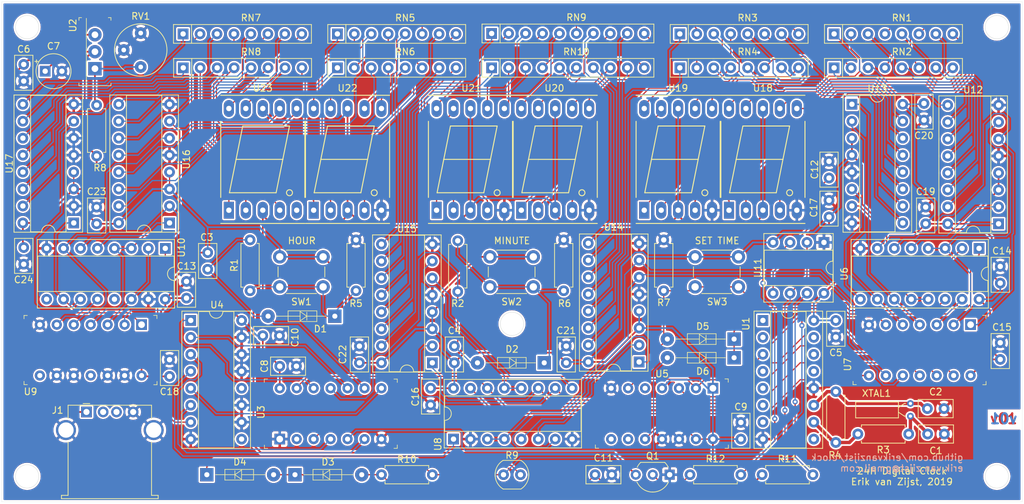
<source format=kicad_pcb>
(kicad_pcb (version 20171130) (host pcbnew "(5.1.2-1)-1")
  (title_block (title "24h Digital Clock") (date 2019-06-15) (rev v01) (comment 2 creativecommons.org/licenses/by/4.0/) (comment 3 "License: BY CC 4.0") (comment 4 "Author: Erik van Zijst"))
  (layers (0 F.Cu signal) (31 B.Cu signal) (34 B.Paste user hide) (35 F.Paste user hide) (36 B.SilkS user) (37 F.SilkS user) (38 B.Mask user) (39 F.Mask user) (44 Edge.Cuts user))
  (net 0 "")
  (net 1 GND)
  (net 2 "Net-(C1-Pad2)")
  (net 3 "Net-(C2-Pad1)")
  (net 4 "Net-(R3-Pad2)")
  (net 5 "Net-(R8-Pad2)")
  (net 6 "Net-(R12-Pad2)")
  (net 7 "Net-(U1-Pad9)")
  (net 8 VCC)
  (net 9 "Net-(U1-Pad15)")
  (net 10 "Net-(U1-Pad14)")
  (net 11 "Net-(U1-Pad13)")
  (net 12 "Net-(U1-Pad7)")
  (net 13 "Net-(U1-Pad6)")
  (net 14 "Net-(U1-Pad5)")
  (net 15 "Net-(U1-Pad4)")
  (net 16 "Net-(U1-Pad3)")
  (net 17 "Net-(U1-Pad2)")
  (net 18 "Net-(U1-Pad1)")
  (net 19 "Net-(U3-Pad3)")
  (net 20 "Net-(U3-Pad6)")
  (net 21 "Net-(U4-Pad9)")
  (net 22 "Net-(U12-Pad1)")
  (net 23 "Net-(U12-Pad2)")
  (net 24 "Net-(U12-Pad6)")
  (net 25 "Net-(U12-Pad7)")
  (net 26 "Net-(U5-Pad5)")
  (net 27 "Net-(U13-Pad1)")
  (net 28 "Net-(U10-Pad7)")
  (net 29 "Net-(U10-Pad6)")
  (net 30 "Net-(U10-Pad1)")
  (net 31 "Net-(U13-Pad7)")
  (net 32 "Net-(C3-Pad2)")
  (net 33 "Net-(C4-Pad2)")
  (net 34 "Net-(D1-Pad1)")
  (net 35 "Net-(D2-Pad1)")
  (net 36 "Net-(J1-Pad2)")
  (net 37 "Net-(J1-Pad3)")
  (net 38 "Net-(D3-Pad2)")
  (net 39 "Net-(D4-Pad1)")
  (net 40 "Net-(Q1-Pad2)")
  (net 41 "Net-(Q1-Pad3)")
  (net 42 /5V)
  (net 43 "Net-(RN1-Pad8)")
  (net 44 "Net-(RN1-Pad7)")
  (net 45 "Net-(RN1-Pad6)")
  (net 46 "Net-(RN1-Pad5)")
  (net 47 "Net-(RN1-Pad4)")
  (net 48 "Net-(RN1-Pad3)")
  (net 49 "Net-(RN1-Pad2)")
  (net 50 "Net-(RN1-Pad1)")
  (net 51 "Net-(RN2-Pad8)")
  (net 52 "Net-(RN2-Pad7)")
  (net 53 "Net-(RN2-Pad6)")
  (net 54 "Net-(RN2-Pad5)")
  (net 55 "Net-(RN2-Pad4)")
  (net 56 "Net-(RN2-Pad3)")
  (net 57 "Net-(RN2-Pad2)")
  (net 58 "Net-(RN2-Pad1)")
  (net 59 "Net-(RN3-Pad8)")
  (net 60 "Net-(RN3-Pad7)")
  (net 61 "Net-(RN3-Pad6)")
  (net 62 "Net-(RN3-Pad5)")
  (net 63 "Net-(RN3-Pad4)")
  (net 64 "Net-(RN3-Pad3)")
  (net 65 "Net-(RN3-Pad2)")
  (net 66 "Net-(RN3-Pad1)")
  (net 67 "Net-(RN4-Pad8)")
  (net 68 "Net-(RN4-Pad7)")
  (net 69 "Net-(RN4-Pad6)")
  (net 70 "Net-(RN4-Pad5)")
  (net 71 "Net-(RN4-Pad4)")
  (net 72 "Net-(RN4-Pad3)")
  (net 73 "Net-(RN4-Pad2)")
  (net 74 "Net-(RN4-Pad1)")
  (net 75 "Net-(RN5-Pad8)")
  (net 76 "Net-(RN5-Pad7)")
  (net 77 "Net-(RN5-Pad6)")
  (net 78 "Net-(RN5-Pad5)")
  (net 79 "Net-(RN5-Pad4)")
  (net 80 "Net-(RN5-Pad3)")
  (net 81 "Net-(RN5-Pad2)")
  (net 82 "Net-(RN5-Pad1)")
  (net 83 "Net-(RN6-Pad8)")
  (net 84 "Net-(RN6-Pad7)")
  (net 85 "Net-(RN6-Pad6)")
  (net 86 "Net-(RN6-Pad5)")
  (net 87 "Net-(RN6-Pad4)")
  (net 88 "Net-(RN6-Pad3)")
  (net 89 "Net-(RN6-Pad2)")
  (net 90 "Net-(RN6-Pad1)")
  (net 91 "Net-(C11-Pad1)")
  (net 92 "Net-(C12-Pad1)")
  (net 93 "Net-(U3-Pad12)")
  (net 94 "Net-(U3-Pad10)")
  (net 95 "Net-(U3-Pad8)")
  (net 96 "Net-(U3-Pad4)")
  (net 97 "Net-(U3-Pad2)")
  (net 98 "Net-(U4-Pad12)")
  (net 99 "Net-(U4-Pad4)")
  (net 100 "Net-(U5-Pad2)")
  (net 101 "Net-(U5-Pad9)")
  (net 102 "Net-(U5-Pad8)")
  (net 103 "Net-(U6-Pad15)")
  (net 104 "Net-(U13-Pad2)")
  (net 105 "Net-(U13-Pad6)")
  (net 106 "Net-(U15-Pad2)")
  (net 107 "Net-(U15-Pad1)")
  (net 108 "Net-(U14-Pad6)")
  (net 109 "Net-(U14-Pad7)")
  (net 110 "Net-(U7-Pad8)")
  (net 111 "Net-(U14-Pad2)")
  (net 112 "Net-(U15-Pad7)")
  (net 113 "Net-(U14-Pad1)")
  (net 114 "Net-(U15-Pad6)")
  (net 115 "Net-(U10-Pad11)")
  (net 116 "Net-(U9-Pad11)")
  (net 117 "Net-(U9-Pad8)")
  (net 118 "Net-(U10-Pad3)")
  (net 119 "Net-(U10-Pad14)")
  (net 120 "Net-(U10-Pad12)")
  (net 121 "Net-(U10-Pad5)")
  (net 122 "Net-(U10-Pad10)")
  (net 123 "Net-(U10-Pad9)")
  (net 124 "Net-(U23-Pad5)")
  (net 125 "Net-(RN7-Pad8)")
  (net 126 "Net-(RN7-Pad7)")
  (net 127 "Net-(RN7-Pad6)")
  (net 128 "Net-(RN7-Pad5)")
  (net 129 "Net-(RN7-Pad4)")
  (net 130 "Net-(RN7-Pad3)")
  (net 131 "Net-(RN7-Pad2)")
  (net 132 "Net-(RN7-Pad1)")
  (net 133 "Net-(RN8-Pad8)")
  (net 134 "Net-(RN8-Pad7)")
  (net 135 "Net-(RN8-Pad6)")
  (net 136 "Net-(RN8-Pad5)")
  (net 137 "Net-(RN8-Pad4)")
  (net 138 "Net-(RN8-Pad3)")
  (net 139 "Net-(RN8-Pad2)")
  (net 140 "Net-(RN8-Pad1)")
  (net 141 "Net-(RN9-Pad10)")
  (net 142 "Net-(RN9-Pad9)")
  (net 143 "Net-(RN9-Pad8)")
  (net 144 "Net-(RN9-Pad7)")
  (net 145 "Net-(RN9-Pad6)")
  (net 146 "Net-(RN9-Pad5)")
  (net 147 "Net-(RN9-Pad4)")
  (net 148 "Net-(RN9-Pad3)")
  (net 149 "Net-(RN9-Pad2)")
  (net 150 "Net-(RN9-Pad1)")
  (net 151 "Net-(RN10-Pad10)")
  (net 152 "Net-(RN10-Pad9)")
  (net 153 "Net-(RN10-Pad8)")
  (net 154 "Net-(RN10-Pad7)")
  (net 155 "Net-(RN10-Pad6)")
  (net 156 "Net-(RN10-Pad5)")
  (net 157 "Net-(RN10-Pad4)")
  (net 158 "Net-(RN10-Pad3)")
  (net 159 "Net-(RN10-Pad2)")
  (net 160 "Net-(RN10-Pad1)")
  (net 161 "Net-(D5-Pad2)")
  (net 162 "Net-(D5-Pad1)")
  (net 163 "Net-(D6-Pad2)")
  (net 164 "Net-(U10-Pad13)")
  (module Capacitor_THT:CP_Radial_Tantal_D5.0mm_P2.50mm (layer F.Cu) (at 130.723 67.564)
    (fp_text reference C7 (at 1.25 -3.75) (layer F.SilkS))
    (fp_text value 10uF)
    (pad 2 thru_hole circle (at 2.5 0) (size 1.6 1.6) (drill 0.8) (layers *.Cu *.Mask) (net 1 GND))
    (pad 1 thru_hole rect (at 0 0) (size 1.6 1.6) (drill 0.8) (layers *.Cu *.Mask) (net 8 VCC))
  )
  (module digikey-footprints:Diode_DO-35_P10mm (layer F.Cu) (at 233.934 110.49 180)
    (fp_text reference D6 (at 4.699 -2.032) (layer F.SilkS))
    (fp_text value D)
    (pad 2 thru_hole circle (at 10 0 180) (size 2 2) (drill 0.76) (layers *.Cu *.Mask) (net 163 "Net-(D6-Pad2)"))
    (pad 1 thru_hole rect (at 0 0 180) (size 2 2) (drill 0.76) (layers *.Cu *.Mask) (net 162 "Net-(D5-Pad1)"))
  )
  (module digikey-footprints:Diode_DO-35_P10mm (layer F.Cu) (at 233.934 107.696 180)
    (fp_text reference D5 (at 4.699 1.905) (layer F.SilkS))
    (fp_text value D)
    (pad 2 thru_hole circle (at 10 0 180) (size 2 2) (drill 0.76) (layers *.Cu *.Mask) (net 161 "Net-(D5-Pad2)"))
    (pad 1 thru_hole rect (at 0 0 180) (size 2 2) (drill 0.76) (layers *.Cu *.Mask) (net 162 "Net-(D5-Pad1)"))
  )
  (module Resistor_THT:R_Axial_DIN0207_L6.3mm_D2.5mm_P7.62mm_Horizontal (layer F.Cu) (at 223.393 92.837 270)
    (fp_text reference R7 (at 9.398 0 180) (layer F.SilkS))
    (fp_text value 100K)
    (pad 2 thru_hole oval (at 7.62 0 270) (size 1.6 1.6) (drill 0.8) (layers *.Cu *.Mask) (net 161 "Net-(D5-Pad2)"))
    (pad 1 thru_hole circle (at 0 0 270) (size 1.6 1.6) (drill 0.8) (layers *.Cu *.Mask) (net 1 GND))
  )
  (module Resistor_THT:R_Array_SIP10 (layer F.Cu) (at 197.612 67.056)
    (fp_text reference RN10 (at 12.7 -2.4) (layer F.SilkS))
    (fp_text value 150R)
    (pad 10 thru_hole oval (at 22.86 0) (size 1.6 1.6) (drill 0.8) (layers *.Cu *.Mask) (net 151 "Net-(RN10-Pad10)"))
    (pad 9 thru_hole oval (at 20.32 0) (size 1.6 1.6) (drill 0.8) (layers *.Cu *.Mask) (net 152 "Net-(RN10-Pad9)"))
    (pad 8 thru_hole oval (at 17.78 0) (size 1.6 1.6) (drill 0.8) (layers *.Cu *.Mask) (net 153 "Net-(RN10-Pad8)"))
    (pad 7 thru_hole oval (at 15.24 0) (size 1.6 1.6) (drill 0.8) (layers *.Cu *.Mask) (net 154 "Net-(RN10-Pad7)"))
    (pad 6 thru_hole oval (at 12.7 0) (size 1.6 1.6) (drill 0.8) (layers *.Cu *.Mask) (net 155 "Net-(RN10-Pad6)"))
    (pad 5 thru_hole oval (at 10.16 0) (size 1.6 1.6) (drill 0.8) (layers *.Cu *.Mask) (net 156 "Net-(RN10-Pad5)"))
    (pad 4 thru_hole oval (at 7.62 0) (size 1.6 1.6) (drill 0.8) (layers *.Cu *.Mask) (net 157 "Net-(RN10-Pad4)"))
    (pad 3 thru_hole oval (at 5.08 0) (size 1.6 1.6) (drill 0.8) (layers *.Cu *.Mask) (net 158 "Net-(RN10-Pad3)"))
    (pad 2 thru_hole oval (at 2.54 0) (size 1.6 1.6) (drill 0.8) (layers *.Cu *.Mask) (net 159 "Net-(RN10-Pad2)"))
    (pad 1 thru_hole rect (at 0 0) (size 1.6 1.6) (drill 0.8) (layers *.Cu *.Mask) (net 160 "Net-(RN10-Pad1)"))
  )
  (module Resistor_THT:R_Array_SIP10 (layer F.Cu) (at 197.612 61.912)
    (fp_text reference RN9 (at 12.7 -2.4) (layer F.SilkS))
    (fp_text value 150R)
    (pad 10 thru_hole oval (at 22.86 0) (size 1.6 1.6) (drill 0.8) (layers *.Cu *.Mask) (net 141 "Net-(RN9-Pad10)"))
    (pad 9 thru_hole oval (at 20.32 0) (size 1.6 1.6) (drill 0.8) (layers *.Cu *.Mask) (net 142 "Net-(RN9-Pad9)"))
    (pad 8 thru_hole oval (at 17.78 0) (size 1.6 1.6) (drill 0.8) (layers *.Cu *.Mask) (net 143 "Net-(RN9-Pad8)"))
    (pad 7 thru_hole oval (at 15.24 0) (size 1.6 1.6) (drill 0.8) (layers *.Cu *.Mask) (net 144 "Net-(RN9-Pad7)"))
    (pad 6 thru_hole oval (at 12.7 0) (size 1.6 1.6) (drill 0.8) (layers *.Cu *.Mask) (net 145 "Net-(RN9-Pad6)"))
    (pad 5 thru_hole oval (at 10.16 0) (size 1.6 1.6) (drill 0.8) (layers *.Cu *.Mask) (net 146 "Net-(RN9-Pad5)"))
    (pad 4 thru_hole oval (at 7.62 0) (size 1.6 1.6) (drill 0.8) (layers *.Cu *.Mask) (net 147 "Net-(RN9-Pad4)"))
    (pad 3 thru_hole oval (at 5.08 0) (size 1.6 1.6) (drill 0.8) (layers *.Cu *.Mask) (net 148 "Net-(RN9-Pad3)"))
    (pad 2 thru_hole oval (at 2.54 0) (size 1.6 1.6) (drill 0.8) (layers *.Cu *.Mask) (net 149 "Net-(RN9-Pad2)"))
    (pad 1 thru_hole rect (at 0 0) (size 1.6 1.6) (drill 0.8) (layers *.Cu *.Mask) (net 150 "Net-(RN9-Pad1)"))
  )
  (module Resistor_THT:R_Array_SIP8 (layer F.Cu) (at 151.409 67.056)
    (fp_text reference RN8 (at 10.16 -2.4) (layer F.SilkS))
    (fp_text value 150R)
    (pad 8 thru_hole oval (at 17.78 0) (size 1.6 1.6) (drill 0.8) (layers *.Cu *.Mask) (net 133 "Net-(RN8-Pad8)"))
    (pad 7 thru_hole oval (at 15.24 0) (size 1.6 1.6) (drill 0.8) (layers *.Cu *.Mask) (net 134 "Net-(RN8-Pad7)"))
    (pad 6 thru_hole oval (at 12.7 0) (size 1.6 1.6) (drill 0.8) (layers *.Cu *.Mask) (net 135 "Net-(RN8-Pad6)"))
    (pad 5 thru_hole oval (at 10.16 0) (size 1.6 1.6) (drill 0.8) (layers *.Cu *.Mask) (net 136 "Net-(RN8-Pad5)"))
    (pad 4 thru_hole oval (at 7.62 0) (size 1.6 1.6) (drill 0.8) (layers *.Cu *.Mask) (net 137 "Net-(RN8-Pad4)"))
    (pad 3 thru_hole oval (at 5.08 0) (size 1.6 1.6) (drill 0.8) (layers *.Cu *.Mask) (net 138 "Net-(RN8-Pad3)"))
    (pad 2 thru_hole oval (at 2.54 0) (size 1.6 1.6) (drill 0.8) (layers *.Cu *.Mask) (net 139 "Net-(RN8-Pad2)"))
    (pad 1 thru_hole rect (at 0 0) (size 1.6 1.6) (drill 0.8) (layers *.Cu *.Mask) (net 140 "Net-(RN8-Pad1)"))
  )
  (module Resistor_THT:R_Array_SIP8 (layer F.Cu) (at 151.384 61.976)
    (fp_text reference RN7 (at 10.16 -2.4) (layer F.SilkS))
    (fp_text value 150R)
    (pad 8 thru_hole oval (at 17.78 0) (size 1.6 1.6) (drill 0.8) (layers *.Cu *.Mask) (net 125 "Net-(RN7-Pad8)"))
    (pad 7 thru_hole oval (at 15.24 0) (size 1.6 1.6) (drill 0.8) (layers *.Cu *.Mask) (net 126 "Net-(RN7-Pad7)"))
    (pad 6 thru_hole oval (at 12.7 0) (size 1.6 1.6) (drill 0.8) (layers *.Cu *.Mask) (net 127 "Net-(RN7-Pad6)"))
    (pad 5 thru_hole oval (at 10.16 0) (size 1.6 1.6) (drill 0.8) (layers *.Cu *.Mask) (net 128 "Net-(RN7-Pad5)"))
    (pad 4 thru_hole oval (at 7.62 0) (size 1.6 1.6) (drill 0.8) (layers *.Cu *.Mask) (net 129 "Net-(RN7-Pad4)"))
    (pad 3 thru_hole oval (at 5.08 0) (size 1.6 1.6) (drill 0.8) (layers *.Cu *.Mask) (net 130 "Net-(RN7-Pad3)"))
    (pad 2 thru_hole oval (at 2.54 0) (size 1.6 1.6) (drill 0.8) (layers *.Cu *.Mask) (net 131 "Net-(RN7-Pad2)"))
    (pad 1 thru_hole rect (at 0 0) (size 1.6 1.6) (drill 0.8) (layers *.Cu *.Mask) (net 132 "Net-(RN7-Pad1)"))
  )
  (module Resistor_THT:R_Array_SIP8 (layer F.Cu) (at 174.498 67.056)
    (fp_text reference RN6 (at 10.16 -2.4) (layer F.SilkS))
    (fp_text value 150R)
    (pad 8 thru_hole oval (at 17.78 0) (size 1.6 1.6) (drill 0.8) (layers *.Cu *.Mask) (net 83 "Net-(RN6-Pad8)"))
    (pad 7 thru_hole oval (at 15.24 0) (size 1.6 1.6) (drill 0.8) (layers *.Cu *.Mask) (net 84 "Net-(RN6-Pad7)"))
    (pad 6 thru_hole oval (at 12.7 0) (size 1.6 1.6) (drill 0.8) (layers *.Cu *.Mask) (net 85 "Net-(RN6-Pad6)"))
    (pad 5 thru_hole oval (at 10.16 0) (size 1.6 1.6) (drill 0.8) (layers *.Cu *.Mask) (net 86 "Net-(RN6-Pad5)"))
    (pad 4 thru_hole oval (at 7.62 0) (size 1.6 1.6) (drill 0.8) (layers *.Cu *.Mask) (net 87 "Net-(RN6-Pad4)"))
    (pad 3 thru_hole oval (at 5.08 0) (size 1.6 1.6) (drill 0.8) (layers *.Cu *.Mask) (net 88 "Net-(RN6-Pad3)"))
    (pad 2 thru_hole oval (at 2.54 0) (size 1.6 1.6) (drill 0.8) (layers *.Cu *.Mask) (net 89 "Net-(RN6-Pad2)"))
    (pad 1 thru_hole rect (at 0 0) (size 1.6 1.6) (drill 0.8) (layers *.Cu *.Mask) (net 90 "Net-(RN6-Pad1)"))
  )
  (module Resistor_THT:R_Array_SIP8 (layer F.Cu) (at 174.498 61.976)
    (fp_text reference RN5 (at 10.16 -2.4) (layer F.SilkS))
    (fp_text value 150R)
    (pad 8 thru_hole oval (at 17.78 0) (size 1.6 1.6) (drill 0.8) (layers *.Cu *.Mask) (net 75 "Net-(RN5-Pad8)"))
    (pad 7 thru_hole oval (at 15.24 0) (size 1.6 1.6) (drill 0.8) (layers *.Cu *.Mask) (net 76 "Net-(RN5-Pad7)"))
    (pad 6 thru_hole oval (at 12.7 0) (size 1.6 1.6) (drill 0.8) (layers *.Cu *.Mask) (net 77 "Net-(RN5-Pad6)"))
    (pad 5 thru_hole oval (at 10.16 0) (size 1.6 1.6) (drill 0.8) (layers *.Cu *.Mask) (net 78 "Net-(RN5-Pad5)"))
    (pad 4 thru_hole oval (at 7.62 0) (size 1.6 1.6) (drill 0.8) (layers *.Cu *.Mask) (net 79 "Net-(RN5-Pad4)"))
    (pad 3 thru_hole oval (at 5.08 0) (size 1.6 1.6) (drill 0.8) (layers *.Cu *.Mask) (net 80 "Net-(RN5-Pad3)"))
    (pad 2 thru_hole oval (at 2.54 0) (size 1.6 1.6) (drill 0.8) (layers *.Cu *.Mask) (net 81 "Net-(RN5-Pad2)"))
    (pad 1 thru_hole rect (at 0 0) (size 1.6 1.6) (drill 0.8) (layers *.Cu *.Mask) (net 82 "Net-(RN5-Pad1)"))
  )
  (module Resistor_THT:R_Array_SIP8 (layer F.Cu) (at 225.806 67.056)
    (fp_text reference RN4 (at 10.16 -2.4) (layer F.SilkS))
    (fp_text value 150R)
    (pad 8 thru_hole oval (at 17.78 0) (size 1.6 1.6) (drill 0.8) (layers *.Cu *.Mask) (net 67 "Net-(RN4-Pad8)"))
    (pad 7 thru_hole oval (at 15.24 0) (size 1.6 1.6) (drill 0.8) (layers *.Cu *.Mask) (net 68 "Net-(RN4-Pad7)"))
    (pad 6 thru_hole oval (at 12.7 0) (size 1.6 1.6) (drill 0.8) (layers *.Cu *.Mask) (net 69 "Net-(RN4-Pad6)"))
    (pad 5 thru_hole oval (at 10.16 0) (size 1.6 1.6) (drill 0.8) (layers *.Cu *.Mask) (net 70 "Net-(RN4-Pad5)"))
    (pad 4 thru_hole oval (at 7.62 0) (size 1.6 1.6) (drill 0.8) (layers *.Cu *.Mask) (net 71 "Net-(RN4-Pad4)"))
    (pad 3 thru_hole oval (at 5.08 0) (size 1.6 1.6) (drill 0.8) (layers *.Cu *.Mask) (net 72 "Net-(RN4-Pad3)"))
    (pad 2 thru_hole oval (at 2.54 0) (size 1.6 1.6) (drill 0.8) (layers *.Cu *.Mask) (net 73 "Net-(RN4-Pad2)"))
    (pad 1 thru_hole rect (at 0 0) (size 1.6 1.6) (drill 0.8) (layers *.Cu *.Mask) (net 74 "Net-(RN4-Pad1)"))
  )
  (module Resistor_THT:R_Array_SIP8 (layer F.Cu) (at 225.806 61.976)
    (fp_text reference RN3 (at 10.16 -2.4) (layer F.SilkS))
    (fp_text value 150R)
    (pad 8 thru_hole oval (at 17.78 0) (size 1.6 1.6) (drill 0.8) (layers *.Cu *.Mask) (net 59 "Net-(RN3-Pad8)"))
    (pad 7 thru_hole oval (at 15.24 0) (size 1.6 1.6) (drill 0.8) (layers *.Cu *.Mask) (net 60 "Net-(RN3-Pad7)"))
    (pad 6 thru_hole oval (at 12.7 0) (size 1.6 1.6) (drill 0.8) (layers *.Cu *.Mask) (net 61 "Net-(RN3-Pad6)"))
    (pad 5 thru_hole oval (at 10.16 0) (size 1.6 1.6) (drill 0.8) (layers *.Cu *.Mask) (net 62 "Net-(RN3-Pad5)"))
    (pad 4 thru_hole oval (at 7.62 0) (size 1.6 1.6) (drill 0.8) (layers *.Cu *.Mask) (net 63 "Net-(RN3-Pad4)"))
    (pad 3 thru_hole oval (at 5.08 0) (size 1.6 1.6) (drill 0.8) (layers *.Cu *.Mask) (net 64 "Net-(RN3-Pad3)"))
    (pad 2 thru_hole oval (at 2.54 0) (size 1.6 1.6) (drill 0.8) (layers *.Cu *.Mask) (net 65 "Net-(RN3-Pad2)"))
    (pad 1 thru_hole rect (at 0 0) (size 1.6 1.6) (drill 0.8) (layers *.Cu *.Mask) (net 66 "Net-(RN3-Pad1)"))
  )
  (module Resistor_THT:R_Array_SIP8 (layer F.Cu) (at 248.92 67.056)
    (fp_text reference RN2 (at 10.16 -2.4) (layer F.SilkS))
    (fp_text value 150R)
    (pad 8 thru_hole oval (at 17.78 0) (size 1.6 1.6) (drill 0.8) (layers *.Cu *.Mask) (net 51 "Net-(RN2-Pad8)"))
    (pad 7 thru_hole oval (at 15.24 0) (size 1.6 1.6) (drill 0.8) (layers *.Cu *.Mask) (net 52 "Net-(RN2-Pad7)"))
    (pad 6 thru_hole oval (at 12.7 0) (size 1.6 1.6) (drill 0.8) (layers *.Cu *.Mask) (net 53 "Net-(RN2-Pad6)"))
    (pad 5 thru_hole oval (at 10.16 0) (size 1.6 1.6) (drill 0.8) (layers *.Cu *.Mask) (net 54 "Net-(RN2-Pad5)"))
    (pad 4 thru_hole oval (at 7.62 0) (size 1.6 1.6) (drill 0.8) (layers *.Cu *.Mask) (net 55 "Net-(RN2-Pad4)"))
    (pad 3 thru_hole oval (at 5.08 0) (size 1.6 1.6) (drill 0.8) (layers *.Cu *.Mask) (net 56 "Net-(RN2-Pad3)"))
    (pad 2 thru_hole oval (at 2.54 0) (size 1.6 1.6) (drill 0.8) (layers *.Cu *.Mask) (net 57 "Net-(RN2-Pad2)"))
    (pad 1 thru_hole rect (at 0 0) (size 1.6 1.6) (drill 0.8) (layers *.Cu *.Mask) (net 58 "Net-(RN2-Pad1)"))
  )
  (module Resistor_THT:R_Array_SIP8 (layer F.Cu) (at 248.92 61.976)
    (fp_text reference RN1 (at 10.16 -2.4) (layer F.SilkS))
    (fp_text value 150R)
    (pad 8 thru_hole oval (at 17.78 0) (size 1.6 1.6) (drill 0.8) (layers *.Cu *.Mask) (net 43 "Net-(RN1-Pad8)"))
    (pad 7 thru_hole oval (at 15.24 0) (size 1.6 1.6) (drill 0.8) (layers *.Cu *.Mask) (net 44 "Net-(RN1-Pad7)"))
    (pad 6 thru_hole oval (at 12.7 0) (size 1.6 1.6) (drill 0.8) (layers *.Cu *.Mask) (net 45 "Net-(RN1-Pad6)"))
    (pad 5 thru_hole oval (at 10.16 0) (size 1.6 1.6) (drill 0.8) (layers *.Cu *.Mask) (net 46 "Net-(RN1-Pad5)"))
    (pad 4 thru_hole oval (at 7.62 0) (size 1.6 1.6) (drill 0.8) (layers *.Cu *.Mask) (net 47 "Net-(RN1-Pad4)"))
    (pad 3 thru_hole oval (at 5.08 0) (size 1.6 1.6) (drill 0.8) (layers *.Cu *.Mask) (net 48 "Net-(RN1-Pad3)"))
    (pad 2 thru_hole oval (at 2.54 0) (size 1.6 1.6) (drill 0.8) (layers *.Cu *.Mask) (net 49 "Net-(RN1-Pad2)"))
    (pad 1 thru_hole rect (at 0 0) (size 1.6 1.6) (drill 0.8) (layers *.Cu *.Mask) (net 50 "Net-(RN1-Pad1)"))
  )
  (module digikey-footprints:TO-220-3 (layer F.Cu) (at 138.176 67.183 90)
    (fp_text reference U2 (at 6.477 -3.302 270) (layer F.SilkS))
    (fp_text value LD1117V)
    (pad 3 thru_hole circle (at 5.08 0 90) (size 2 2) (drill 1) (layers *.Cu *.Mask) (net 42 /5V))
    (pad 2 thru_hole circle (at 2.54 0 90) (size 2 2) (drill 1) (layers *.Cu *.Mask) (net 8 VCC))
    (pad 1 thru_hole rect (at 0 0 90) (size 2 2) (drill 1) (layers *.Cu *.Mask) (net 5 "Net-(R8-Pad2)"))
  )
  (module clock:Socket_DIP-14_0.775in_Conn (layer F.Cu) (at 230.759 115.062 270)
    (fp_text reference U5 (at -2.159 7.62 180) (layer F.SilkS))
    (fp_text value SN74HC74N)
    (pad 1 thru_hole rect (at 0 0 270) (size 1.6 1.6) (drill 1) (layers *.Cu *.Mask) (net 8 VCC))
    (pad 14 thru_hole circle (at 7.62 0 270) (size 1.524 1.524) (drill 0.762) (layers *.Cu *.Mask) (net 8 VCC))
    (pad 13 thru_hole circle (at 7.62 2.54 270) (size 1.524 1.524) (drill 0.762) (layers *.Cu *.Mask) (net 8 VCC))
    (pad 12 thru_hole circle (at 7.62 5.08 270) (size 1.524 1.524) (drill 0.762) (layers *.Cu *.Mask) (net 1 GND))
    (pad 11 thru_hole circle (at 7.62 7.62 270) (size 1.524 1.524) (drill 0.762) (layers *.Cu *.Mask) (net 1 GND))
    (pad 10 thru_hole circle (at 7.62 10.16 270) (size 1.524 1.524) (drill 0.762) (layers *.Cu *.Mask) (net 8 VCC))
    (pad 9 thru_hole circle (at 7.62 12.7 270) (size 1.524 1.524) (drill 0.762) (layers *.Cu *.Mask) (net 101 "Net-(U5-Pad9)"))
    (pad 8 thru_hole circle (at 7.62 15.24 270) (size 1.524 1.524) (drill 0.762) (layers *.Cu *.Mask) (net 102 "Net-(U5-Pad8)"))
    (pad 7 thru_hole circle (at 0 15.24 270) (size 1.524 1.524) (drill 0.762) (layers *.Cu *.Mask) (net 1 GND))
    (pad 6 thru_hole circle (at 0 12.7 270) (size 1.524 1.524) (drill 0.762) (layers *.Cu *.Mask) (net 100 "Net-(U5-Pad2)"))
    (pad 5 thru_hole circle (at 0 10.16 270) (size 1.524 1.524) (drill 0.762) (layers *.Cu *.Mask) (net 26 "Net-(U5-Pad5)"))
    (pad 4 thru_hole circle (at 0 7.62 270) (size 1.524 1.524) (drill 0.762) (layers *.Cu *.Mask) (net 8 VCC))
    (pad 3 thru_hole circle (at 0 5.08 270) (size 1.524 1.524) (drill 0.762) (layers *.Cu *.Mask) (net 16 "Net-(U1-Pad3)"))
    (pad 2 thru_hole circle (at 0 2.54 270) (size 1.524 1.524) (drill 0.762) (layers *.Cu *.Mask) (net 100 "Net-(U5-Pad2)"))
  )
  (module Potentiometer_THT:Potentiometer_Bourns_3339P_Vertical_HandSoldering (layer F.Cu) (at 145.034 66.929)
    (fp_text reference RV1 (at 0 -7.6) (layer F.SilkS))
    (fp_text value 500R)
    (pad 1 thru_hole circle (at 0 0) (size 1.75 1.75) (drill 0.7) (layers *.Cu *.Mask) (net 5 "Net-(R8-Pad2)"))
    (pad 2 thru_hole circle (at -2.54 -2.54) (size 1.75 1.75) (drill 0.7) (layers *.Cu *.Mask) (net 1 GND))
    (pad 3 thru_hole circle (at 0 -5.08) (size 1.75 1.75) (drill 0.7) (layers *.Cu *.Mask) (net 1 GND))
  )
  (module Display_7Segment:7SegmentLED_LTS6760_LTS6780 (layer F.Cu) (at 202.057 88.392 90)
    (fp_text reference U20 (at 18.288 4.953 180) (layer F.SilkS))
    (fp_text value KCSC02-105)
    (pad 1 thru_hole rect (at 0 0) (size 1.524 2.524) (drill 0.8) (layers *.Cu *.Mask) (net 155 "Net-(RN10-Pad6)"))
    (pad 2 thru_hole oval (at 0 2.54) (size 1.524 2.524) (drill 0.8) (layers *.Cu *.Mask) (net 143 "Net-(RN9-Pad8)"))
    (pad 3 thru_hole oval (at 0 5.08) (size 1.524 2.524) (drill 0.8) (layers *.Cu *.Mask) (net 41 "Net-(Q1-Pad3)"))
    (pad 4 thru_hole oval (at 0 7.62) (size 1.524 2.524) (drill 0.8) (layers *.Cu *.Mask) (net 153 "Net-(RN10-Pad8)"))
    (pad 5 thru_hole oval (at 0 10.16) (size 1.524 2.524) (drill 0.8) (layers *.Cu *.Mask) (net 1 GND))
    (pad 6 thru_hole oval (at 15.24 10.16) (size 1.524 2.524) (drill 0.8) (layers *.Cu *.Mask) (net 141 "Net-(RN9-Pad10)"))
    (pad 7 thru_hole oval (at 15.24 7.62) (size 1.524 2.524) (drill 0.8) (layers *.Cu *.Mask) (net 151 "Net-(RN10-Pad10)"))
    (pad 8 thru_hole oval (at 15.24 5.08) (size 1.524 2.524) (drill 0.8) (layers *.Cu *.Mask) (net 41 "Net-(Q1-Pad3)"))
    (pad 9 thru_hole oval (at 15.24 2.54) (size 1.524 2.524) (drill 0.8) (layers *.Cu *.Mask) (net 73 "Net-(RN4-Pad2)"))
    (pad 10 thru_hole oval (at 15.24 0) (size 1.524 2.524) (drill 0.8) (layers *.Cu *.Mask) (net 65 "Net-(RN3-Pad2)"))
  )
  (module Resistor_THT:R_Axial_DIN0207_L6.3mm_D2.5mm_P7.62mm_Horizontal (layer F.Cu) (at 138.43 80.264 90)
    (fp_text reference R8 (at -1.778 0.508 180) (layer F.SilkS))
    (fp_text value 220R)
    (pad 2 thru_hole oval (at 7.62 0 90) (size 1.6 1.6) (drill 0.8) (layers *.Cu *.Mask) (net 5 "Net-(R8-Pad2)"))
    (pad 1 thru_hole circle (at 0 0 90) (size 1.6 1.6) (drill 0.8) (layers *.Cu *.Mask) (net 8 VCC))
  )
  (module Capacitor_THT:C_Disc_D5.0mm_W2.5mm_P2.50mm (layer F.Cu) (at 127.508 66.548 270)
    (fp_text reference C6 (at -2.286 0 180) (layer F.SilkS))
    (fp_text value 100nF)
    (pad 2 thru_hole circle (at 2.5 0 270) (size 1.6 1.6) (drill 0.8) (layers *.Cu *.Mask) (net 1 GND))
    (pad 1 thru_hole circle (at 0 0 270) (size 1.6 1.6) (drill 0.8) (layers *.Cu *.Mask) (net 42 /5V))
  )
  (module clock:Socket_DIP-14_0.775in_Conn (layer F.Cu) (at 165.862 122.682 90)
    (fp_text reference U3 (at 4.04 -2.794 90) (layer F.SilkS))
    (fp_text value 74HC14)
    (pad 1 thru_hole rect (at 0 0 90) (size 1.6 1.6) (drill 1) (layers *.Cu *.Mask) (net 1 GND))
    (pad 14 thru_hole circle (at 7.62 0 90) (size 1.524 1.524) (drill 0.762) (layers *.Cu *.Mask) (net 8 VCC))
    (pad 13 thru_hole circle (at 7.62 2.54 90) (size 1.524 1.524) (drill 0.762) (layers *.Cu *.Mask) (net 161 "Net-(D5-Pad2)"))
    (pad 12 thru_hole circle (at 7.62 5.08 90) (size 1.524 1.524) (drill 0.762) (layers *.Cu *.Mask) (net 93 "Net-(U3-Pad12)"))
    (pad 11 thru_hole circle (at 7.62 7.62 90) (size 1.524 1.524) (drill 0.762) (layers *.Cu *.Mask) (net 33 "Net-(C4-Pad2)"))
    (pad 10 thru_hole circle (at 7.62 10.16 90) (size 1.524 1.524) (drill 0.762) (layers *.Cu *.Mask) (net 94 "Net-(U3-Pad10)"))
    (pad 9 thru_hole circle (at 7.62 12.7 90) (size 1.524 1.524) (drill 0.762) (layers *.Cu *.Mask) (net 32 "Net-(C3-Pad2)"))
    (pad 8 thru_hole circle (at 7.62 15.24 90) (size 1.524 1.524) (drill 0.762) (layers *.Cu *.Mask) (net 95 "Net-(U3-Pad8)"))
    (pad 7 thru_hole circle (at 0 15.24 90) (size 1.524 1.524) (drill 0.762) (layers *.Cu *.Mask) (net 1 GND))
    (pad 6 thru_hole circle (at 0 12.7 90) (size 1.524 1.524) (drill 0.762) (layers *.Cu *.Mask) (net 20 "Net-(U3-Pad6)"))
    (pad 5 thru_hole circle (at 0 10.16 90) (size 1.524 1.524) (drill 0.762) (layers *.Cu *.Mask) (net 163 "Net-(D6-Pad2)"))
    (pad 4 thru_hole circle (at 0 7.62 90) (size 1.524 1.524) (drill 0.762) (layers *.Cu *.Mask) (net 96 "Net-(U3-Pad4)"))
    (pad 3 thru_hole circle (at 0 5.08 90) (size 1.524 1.524) (drill 0.762) (layers *.Cu *.Mask) (net 19 "Net-(U3-Pad3)"))
    (pad 2 thru_hole circle (at 0 2.54 90) (size 1.524 1.524) (drill 0.762) (layers *.Cu *.Mask) (net 97 "Net-(U3-Pad2)"))
  )
  (module clock:Socket_DIP-14_0.775in_Conn (layer F.Cu) (at 145.161 105.537 270)
    (fp_text reference U9 (at 10.033 16.637 180) (layer F.SilkS))
    (fp_text value 74HC08)
    (pad 1 thru_hole rect (at 0 0 270) (size 1.6 1.6) (drill 1) (layers *.Cu *.Mask) (net 122 "Net-(U10-Pad10)"))
    (pad 14 thru_hole circle (at 7.62 0 270) (size 1.524 1.524) (drill 0.762) (layers *.Cu *.Mask) (net 8 VCC))
    (pad 13 thru_hole circle (at 7.62 2.54 270) (size 1.524 1.524) (drill 0.762) (layers *.Cu *.Mask) (net 1 GND))
    (pad 12 thru_hole circle (at 7.62 5.08 270) (size 1.524 1.524) (drill 0.762) (layers *.Cu *.Mask) (net 1 GND))
    (pad 11 thru_hole circle (at 7.62 7.62 270) (size 1.524 1.524) (drill 0.762) (layers *.Cu *.Mask) (net 116 "Net-(U9-Pad11)"))
    (pad 10 thru_hole circle (at 7.62 10.16 270) (size 1.524 1.524) (drill 0.762) (layers *.Cu *.Mask) (net 1 GND))
    (pad 9 thru_hole circle (at 7.62 12.7 270) (size 1.524 1.524) (drill 0.762) (layers *.Cu *.Mask) (net 1 GND))
    (pad 8 thru_hole circle (at 7.62 15.24 270) (size 1.524 1.524) (drill 0.762) (layers *.Cu *.Mask) (net 117 "Net-(U9-Pad8)"))
    (pad 7 thru_hole circle (at 0 15.24 270) (size 1.524 1.524) (drill 0.762) (layers *.Cu *.Mask) (net 1 GND))
    (pad 6 thru_hole circle (at 0 12.7 270) (size 1.524 1.524) (drill 0.762) (layers *.Cu *.Mask) (net 120 "Net-(U10-Pad12)"))
    (pad 5 thru_hole circle (at 0 10.16 270) (size 1.524 1.524) (drill 0.762) (layers *.Cu *.Mask) (net 28 "Net-(U10-Pad7)"))
    (pad 4 thru_hole circle (at 0 7.62 270) (size 1.524 1.524) (drill 0.762) (layers *.Cu *.Mask) (net 118 "Net-(U10-Pad3)"))
    (pad 3 thru_hole circle (at 0 5.08 270) (size 1.524 1.524) (drill 0.762) (layers *.Cu *.Mask) (net 119 "Net-(U10-Pad14)"))
    (pad 2 thru_hole circle (at 0 2.54 270) (size 1.524 1.524) (drill 0.762) (layers *.Cu *.Mask) (net 29 "Net-(U10-Pad6)"))
  )
  (module clock:Socket_DIP-14_0.775in_Conn (layer F.Cu) (at 269.367 105.537 270)
    (fp_text reference U7 (at 5.969 18.415 90) (layer F.SilkS))
    (fp_text value 74HC08)
    (pad 1 thru_hole rect (at 0 0 270) (size 1.6 1.6) (drill 1) (layers *.Cu *.Mask) (net 24 "Net-(U12-Pad6)"))
    (pad 14 thru_hole circle (at 7.62 0 270) (size 1.524 1.524) (drill 0.762) (layers *.Cu *.Mask) (net 8 VCC))
    (pad 13 thru_hole circle (at 7.62 2.54 270) (size 1.524 1.524) (drill 0.762) (layers *.Cu *.Mask) (net 106 "Net-(U15-Pad2)"))
    (pad 12 thru_hole circle (at 7.62 5.08 270) (size 1.524 1.524) (drill 0.762) (layers *.Cu *.Mask) (net 107 "Net-(U15-Pad1)"))
    (pad 11 thru_hole circle (at 7.62 7.62 270) (size 1.524 1.524) (drill 0.762) (layers *.Cu *.Mask) (net 19 "Net-(U3-Pad3)"))
    (pad 10 thru_hole circle (at 7.62 10.16 270) (size 1.524 1.524) (drill 0.762) (layers *.Cu *.Mask) (net 108 "Net-(U14-Pad6)"))
    (pad 9 thru_hole circle (at 7.62 12.7 270) (size 1.524 1.524) (drill 0.762) (layers *.Cu *.Mask) (net 109 "Net-(U14-Pad7)"))
    (pad 8 thru_hole circle (at 7.62 15.24 270) (size 1.524 1.524) (drill 0.762) (layers *.Cu *.Mask) (net 110 "Net-(U7-Pad8)"))
    (pad 7 thru_hole circle (at 0 15.24 270) (size 1.524 1.524) (drill 0.762) (layers *.Cu *.Mask) (net 1 GND))
    (pad 6 thru_hole circle (at 0 12.7 270) (size 1.524 1.524) (drill 0.762) (layers *.Cu *.Mask) (net 163 "Net-(D6-Pad2)"))
    (pad 5 thru_hole circle (at 0 10.16 270) (size 1.524 1.524) (drill 0.762) (layers *.Cu *.Mask) (net 104 "Net-(U13-Pad2)"))
    (pad 4 thru_hole circle (at 0 7.62 270) (size 1.524 1.524) (drill 0.762) (layers *.Cu *.Mask) (net 27 "Net-(U13-Pad1)"))
    (pad 3 thru_hole circle (at 0 5.08 270) (size 1.524 1.524) (drill 0.762) (layers *.Cu *.Mask) (net 103 "Net-(U6-Pad15)"))
    (pad 2 thru_hole circle (at 0 2.54 270) (size 1.524 1.524) (drill 0.762) (layers *.Cu *.Mask) (net 25 "Net-(U12-Pad7)"))
  )
  (module Capacitor_THT:C_Disc_D5.0mm_W2.5mm_P2.50mm (layer F.Cu) (at 234.95 122.682 90)
    (fp_text reference C9 (at 4.826 0 180) (layer F.SilkS))
    (fp_text value 100nF)
    (pad 2 thru_hole circle (at 2.5 0 90) (size 1.6 1.6) (drill 0.8) (layers *.Cu *.Mask) (net 1 GND))
    (pad 1 thru_hole circle (at 0 0 90) (size 1.6 1.6) (drill 0.8) (layers *.Cu *.Mask) (net 8 VCC))
  )
  (module Resistor_THT:R_Axial_DIN0207_L6.3mm_D2.5mm_P7.62mm_Horizontal (layer F.Cu) (at 238.125 128.016)
    (fp_text reference R11 (at 3.81 -2.37) (layer F.SilkS))
    (fp_text value 10K)
    (pad 2 thru_hole oval (at 7.62 0) (size 1.6 1.6) (drill 0.8) (layers *.Cu *.Mask) (net 38 "Net-(D3-Pad2)"))
    (pad 1 thru_hole circle (at 0 0) (size 1.6 1.6) (drill 0.8) (layers *.Cu *.Mask) (net 8 VCC))
  )
  (module Capacitor_THT:C_Disc_D5.0mm_W2.5mm_P2.50mm (layer F.Cu) (at 273.812 110.744 90)
    (fp_text reference C15 (at 4.826 0.254 180) (layer F.SilkS))
    (fp_text value 100nF)
    (pad 2 thru_hole circle (at 2.5 0 90) (size 1.6 1.6) (drill 0.8) (layers *.Cu *.Mask) (net 1 GND))
    (pad 1 thru_hole circle (at 0 0 90) (size 1.6 1.6) (drill 0.8) (layers *.Cu *.Mask) (net 8 VCC))
  )
  (module Package_TO_SOT_THT:TO-92_Inline_Wide (layer F.Cu) (at 224.282 128.016 180)
    (fp_text reference Q1 (at 2.54 2.794) (layer F.SilkS))
    (fp_text value PN2222A)
    (pad 1 thru_hole rect (at 0 0 270) (size 1.5 1.5) (drill 0.8) (layers *.Cu *.Mask) (net 1 GND))
    (pad 3 thru_hole circle (at 5.08 0 270) (size 1.5 1.5) (drill 0.8) (layers *.Cu *.Mask) (net 41 "Net-(Q1-Pad3)"))
    (pad 2 thru_hole circle (at 2.54 0 270) (size 1.5 1.5) (drill 0.8) (layers *.Cu *.Mask) (net 40 "Net-(Q1-Pad2)"))
  )
  (module Package_DIP:DIP-16_W7.62mm_Socket (layer F.Cu) (at 149.352 90.297 180)
    (fp_text reference U16 (at -2.54 9.525 90) (layer F.SilkS))
    (fp_text value 74HC4511)
    (pad 16 thru_hole oval (at 7.62 0 180) (size 1.6 1.6) (drill 0.8) (layers *.Cu *.Mask) (net 8 VCC))
    (pad 8 thru_hole oval (at 0 17.78 180) (size 1.6 1.6) (drill 0.8) (layers *.Cu *.Mask) (net 1 GND))
    (pad 15 thru_hole oval (at 7.62 2.54 180) (size 1.6 1.6) (drill 0.8) (layers *.Cu *.Mask) (net 86 "Net-(RN6-Pad5)"))
    (pad 7 thru_hole oval (at 0 15.24 180) (size 1.6 1.6) (drill 0.8) (layers *.Cu *.Mask) (net 118 "Net-(U10-Pad3)"))
    (pad 14 thru_hole oval (at 7.62 5.08 180) (size 1.6 1.6) (drill 0.8) (layers *.Cu *.Mask) (net 78 "Net-(RN5-Pad5)"))
    (pad 6 thru_hole oval (at 0 12.7 180) (size 1.6 1.6) (drill 0.8) (layers *.Cu *.Mask) (net 28 "Net-(U10-Pad7)"))
    (pad 13 thru_hole oval (at 7.62 7.62 180) (size 1.6 1.6) (drill 0.8) (layers *.Cu *.Mask) (net 88 "Net-(RN6-Pad3)"))
    (pad 5 thru_hole oval (at 0 10.16 180) (size 1.6 1.6) (drill 0.8) (layers *.Cu *.Mask) (net 1 GND))
    (pad 12 thru_hole oval (at 7.62 10.16 180) (size 1.6 1.6) (drill 0.8) (layers *.Cu *.Mask) (net 80 "Net-(RN5-Pad3)"))
    (pad 4 thru_hole oval (at 0 7.62 180) (size 1.6 1.6) (drill 0.8) (layers *.Cu *.Mask) (net 8 VCC))
    (pad 11 thru_hole oval (at 7.62 12.7 180) (size 1.6 1.6) (drill 0.8) (layers *.Cu *.Mask) (net 90 "Net-(RN6-Pad1)"))
    (pad 3 thru_hole oval (at 0 5.08 180) (size 1.6 1.6) (drill 0.8) (layers *.Cu *.Mask) (net 8 VCC))
    (pad 10 thru_hole oval (at 7.62 15.24 180) (size 1.6 1.6) (drill 0.8) (layers *.Cu *.Mask) (net 82 "Net-(RN5-Pad1)"))
    (pad 2 thru_hole oval (at 0 2.54 180) (size 1.6 1.6) (drill 0.8) (layers *.Cu *.Mask) (net 29 "Net-(U10-Pad6)"))
    (pad 9 thru_hole oval (at 7.62 17.78 180) (size 1.6 1.6) (drill 0.8) (layers *.Cu *.Mask) (net 134 "Net-(RN8-Pad7)"))
    (pad 1 thru_hole rect (at 0 0 180) (size 1.6 1.6) (drill 0.8) (layers *.Cu *.Mask) (net 121 "Net-(U10-Pad5)"))
  )
  (module Resistor_THT:R_Axial_DIN0207_L6.3mm_D2.5mm_P7.62mm_Horizontal (layer F.Cu) (at 260.096 121.92 180)
    (fp_text reference R3 (at 3.81 -2.37) (layer F.SilkS))
    (fp_text value 330k)
    (pad 2 thru_hole oval (at 7.62 0 180) (size 1.6 1.6) (drill 0.8) (layers *.Cu *.Mask) (net 4 "Net-(R3-Pad2)"))
    (pad 1 thru_hole circle (at 0 0 180) (size 1.6 1.6) (drill 0.8) (layers *.Cu *.Mask) (net 2 "Net-(C1-Pad2)"))
  )
  (module Resistor_THT:R_Axial_DIN0207_L6.3mm_D2.5mm_P7.62mm_Horizontal (layer F.Cu) (at 249.174 123.19 90)
    (fp_text reference R4 (at -1.905 -0.127 180) (layer F.SilkS))
    (fp_text value 10M)
    (pad 2 thru_hole oval (at 7.62 0 90) (size 1.6 1.6) (drill 0.8) (layers *.Cu *.Mask) (net 3 "Net-(C2-Pad1)"))
    (pad 1 thru_hole circle (at 0 0 90) (size 1.6 1.6) (drill 0.8) (layers *.Cu *.Mask) (net 4 "Net-(R3-Pad2)"))
  )
  (module Display_7Segment:7SegmentLED_LTS6760_LTS6780 (layer F.Cu) (at 233.172 88.392 90)
    (fp_text reference U18 (at 18.288 5.08 180) (layer F.SilkS))
    (fp_text value KCSC02-105)
    (pad 1 thru_hole rect (at 0 0) (size 1.524 2.524) (drill 0.8) (layers *.Cu *.Mask) (net 49 "Net-(RN1-Pad2)"))
    (pad 2 thru_hole oval (at 0 2.54) (size 1.524 2.524) (drill 0.8) (layers *.Cu *.Mask) (net 55 "Net-(RN2-Pad4)"))
    (pad 3 thru_hole oval (at 0 5.08) (size 1.524 2.524) (drill 0.8) (layers *.Cu *.Mask) (net 41 "Net-(Q1-Pad3)"))
    (pad 4 thru_hole oval (at 0 7.62) (size 1.524 2.524) (drill 0.8) (layers *.Cu *.Mask) (net 47 "Net-(RN1-Pad4)"))
    (pad 5 thru_hole oval (at 0 10.16) (size 1.524 2.524) (drill 0.8) (layers *.Cu *.Mask) (net 1 GND))
    (pad 6 thru_hole oval (at 15.24 10.16) (size 1.524 2.524) (drill 0.8) (layers *.Cu *.Mask) (net 53 "Net-(RN2-Pad6)"))
    (pad 7 thru_hole oval (at 15.24 7.62) (size 1.524 2.524) (drill 0.8) (layers *.Cu *.Mask) (net 45 "Net-(RN1-Pad6)"))
    (pad 8 thru_hole oval (at 15.24 5.08) (size 1.524 2.524) (drill 0.8) (layers *.Cu *.Mask) (net 41 "Net-(Q1-Pad3)"))
    (pad 9 thru_hole oval (at 15.24 2.54) (size 1.524 2.524) (drill 0.8) (layers *.Cu *.Mask) (net 43 "Net-(RN1-Pad8)"))
    (pad 10 thru_hole oval (at 15.24 0) (size 1.524 2.524) (drill 0.8) (layers *.Cu *.Mask) (net 51 "Net-(RN2-Pad8)"))
  )
  (module Display_7Segment:7SegmentLED_LTS6760_LTS6780 (layer F.Cu) (at 220.472 88.392 90)
    (fp_text reference U19 (at 18.288 5.08 180) (layer F.SilkS))
    (fp_text value KCSC02-105)
    (pad 1 thru_hole rect (at 0 0) (size 1.524 2.524) (drill 0.8) (layers *.Cu *.Mask) (net 71 "Net-(RN4-Pad4)"))
    (pad 2 thru_hole oval (at 0 2.54) (size 1.524 2.524) (drill 0.8) (layers *.Cu *.Mask) (net 63 "Net-(RN3-Pad4)"))
    (pad 3 thru_hole oval (at 0 5.08) (size 1.524 2.524) (drill 0.8) (layers *.Cu *.Mask) (net 41 "Net-(Q1-Pad3)"))
    (pad 4 thru_hole oval (at 0 7.62) (size 1.524 2.524) (drill 0.8) (layers *.Cu *.Mask) (net 69 "Net-(RN4-Pad6)"))
    (pad 5 thru_hole oval (at 0 10.16) (size 1.524 2.524) (drill 0.8) (layers *.Cu *.Mask) (net 1 GND))
    (pad 6 thru_hole oval (at 15.24 10.16) (size 1.524 2.524) (drill 0.8) (layers *.Cu *.Mask) (net 61 "Net-(RN3-Pad6)"))
    (pad 7 thru_hole oval (at 15.24 7.62) (size 1.524 2.524) (drill 0.8) (layers *.Cu *.Mask) (net 67 "Net-(RN4-Pad8)"))
    (pad 8 thru_hole oval (at 15.24 5.08) (size 1.524 2.524) (drill 0.8) (layers *.Cu *.Mask) (net 41 "Net-(Q1-Pad3)"))
    (pad 9 thru_hole oval (at 15.24 2.54) (size 1.524 2.524) (drill 0.8) (layers *.Cu *.Mask) (net 57 "Net-(RN2-Pad2)"))
    (pad 10 thru_hole oval (at 15.24 0) (size 1.524 2.524) (drill 0.8) (layers *.Cu *.Mask) (net 59 "Net-(RN3-Pad8)"))
  )
  (module Display_7Segment:7SegmentLED_LTS6760_LTS6780 (layer F.Cu) (at 189.357 88.392 90)
    (fp_text reference U21 (at 18.288 5.207 180) (layer F.SilkS))
    (fp_text value KCSC02-105)
    (pad 1 thru_hole rect (at 0 0) (size 1.524 2.524) (drill 0.8) (layers *.Cu *.Mask) (net 75 "Net-(RN5-Pad8)"))
    (pad 2 thru_hole oval (at 0 2.54) (size 1.524 2.524) (drill 0.8) (layers *.Cu *.Mask) (net 83 "Net-(RN6-Pad8)"))
    (pad 3 thru_hole oval (at 0 5.08) (size 1.524 2.524) (drill 0.8) (layers *.Cu *.Mask) (net 41 "Net-(Q1-Pad3)"))
    (pad 4 thru_hole oval (at 0 7.62) (size 1.524 2.524) (drill 0.8) (layers *.Cu *.Mask) (net 149 "Net-(RN9-Pad2)"))
    (pad 5 thru_hole oval (at 0 10.16) (size 1.524 2.524) (drill 0.8) (layers *.Cu *.Mask) (net 1 GND))
    (pad 6 thru_hole oval (at 15.24 10.16) (size 1.524 2.524) (drill 0.8) (layers *.Cu *.Mask) (net 159 "Net-(RN10-Pad2)"))
    (pad 7 thru_hole oval (at 15.24 7.62) (size 1.524 2.524) (drill 0.8) (layers *.Cu *.Mask) (net 147 "Net-(RN9-Pad4)"))
    (pad 8 thru_hole oval (at 15.24 5.08) (size 1.524 2.524) (drill 0.8) (layers *.Cu *.Mask) (net 41 "Net-(Q1-Pad3)"))
    (pad 9 thru_hole oval (at 15.24 2.54) (size 1.524 2.524) (drill 0.8) (layers *.Cu *.Mask) (net 145 "Net-(RN9-Pad6)"))
    (pad 10 thru_hole oval (at 15.24 0) (size 1.524 2.524) (drill 0.8) (layers *.Cu *.Mask) (net 157 "Net-(RN10-Pad4)"))
  )
  (module Display_7Segment:7SegmentLED_LTS6760_LTS6780 (layer F.Cu) (at 170.942 88.392 90)
    (fp_text reference U22 (at 18.288 5.08) (layer F.SilkS))
    (fp_text value KCSC02-105)
    (pad 1 thru_hole rect (at 0 0) (size 1.524 2.524) (drill 0.8) (layers *.Cu *.Mask) (net 133 "Net-(RN8-Pad8)"))
    (pad 2 thru_hole oval (at 0 2.54) (size 1.524 2.524) (drill 0.8) (layers *.Cu *.Mask) (net 81 "Net-(RN5-Pad2)"))
    (pad 3 thru_hole oval (at 0 5.08) (size 1.524 2.524) (drill 0.8) (layers *.Cu *.Mask) (net 41 "Net-(Q1-Pad3)"))
    (pad 4 thru_hole oval (at 0 7.62) (size 1.524 2.524) (drill 0.8) (layers *.Cu *.Mask) (net 89 "Net-(RN6-Pad2)"))
    (pad 5 thru_hole oval (at 0 10.16) (size 1.524 2.524) (drill 0.8) (layers *.Cu *.Mask) (net 1 GND))
    (pad 6 thru_hole oval (at 15.24 10.16) (size 1.524 2.524) (drill 0.8) (layers *.Cu *.Mask) (net 79 "Net-(RN5-Pad4)"))
    (pad 7 thru_hole oval (at 15.24 7.62) (size 1.524 2.524) (drill 0.8) (layers *.Cu *.Mask) (net 87 "Net-(RN6-Pad4)"))
    (pad 8 thru_hole oval (at 15.24 5.08) (size 1.524 2.524) (drill 0.8) (layers *.Cu *.Mask) (net 41 "Net-(Q1-Pad3)"))
    (pad 9 thru_hole oval (at 15.24 2.54) (size 1.524 2.524) (drill 0.8) (layers *.Cu *.Mask) (net 85 "Net-(RN6-Pad6)"))
    (pad 10 thru_hole oval (at 15.24 0) (size 1.524 2.524) (drill 0.8) (layers *.Cu *.Mask) (net 77 "Net-(RN5-Pad6)"))
  )
  (module Display_7Segment:7SegmentLED_LTS6760_LTS6780 (layer F.Cu) (at 158.242 88.392 90)
    (fp_text reference U23 (at 18.288 5.08 180) (layer F.SilkS))
    (fp_text value KCSC02-105)
    (pad 1 thru_hole rect (at 0 0) (size 1.524 2.524) (drill 0.8) (layers *.Cu *.Mask) (net 131 "Net-(RN7-Pad2)"))
    (pad 2 thru_hole oval (at 0 2.54) (size 1.524 2.524) (drill 0.8) (layers *.Cu *.Mask) (net 139 "Net-(RN8-Pad2)"))
    (pad 3 thru_hole oval (at 0 5.08) (size 1.524 2.524) (drill 0.8) (layers *.Cu *.Mask) (net 41 "Net-(Q1-Pad3)"))
    (pad 4 thru_hole oval (at 0 7.62) (size 1.524 2.524) (drill 0.8) (layers *.Cu *.Mask) (net 129 "Net-(RN7-Pad4)"))
    (pad 5 thru_hole oval (at 0 10.16) (size 1.524 2.524) (drill 0.8) (layers *.Cu *.Mask) (net 124 "Net-(U23-Pad5)"))
    (pad 6 thru_hole oval (at 15.24 10.16) (size 1.524 2.524) (drill 0.8) (layers *.Cu *.Mask) (net 137 "Net-(RN8-Pad4)"))
    (pad 7 thru_hole oval (at 15.24 7.62) (size 1.524 2.524) (drill 0.8) (layers *.Cu *.Mask) (net 127 "Net-(RN7-Pad6)"))
    (pad 8 thru_hole oval (at 15.24 5.08) (size 1.524 2.524) (drill 0.8) (layers *.Cu *.Mask) (net 41 "Net-(Q1-Pad3)"))
    (pad 9 thru_hole oval (at 15.24 2.54) (size 1.524 2.524) (drill 0.8) (layers *.Cu *.Mask) (net 125 "Net-(RN7-Pad8)"))
    (pad 10 thru_hole oval (at 15.24 0) (size 1.524 2.524) (drill 0.8) (layers *.Cu *.Mask) (net 135 "Net-(RN8-Pad6)"))
  )
  (module Crystal:Crystal_DS26_D2.0mm_L6.0mm_Horizontal (layer F.Cu) (at 260.35 117.348 270)
    (fp_text reference XTAL1 (at -1.524 5.08) (layer F.SilkS))
    (fp_text value ECS-_327-12_5-34B-TR)
    (pad 2 thru_hole circle (at 1.9 0 270) (size 1 1) (drill 0.5) (layers *.Cu *.Mask) (net 2 "Net-(C1-Pad2)"))
    (pad 1 thru_hole circle (at 0 0 270) (size 1 1) (drill 0.5) (layers *.Cu *.Mask) (net 3 "Net-(C2-Pad1)"))
  )
  (module Package_DIP:DIP-16_W7.62mm_Socket (layer F.Cu) (at 238.252 104.902)
    (fp_text reference U1 (at -2.54 0.508 90) (layer F.SilkS))
    (fp_text value 74HC4060)
    (pad 16 thru_hole oval (at 7.62 0) (size 1.6 1.6) (drill 0.8) (layers *.Cu *.Mask) (net 8 VCC))
    (pad 8 thru_hole oval (at 0 17.78) (size 1.6 1.6) (drill 0.8) (layers *.Cu *.Mask) (net 1 GND))
    (pad 15 thru_hole oval (at 7.62 2.54) (size 1.6 1.6) (drill 0.8) (layers *.Cu *.Mask) (net 9 "Net-(U1-Pad15)"))
    (pad 7 thru_hole oval (at 0 15.24) (size 1.6 1.6) (drill 0.8) (layers *.Cu *.Mask) (net 12 "Net-(U1-Pad7)"))
    (pad 14 thru_hole oval (at 7.62 5.08) (size 1.6 1.6) (drill 0.8) (layers *.Cu *.Mask) (net 10 "Net-(U1-Pad14)"))
    (pad 6 thru_hole oval (at 0 12.7) (size 1.6 1.6) (drill 0.8) (layers *.Cu *.Mask) (net 13 "Net-(U1-Pad6)"))
    (pad 13 thru_hole oval (at 7.62 7.62) (size 1.6 1.6) (drill 0.8) (layers *.Cu *.Mask) (net 11 "Net-(U1-Pad13)"))
    (pad 5 thru_hole oval (at 0 10.16) (size 1.6 1.6) (drill 0.8) (layers *.Cu *.Mask) (net 14 "Net-(U1-Pad5)"))
    (pad 12 thru_hole oval (at 7.62 10.16) (size 1.6 1.6) (drill 0.8) (layers *.Cu *.Mask) (net 1 GND))
    (pad 4 thru_hole oval (at 0 7.62) (size 1.6 1.6) (drill 0.8) (layers *.Cu *.Mask) (net 15 "Net-(U1-Pad4)"))
    (pad 11 thru_hole oval (at 7.62 12.7) (size 1.6 1.6) (drill 0.8) (layers *.Cu *.Mask) (net 3 "Net-(C2-Pad1)"))
    (pad 3 thru_hole oval (at 0 5.08) (size 1.6 1.6) (drill 0.8) (layers *.Cu *.Mask) (net 16 "Net-(U1-Pad3)"))
    (pad 10 thru_hole oval (at 7.62 15.24) (size 1.6 1.6) (drill 0.8) (layers *.Cu *.Mask) (net 4 "Net-(R3-Pad2)"))
    (pad 2 thru_hole oval (at 0 2.54) (size 1.6 1.6) (drill 0.8) (layers *.Cu *.Mask) (net 17 "Net-(U1-Pad2)"))
    (pad 9 thru_hole oval (at 7.62 17.78) (size 1.6 1.6) (drill 0.8) (layers *.Cu *.Mask) (net 7 "Net-(U1-Pad9)"))
    (pad 1 thru_hole rect (at 0 0) (size 1.6 1.6) (drill 0.8) (layers *.Cu *.Mask) (net 18 "Net-(U1-Pad1)"))
  )
  (module Package_DIP:DIP-16_W7.62mm_Socket (layer F.Cu) (at 270.637 94.107 270)
    (fp_text reference U6 (at 3.81 20.193 90) (layer F.SilkS))
    (fp_text value 74HC390)
    (pad 16 thru_hole oval (at 7.62 0 270) (size 1.6 1.6) (drill 0.8) (layers *.Cu *.Mask) (net 8 VCC))
    (pad 8 thru_hole oval (at 0 17.78 270) (size 1.6 1.6) (drill 0.8) (layers *.Cu *.Mask) (net 1 GND))
    (pad 15 thru_hole oval (at 7.62 2.54 270) (size 1.6 1.6) (drill 0.8) (layers *.Cu *.Mask) (net 103 "Net-(U6-Pad15)"))
    (pad 7 thru_hole oval (at 0 15.24 270) (size 1.6 1.6) (drill 0.8) (layers *.Cu *.Mask) (net 24 "Net-(U12-Pad6)"))
    (pad 14 thru_hole oval (at 7.62 5.08 270) (size 1.6 1.6) (drill 0.8) (layers *.Cu *.Mask) (net 162 "Net-(D5-Pad1)"))
    (pad 6 thru_hole oval (at 0 12.7 270) (size 1.6 1.6) (drill 0.8) (layers *.Cu *.Mask) (net 23 "Net-(U12-Pad2)"))
    (pad 13 thru_hole oval (at 7.62 7.62 270) (size 1.6 1.6) (drill 0.8) (layers *.Cu *.Mask) (net 31 "Net-(U13-Pad7)"))
    (pad 5 thru_hole oval (at 0 10.16 270) (size 1.6 1.6) (drill 0.8) (layers *.Cu *.Mask) (net 22 "Net-(U12-Pad1)"))
    (pad 12 thru_hole oval (at 7.62 10.16 270) (size 1.6 1.6) (drill 0.8) (layers *.Cu *.Mask) (net 31 "Net-(U13-Pad7)"))
    (pad 4 thru_hole oval (at 0 7.62 270) (size 1.6 1.6) (drill 0.8) (layers *.Cu *.Mask) (net 25 "Net-(U12-Pad7)"))
    (pad 11 thru_hole oval (at 7.62 12.7 270) (size 1.6 1.6) (drill 0.8) (layers *.Cu *.Mask) (net 27 "Net-(U13-Pad1)"))
    (pad 3 thru_hole oval (at 0 5.08 270) (size 1.6 1.6) (drill 0.8) (layers *.Cu *.Mask) (net 25 "Net-(U12-Pad7)"))
    (pad 10 thru_hole oval (at 7.62 15.24 270) (size 1.6 1.6) (drill 0.8) (layers *.Cu *.Mask) (net 104 "Net-(U13-Pad2)"))
    (pad 2 thru_hole oval (at 0 2.54 270) (size 1.6 1.6) (drill 0.8) (layers *.Cu *.Mask) (net 161 "Net-(D5-Pad2)"))
    (pad 9 thru_hole oval (at 7.62 17.78 270) (size 1.6 1.6) (drill 0.8) (layers *.Cu *.Mask) (net 105 "Net-(U13-Pad6)"))
    (pad 1 thru_hole rect (at 0 0 270) (size 1.6 1.6) (drill 0.8) (layers *.Cu *.Mask) (net 100 "Net-(U5-Pad2)"))
  )
  (module Package_DIP:DIP-16_W7.62mm_Socket (layer F.Cu) (at 191.897 122.682 90)
    (fp_text reference U8 (at -0.762 -2.33 90) (layer F.SilkS))
    (fp_text value 74HC390)
    (pad 16 thru_hole oval (at 7.62 0 90) (size 1.6 1.6) (drill 0.8) (layers *.Cu *.Mask) (net 8 VCC))
    (pad 8 thru_hole oval (at 0 17.78 90) (size 1.6 1.6) (drill 0.8) (layers *.Cu *.Mask) (net 1 GND))
    (pad 15 thru_hole oval (at 7.62 2.54 90) (size 1.6 1.6) (drill 0.8) (layers *.Cu *.Mask) (net 110 "Net-(U7-Pad8)"))
    (pad 7 thru_hole oval (at 0 15.24 90) (size 1.6 1.6) (drill 0.8) (layers *.Cu *.Mask) (net 108 "Net-(U14-Pad6)"))
    (pad 14 thru_hole oval (at 7.62 5.08 90) (size 1.6 1.6) (drill 0.8) (layers *.Cu *.Mask) (net 19 "Net-(U3-Pad3)"))
    (pad 6 thru_hole oval (at 0 12.7 90) (size 1.6 1.6) (drill 0.8) (layers *.Cu *.Mask) (net 111 "Net-(U14-Pad2)"))
    (pad 13 thru_hole oval (at 7.62 7.62 90) (size 1.6 1.6) (drill 0.8) (layers *.Cu *.Mask) (net 112 "Net-(U15-Pad7)"))
    (pad 5 thru_hole oval (at 0 10.16 90) (size 1.6 1.6) (drill 0.8) (layers *.Cu *.Mask) (net 113 "Net-(U14-Pad1)"))
    (pad 12 thru_hole oval (at 7.62 10.16 90) (size 1.6 1.6) (drill 0.8) (layers *.Cu *.Mask) (net 112 "Net-(U15-Pad7)"))
    (pad 4 thru_hole oval (at 0 7.62 90) (size 1.6 1.6) (drill 0.8) (layers *.Cu *.Mask) (net 109 "Net-(U14-Pad7)"))
    (pad 11 thru_hole oval (at 7.62 12.7 90) (size 1.6 1.6) (drill 0.8) (layers *.Cu *.Mask) (net 107 "Net-(U15-Pad1)"))
    (pad 3 thru_hole oval (at 0 5.08 90) (size 1.6 1.6) (drill 0.8) (layers *.Cu *.Mask) (net 109 "Net-(U14-Pad7)"))
    (pad 10 thru_hole oval (at 7.62 15.24 90) (size 1.6 1.6) (drill 0.8) (layers *.Cu *.Mask) (net 106 "Net-(U15-Pad2)"))
    (pad 2 thru_hole oval (at 0 2.54 90) (size 1.6 1.6) (drill 0.8) (layers *.Cu *.Mask) (net 1 GND))
    (pad 9 thru_hole oval (at 7.62 17.78 90) (size 1.6 1.6) (drill 0.8) (layers *.Cu *.Mask) (net 114 "Net-(U15-Pad6)"))
    (pad 1 thru_hole rect (at 0 0 90) (size 1.6 1.6) (drill 0.8) (layers *.Cu *.Mask) (net 99 "Net-(U4-Pad4)"))
  )
  (module Package_DIP:DIP-16_W7.62mm_Socket (layer F.Cu) (at 148.717 94.107 270)
    (fp_text reference U10 (at -0.127 -2.413 90) (layer F.SilkS))
    (fp_text value 74HC390)
    (pad 16 thru_hole oval (at 7.62 0 270) (size 1.6 1.6) (drill 0.8) (layers *.Cu *.Mask) (net 8 VCC))
    (pad 8 thru_hole oval (at 0 17.78 270) (size 1.6 1.6) (drill 0.8) (layers *.Cu *.Mask) (net 1 GND))
    (pad 15 thru_hole oval (at 7.62 2.54 270) (size 1.6 1.6) (drill 0.8) (layers *.Cu *.Mask) (net 1 GND))
    (pad 7 thru_hole oval (at 0 15.24 270) (size 1.6 1.6) (drill 0.8) (layers *.Cu *.Mask) (net 28 "Net-(U10-Pad7)"))
    (pad 14 thru_hole oval (at 7.62 5.08 270) (size 1.6 1.6) (drill 0.8) (layers *.Cu *.Mask) (net 119 "Net-(U10-Pad14)"))
    (pad 6 thru_hole oval (at 0 12.7 270) (size 1.6 1.6) (drill 0.8) (layers *.Cu *.Mask) (net 29 "Net-(U10-Pad6)"))
    (pad 13 thru_hole oval (at 7.62 7.62 270) (size 1.6 1.6) (drill 0.8) (layers *.Cu *.Mask) (net 164 "Net-(U10-Pad13)"))
    (pad 5 thru_hole oval (at 0 10.16 270) (size 1.6 1.6) (drill 0.8) (layers *.Cu *.Mask) (net 121 "Net-(U10-Pad5)"))
    (pad 12 thru_hole oval (at 7.62 10.16 270) (size 1.6 1.6) (drill 0.8) (layers *.Cu *.Mask) (net 120 "Net-(U10-Pad12)"))
    (pad 4 thru_hole oval (at 0 7.62 270) (size 1.6 1.6) (drill 0.8) (layers *.Cu *.Mask) (net 118 "Net-(U10-Pad3)"))
    (pad 11 thru_hole oval (at 7.62 12.7 270) (size 1.6 1.6) (drill 0.8) (layers *.Cu *.Mask) (net 115 "Net-(U10-Pad11)"))
    (pad 3 thru_hole oval (at 0 5.08 270) (size 1.6 1.6) (drill 0.8) (layers *.Cu *.Mask) (net 118 "Net-(U10-Pad3)"))
    (pad 10 thru_hole oval (at 7.62 15.24 270) (size 1.6 1.6) (drill 0.8) (layers *.Cu *.Mask) (net 122 "Net-(U10-Pad10)"))
    (pad 2 thru_hole oval (at 0 2.54 270) (size 1.6 1.6) (drill 0.8) (layers *.Cu *.Mask) (net 119 "Net-(U10-Pad14)"))
    (pad 9 thru_hole oval (at 7.62 17.78 270) (size 1.6 1.6) (drill 0.8) (layers *.Cu *.Mask) (net 123 "Net-(U10-Pad9)"))
    (pad 1 thru_hole rect (at 0 0 270) (size 1.6 1.6) (drill 0.8) (layers *.Cu *.Mask) (net 30 "Net-(U10-Pad1)"))
  )
  (module Package_DIP:DIP-16_W7.62mm_Socket (layer F.Cu) (at 273.558 90.424 180)
    (fp_text reference U12 (at 3.81 20.066) (layer F.SilkS))
    (fp_text value 74HC4511)
    (pad 16 thru_hole oval (at 7.62 0 180) (size 1.6 1.6) (drill 0.8) (layers *.Cu *.Mask) (net 8 VCC))
    (pad 8 thru_hole oval (at 0 17.78 180) (size 1.6 1.6) (drill 0.8) (layers *.Cu *.Mask) (net 1 GND))
    (pad 15 thru_hole oval (at 7.62 2.54 180) (size 1.6 1.6) (drill 0.8) (layers *.Cu *.Mask) (net 44 "Net-(RN1-Pad7)"))
    (pad 7 thru_hole oval (at 0 15.24 180) (size 1.6 1.6) (drill 0.8) (layers *.Cu *.Mask) (net 25 "Net-(U12-Pad7)"))
    (pad 14 thru_hole oval (at 7.62 5.08 180) (size 1.6 1.6) (drill 0.8) (layers *.Cu *.Mask) (net 52 "Net-(RN2-Pad7)"))
    (pad 6 thru_hole oval (at 0 12.7 180) (size 1.6 1.6) (drill 0.8) (layers *.Cu *.Mask) (net 24 "Net-(U12-Pad6)"))
    (pad 13 thru_hole oval (at 7.62 7.62 180) (size 1.6 1.6) (drill 0.8) (layers *.Cu *.Mask) (net 46 "Net-(RN1-Pad5)"))
    (pad 5 thru_hole oval (at 0 10.16 180) (size 1.6 1.6) (drill 0.8) (layers *.Cu *.Mask) (net 1 GND))
    (pad 12 thru_hole oval (at 7.62 10.16 180) (size 1.6 1.6) (drill 0.8) (layers *.Cu *.Mask) (net 54 "Net-(RN2-Pad5)"))
    (pad 4 thru_hole oval (at 0 7.62 180) (size 1.6 1.6) (drill 0.8) (layers *.Cu *.Mask) (net 8 VCC))
    (pad 11 thru_hole oval (at 7.62 12.7 180) (size 1.6 1.6) (drill 0.8) (layers *.Cu *.Mask) (net 48 "Net-(RN1-Pad3)"))
    (pad 3 thru_hole oval (at 0 5.08 180) (size 1.6 1.6) (drill 0.8) (layers *.Cu *.Mask) (net 8 VCC))
    (pad 10 thru_hole oval (at 7.62 15.24 180) (size 1.6 1.6) (drill 0.8) (layers *.Cu *.Mask) (net 56 "Net-(RN2-Pad3)"))
    (pad 2 thru_hole oval (at 0 2.54 180) (size 1.6 1.6) (drill 0.8) (layers *.Cu *.Mask) (net 23 "Net-(U12-Pad2)"))
    (pad 9 thru_hole oval (at 7.62 17.78 180) (size 1.6 1.6) (drill 0.8) (layers *.Cu *.Mask) (net 50 "Net-(RN1-Pad1)"))
    (pad 1 thru_hole rect (at 0 0 180) (size 1.6 1.6) (drill 0.8) (layers *.Cu *.Mask) (net 22 "Net-(U12-Pad1)"))
  )
  (module Package_DIP:DIP-16_W7.62mm_Socket (layer F.Cu) (at 219.71 111.125 180)
    (fp_text reference U14 (at 3.81 20.193) (layer F.SilkS))
    (fp_text value 74HC4511)
    (pad 16 thru_hole oval (at 7.62 0 180) (size 1.6 1.6) (drill 0.8) (layers *.Cu *.Mask) (net 8 VCC))
    (pad 8 thru_hole oval (at 0 17.78 180) (size 1.6 1.6) (drill 0.8) (layers *.Cu *.Mask) (net 1 GND))
    (pad 15 thru_hole oval (at 7.62 2.54 180) (size 1.6 1.6) (drill 0.8) (layers *.Cu *.Mask) (net 74 "Net-(RN4-Pad1)"))
    (pad 7 thru_hole oval (at 0 15.24 180) (size 1.6 1.6) (drill 0.8) (layers *.Cu *.Mask) (net 109 "Net-(U14-Pad7)"))
    (pad 14 thru_hole oval (at 7.62 5.08 180) (size 1.6 1.6) (drill 0.8) (layers *.Cu *.Mask) (net 66 "Net-(RN3-Pad1)"))
    (pad 6 thru_hole oval (at 0 12.7 180) (size 1.6 1.6) (drill 0.8) (layers *.Cu *.Mask) (net 108 "Net-(U14-Pad6)"))
    (pad 13 thru_hole oval (at 7.62 7.62 180) (size 1.6 1.6) (drill 0.8) (layers *.Cu *.Mask) (net 152 "Net-(RN10-Pad9)"))
    (pad 5 thru_hole oval (at 0 10.16 180) (size 1.6 1.6) (drill 0.8) (layers *.Cu *.Mask) (net 1 GND))
    (pad 12 thru_hole oval (at 7.62 10.16 180) (size 1.6 1.6) (drill 0.8) (layers *.Cu *.Mask) (net 142 "Net-(RN9-Pad9)"))
    (pad 4 thru_hole oval (at 0 7.62 180) (size 1.6 1.6) (drill 0.8) (layers *.Cu *.Mask) (net 8 VCC))
    (pad 11 thru_hole oval (at 7.62 12.7 180) (size 1.6 1.6) (drill 0.8) (layers *.Cu *.Mask) (net 154 "Net-(RN10-Pad7)"))
    (pad 3 thru_hole oval (at 0 5.08 180) (size 1.6 1.6) (drill 0.8) (layers *.Cu *.Mask) (net 8 VCC))
    (pad 10 thru_hole oval (at 7.62 15.24 180) (size 1.6 1.6) (drill 0.8) (layers *.Cu *.Mask) (net 144 "Net-(RN9-Pad7)"))
    (pad 2 thru_hole oval (at 0 2.54 180) (size 1.6 1.6) (drill 0.8) (layers *.Cu *.Mask) (net 111 "Net-(U14-Pad2)"))
    (pad 9 thru_hole oval (at 7.62 17.78 180) (size 1.6 1.6) (drill 0.8) (layers *.Cu *.Mask) (net 156 "Net-(RN10-Pad5)"))
    (pad 1 thru_hole rect (at 0 0 180) (size 1.6 1.6) (drill 0.8) (layers *.Cu *.Mask) (net 113 "Net-(U14-Pad1)"))
  )
  (module Package_DIP:DIP-16_W7.62mm_Socket (layer F.Cu) (at 251.587 72.517)
    (fp_text reference U13 (at 3.81 -2.33) (layer F.SilkS))
    (fp_text value 74HC4511)
    (pad 16 thru_hole oval (at 7.62 0) (size 1.6 1.6) (drill 0.8) (layers *.Cu *.Mask) (net 8 VCC))
    (pad 8 thru_hole oval (at 0 17.78) (size 1.6 1.6) (drill 0.8) (layers *.Cu *.Mask) (net 1 GND))
    (pad 15 thru_hole oval (at 7.62 2.54) (size 1.6 1.6) (drill 0.8) (layers *.Cu *.Mask) (net 58 "Net-(RN2-Pad1)"))
    (pad 7 thru_hole oval (at 0 15.24) (size 1.6 1.6) (drill 0.8) (layers *.Cu *.Mask) (net 31 "Net-(U13-Pad7)"))
    (pad 14 thru_hole oval (at 7.62 5.08) (size 1.6 1.6) (drill 0.8) (layers *.Cu *.Mask) (net 60 "Net-(RN3-Pad7)"))
    (pad 6 thru_hole oval (at 0 12.7) (size 1.6 1.6) (drill 0.8) (layers *.Cu *.Mask) (net 105 "Net-(U13-Pad6)"))
    (pad 13 thru_hole oval (at 7.62 7.62) (size 1.6 1.6) (drill 0.8) (layers *.Cu *.Mask) (net 68 "Net-(RN4-Pad7)"))
    (pad 5 thru_hole oval (at 0 10.16) (size 1.6 1.6) (drill 0.8) (layers *.Cu *.Mask) (net 1 GND))
    (pad 12 thru_hole oval (at 7.62 10.16) (size 1.6 1.6) (drill 0.8) (layers *.Cu *.Mask) (net 62 "Net-(RN3-Pad5)"))
    (pad 4 thru_hole oval (at 0 7.62) (size 1.6 1.6) (drill 0.8) (layers *.Cu *.Mask) (net 8 VCC))
    (pad 11 thru_hole oval (at 7.62 12.7) (size 1.6 1.6) (drill 0.8) (layers *.Cu *.Mask) (net 70 "Net-(RN4-Pad5)"))
    (pad 3 thru_hole oval (at 0 5.08) (size 1.6 1.6) (drill 0.8) (layers *.Cu *.Mask) (net 8 VCC))
    (pad 10 thru_hole oval (at 7.62 15.24) (size 1.6 1.6) (drill 0.8) (layers *.Cu *.Mask) (net 64 "Net-(RN3-Pad3)"))
    (pad 2 thru_hole oval (at 0 2.54) (size 1.6 1.6) (drill 0.8) (layers *.Cu *.Mask) (net 104 "Net-(U13-Pad2)"))
    (pad 9 thru_hole oval (at 7.62 17.78) (size 1.6 1.6) (drill 0.8) (layers *.Cu *.Mask) (net 72 "Net-(RN4-Pad3)"))
    (pad 1 thru_hole rect (at 0 0) (size 1.6 1.6) (drill 0.8) (layers *.Cu *.Mask) (net 27 "Net-(U13-Pad1)"))
  )
  (module Package_DIP:DIP-16_W7.62mm_Socket (layer F.Cu) (at 188.722 111.252 180)
    (fp_text reference U15 (at 3.81 20.066) (layer F.SilkS))
    (fp_text value 74HC4511)
    (pad 16 thru_hole oval (at 7.62 0 180) (size 1.6 1.6) (drill 0.8) (layers *.Cu *.Mask) (net 8 VCC))
    (pad 8 thru_hole oval (at 0 17.78 180) (size 1.6 1.6) (drill 0.8) (layers *.Cu *.Mask) (net 1 GND))
    (pad 15 thru_hole oval (at 7.62 2.54 180) (size 1.6 1.6) (drill 0.8) (layers *.Cu *.Mask) (net 146 "Net-(RN9-Pad5)"))
    (pad 7 thru_hole oval (at 0 15.24 180) (size 1.6 1.6) (drill 0.8) (layers *.Cu *.Mask) (net 112 "Net-(U15-Pad7)"))
    (pad 14 thru_hole oval (at 7.62 5.08 180) (size 1.6 1.6) (drill 0.8) (layers *.Cu *.Mask) (net 158 "Net-(RN10-Pad3)"))
    (pad 6 thru_hole oval (at 0 12.7 180) (size 1.6 1.6) (drill 0.8) (layers *.Cu *.Mask) (net 114 "Net-(U15-Pad6)"))
    (pad 13 thru_hole oval (at 7.62 7.62 180) (size 1.6 1.6) (drill 0.8) (layers *.Cu *.Mask) (net 148 "Net-(RN9-Pad3)"))
    (pad 5 thru_hole oval (at 0 10.16 180) (size 1.6 1.6) (drill 0.8) (layers *.Cu *.Mask) (net 1 GND))
    (pad 12 thru_hole oval (at 7.62 10.16 180) (size 1.6 1.6) (drill 0.8) (layers *.Cu *.Mask) (net 160 "Net-(RN10-Pad1)"))
    (pad 4 thru_hole oval (at 0 7.62 180) (size 1.6 1.6) (drill 0.8) (layers *.Cu *.Mask) (net 8 VCC))
    (pad 11 thru_hole oval (at 7.62 12.7 180) (size 1.6 1.6) (drill 0.8) (layers *.Cu *.Mask) (net 150 "Net-(RN9-Pad1)"))
    (pad 3 thru_hole oval (at 0 5.08 180) (size 1.6 1.6) (drill 0.8) (layers *.Cu *.Mask) (net 8 VCC))
    (pad 10 thru_hole oval (at 7.62 15.24 180) (size 1.6 1.6) (drill 0.8) (layers *.Cu *.Mask) (net 84 "Net-(RN6-Pad7)"))
    (pad 2 thru_hole oval (at 0 2.54 180) (size 1.6 1.6) (drill 0.8) (layers *.Cu *.Mask) (net 106 "Net-(U15-Pad2)"))
    (pad 9 thru_hole oval (at 7.62 17.78 180) (size 1.6 1.6) (drill 0.8) (layers *.Cu *.Mask) (net 76 "Net-(RN5-Pad7)"))
    (pad 1 thru_hole rect (at 0 0 180) (size 1.6 1.6) (drill 0.8) (layers *.Cu *.Mask) (net 107 "Net-(U15-Pad1)"))
  )
  (module Package_DIP:DIP-16_W7.62mm_Socket (layer F.Cu) (at 135.001 90.297 180)
    (fp_text reference U17 (at 9.652 8.89 90) (layer F.SilkS))
    (fp_text value 74HC4511)
    (pad 16 thru_hole oval (at 7.62 0 180) (size 1.6 1.6) (drill 0.8) (layers *.Cu *.Mask) (net 8 VCC))
    (pad 8 thru_hole oval (at 0 17.78 180) (size 1.6 1.6) (drill 0.8) (layers *.Cu *.Mask) (net 1 GND))
    (pad 15 thru_hole oval (at 7.62 2.54 180) (size 1.6 1.6) (drill 0.8) (layers *.Cu *.Mask) (net 126 "Net-(RN7-Pad7)"))
    (pad 7 thru_hole oval (at 0 15.24 180) (size 1.6 1.6) (drill 0.8) (layers *.Cu *.Mask) (net 115 "Net-(U10-Pad11)"))
    (pad 14 thru_hole oval (at 7.62 5.08 180) (size 1.6 1.6) (drill 0.8) (layers *.Cu *.Mask) (net 136 "Net-(RN8-Pad5)"))
    (pad 6 thru_hole oval (at 0 12.7 180) (size 1.6 1.6) (drill 0.8) (layers *.Cu *.Mask) (net 1 GND))
    (pad 13 thru_hole oval (at 7.62 7.62 180) (size 1.6 1.6) (drill 0.8) (layers *.Cu *.Mask) (net 128 "Net-(RN7-Pad5)"))
    (pad 5 thru_hole oval (at 0 10.16 180) (size 1.6 1.6) (drill 0.8) (layers *.Cu *.Mask) (net 1 GND))
    (pad 12 thru_hole oval (at 7.62 10.16 180) (size 1.6 1.6) (drill 0.8) (layers *.Cu *.Mask) (net 138 "Net-(RN8-Pad3)"))
    (pad 4 thru_hole oval (at 0 7.62 180) (size 1.6 1.6) (drill 0.8) (layers *.Cu *.Mask) (net 8 VCC))
    (pad 11 thru_hole oval (at 7.62 12.7 180) (size 1.6 1.6) (drill 0.8) (layers *.Cu *.Mask) (net 130 "Net-(RN7-Pad3)"))
    (pad 3 thru_hole oval (at 0 5.08 180) (size 1.6 1.6) (drill 0.8) (layers *.Cu *.Mask) (net 8 VCC))
    (pad 10 thru_hole oval (at 7.62 15.24 180) (size 1.6 1.6) (drill 0.8) (layers *.Cu *.Mask) (net 140 "Net-(RN8-Pad1)"))
    (pad 2 thru_hole oval (at 0 2.54 180) (size 1.6 1.6) (drill 0.8) (layers *.Cu *.Mask) (net 1 GND))
    (pad 9 thru_hole oval (at 7.62 17.78 180) (size 1.6 1.6) (drill 0.8) (layers *.Cu *.Mask) (net 132 "Net-(RN7-Pad1)"))
    (pad 1 thru_hole rect (at 0 0 180) (size 1.6 1.6) (drill 0.8) (layers *.Cu *.Mask) (net 122 "Net-(U10-Pad10)"))
  )
  (module digikey-footprints:Diode_DO-35_P10mm (layer F.Cu) (at 174.117 104.267 180)
    (fp_text reference D1 (at 2.159 -1.905) (layer F.SilkS))
    (fp_text value D)
    (pad 2 thru_hole circle (at 10 0 180) (size 2 2) (drill 0.76) (layers *.Cu *.Mask) (net 32 "Net-(C3-Pad2)"))
    (pad 1 thru_hole rect (at 0 0 180) (size 2 2) (drill 0.76) (layers *.Cu *.Mask) (net 34 "Net-(D1-Pad1)"))
  )
  (module digikey-footprints:Diode_DO-35_P10mm (layer F.Cu) (at 205.486 111.252 180)
    (fp_text reference D2 (at 4.826 2.032) (layer F.SilkS))
    (fp_text value D)
    (pad 2 thru_hole circle (at 10 0 180) (size 2 2) (drill 0.76) (layers *.Cu *.Mask) (net 33 "Net-(C4-Pad2)"))
    (pad 1 thru_hole rect (at 0 0 180) (size 2 2) (drill 0.76) (layers *.Cu *.Mask) (net 35 "Net-(D2-Pad1)"))
  )
  (module Resistor_THT:R_Axial_DIN0207_L6.3mm_D2.5mm_P7.62mm_Horizontal (layer F.Cu) (at 161.417 100.457 90)
    (fp_text reference R1 (at 3.81 -2.37 90) (layer F.SilkS))
    (fp_text value 100K)
    (pad 2 thru_hole oval (at 7.62 0 90) (size 1.6 1.6) (drill 0.8) (layers *.Cu *.Mask) (net 32 "Net-(C3-Pad2)"))
    (pad 1 thru_hole circle (at 0 0 90) (size 1.6 1.6) (drill 0.8) (layers *.Cu *.Mask) (net 34 "Net-(D1-Pad1)"))
  )
  (module Resistor_THT:R_Axial_DIN0207_L6.3mm_D2.5mm_P7.62mm_Horizontal (layer F.Cu) (at 192.532 92.964 270)
    (fp_text reference R2 (at 9.398 0 180) (layer F.SilkS))
    (fp_text value 100K)
    (pad 2 thru_hole oval (at 7.62 0 270) (size 1.6 1.6) (drill 0.8) (layers *.Cu *.Mask) (net 33 "Net-(C4-Pad2)"))
    (pad 1 thru_hole circle (at 0 0 270) (size 1.6 1.6) (drill 0.8) (layers *.Cu *.Mask) (net 35 "Net-(D2-Pad1)"))
  )
  (module Resistor_THT:R_Axial_DIN0207_L6.3mm_D2.5mm_P7.62mm_Horizontal (layer F.Cu) (at 177.292 92.837 270)
    (fp_text reference R5 (at 9.525 0 180) (layer F.SilkS))
    (fp_text value 100K)
    (pad 2 thru_hole oval (at 7.62 0 270) (size 1.6 1.6) (drill 0.8) (layers *.Cu *.Mask) (net 34 "Net-(D1-Pad1)"))
    (pad 1 thru_hole circle (at 0 0 270) (size 1.6 1.6) (drill 0.8) (layers *.Cu *.Mask) (net 1 GND))
  )
  (module Resistor_THT:R_Axial_DIN0207_L6.3mm_D2.5mm_P7.62mm_Horizontal (layer F.Cu) (at 208.407 92.837 270)
    (fp_text reference R6 (at 9.525 -0.127 180) (layer F.SilkS))
    (fp_text value 100K)
    (pad 2 thru_hole oval (at 7.62 0 270) (size 1.6 1.6) (drill 0.8) (layers *.Cu *.Mask) (net 35 "Net-(D2-Pad1)"))
    (pad 1 thru_hole circle (at 0 0 270) (size 1.6 1.6) (drill 0.8) (layers *.Cu *.Mask) (net 1 GND))
  )
  (module Button_Switch_THT:SW_PUSH_6mm_H4.3mm (layer F.Cu) (at 165.862 95.377)
    (fp_text reference SW1 (at 3.25 6.731) (layer F.SilkS))
    (fp_text value HOUR)
    (pad 1 thru_hole circle (at 6.5 0 90) (size 2 2) (drill 1.1) (layers *.Cu *.Mask) (net 8 VCC))
    (pad 2 thru_hole circle (at 6.5 4.5 90) (size 2 2) (drill 1.1) (layers *.Cu *.Mask) (net 34 "Net-(D1-Pad1)"))
    (pad 1 thru_hole circle (at 0 0 90) (size 2 2) (drill 1.1) (layers *.Cu *.Mask) (net 8 VCC))
    (pad 2 thru_hole circle (at 0 4.5 90) (size 2 2) (drill 1.1) (layers *.Cu *.Mask) (net 34 "Net-(D1-Pad1)"))
  )
  (module Button_Switch_THT:SW_PUSH_6mm_H4.3mm (layer F.Cu) (at 197.358 95.377)
    (fp_text reference SW2 (at 3.25 6.731) (layer F.SilkS))
    (fp_text value MIN)
    (pad 1 thru_hole circle (at 6.5 0 90) (size 2 2) (drill 1.1) (layers *.Cu *.Mask) (net 8 VCC))
    (pad 2 thru_hole circle (at 6.5 4.5 90) (size 2 2) (drill 1.1) (layers *.Cu *.Mask) (net 35 "Net-(D2-Pad1)"))
    (pad 1 thru_hole circle (at 0 0 90) (size 2 2) (drill 1.1) (layers *.Cu *.Mask) (net 8 VCC))
    (pad 2 thru_hole circle (at 0 4.5 90) (size 2 2) (drill 1.1) (layers *.Cu *.Mask) (net 35 "Net-(D2-Pad1)"))
  )
  (module Button_Switch_THT:SW_PUSH_6mm_H4.3mm (layer F.Cu) (at 228.092 95.377)
    (fp_text reference SW3 (at 3.302 6.731) (layer F.SilkS))
    (fp_text value TIME)
    (pad 1 thru_hole circle (at 6.5 0 90) (size 2 2) (drill 1.1) (layers *.Cu *.Mask) (net 8 VCC))
    (pad 2 thru_hole circle (at 6.5 4.5 90) (size 2 2) (drill 1.1) (layers *.Cu *.Mask) (net 161 "Net-(D5-Pad2)"))
    (pad 1 thru_hole circle (at 0 0 90) (size 2 2) (drill 1.1) (layers *.Cu *.Mask) (net 8 VCC))
    (pad 2 thru_hole circle (at 0 4.5 90) (size 2 2) (drill 1.1) (layers *.Cu *.Mask) (net 161 "Net-(D5-Pad2)"))
  )
  (module Package_DIP:DIP-16_W7.62mm_Socket (layer F.Cu) (at 152.527 104.902)
    (fp_text reference U4 (at 3.937 -2.33) (layer F.SilkS))
    (fp_text value 74HC157)
    (pad 16 thru_hole oval (at 7.62 0) (size 1.6 1.6) (drill 0.8) (layers *.Cu *.Mask) (net 8 VCC))
    (pad 8 thru_hole oval (at 0 17.78) (size 1.6 1.6) (drill 0.8) (layers *.Cu *.Mask) (net 1 GND))
    (pad 15 thru_hole oval (at 7.62 2.54) (size 1.6 1.6) (drill 0.8) (layers *.Cu *.Mask) (net 1 GND))
    (pad 7 thru_hole oval (at 0 15.24) (size 1.6 1.6) (drill 0.8) (layers *.Cu *.Mask) (net 30 "Net-(U10-Pad1)"))
    (pad 14 thru_hole oval (at 7.62 5.08) (size 1.6 1.6) (drill 0.8) (layers *.Cu *.Mask) (net 1 GND))
    (pad 6 thru_hole oval (at 0 12.7) (size 1.6 1.6) (drill 0.8) (layers *.Cu *.Mask) (net 96 "Net-(U3-Pad4)"))
    (pad 13 thru_hole oval (at 7.62 7.62) (size 1.6 1.6) (drill 0.8) (layers *.Cu *.Mask) (net 1 GND))
    (pad 5 thru_hole oval (at 0 10.16) (size 1.6 1.6) (drill 0.8) (layers *.Cu *.Mask) (net 95 "Net-(U3-Pad8)"))
    (pad 12 thru_hole oval (at 7.62 10.16) (size 1.6 1.6) (drill 0.8) (layers *.Cu *.Mask) (net 98 "Net-(U4-Pad12)"))
    (pad 4 thru_hole oval (at 0 7.62) (size 1.6 1.6) (drill 0.8) (layers *.Cu *.Mask) (net 99 "Net-(U4-Pad4)"))
    (pad 11 thru_hole oval (at 7.62 12.7) (size 1.6 1.6) (drill 0.8) (layers *.Cu *.Mask) (net 1 GND))
    (pad 3 thru_hole oval (at 0 5.08) (size 1.6 1.6) (drill 0.8) (layers *.Cu *.Mask) (net 20 "Net-(U3-Pad6)"))
    (pad 10 thru_hole oval (at 7.62 15.24) (size 1.6 1.6) (drill 0.8) (layers *.Cu *.Mask) (net 1 GND))
    (pad 2 thru_hole oval (at 0 2.54) (size 1.6 1.6) (drill 0.8) (layers *.Cu *.Mask) (net 94 "Net-(U3-Pad10)"))
    (pad 9 thru_hole oval (at 7.62 17.78) (size 1.6 1.6) (drill 0.8) (layers *.Cu *.Mask) (net 21 "Net-(U4-Pad9)"))
    (pad 1 thru_hole rect (at 0 0) (size 1.6 1.6) (drill 0.8) (layers *.Cu *.Mask) (net 93 "Net-(U3-Pad12)"))
  )
  (module Capacitor_THT:C_Disc_D5.0mm_W2.5mm_P2.50mm (layer F.Cu) (at 265.43 121.92 180)
    (fp_text reference C1 (at 1.25 -2.5) (layer F.SilkS))
    (fp_text value 22pF)
    (pad 2 thru_hole circle (at 2.5 0 180) (size 1.6 1.6) (drill 0.8) (layers *.Cu *.Mask) (net 2 "Net-(C1-Pad2)"))
    (pad 1 thru_hole circle (at 0 0 180) (size 1.6 1.6) (drill 0.8) (layers *.Cu *.Mask) (net 1 GND))
  )
  (module Capacitor_THT:C_Disc_D5.0mm_W2.5mm_P2.50mm (layer F.Cu) (at 262.89 118.11)
    (fp_text reference C2 (at 1.25 -2.5) (layer F.SilkS))
    (fp_text value 22pF)
    (pad 2 thru_hole circle (at 2.5 0) (size 1.6 1.6) (drill 0.8) (layers *.Cu *.Mask) (net 1 GND))
    (pad 1 thru_hole circle (at 0 0) (size 1.6 1.6) (drill 0.8) (layers *.Cu *.Mask) (net 3 "Net-(C2-Pad1)"))
  )
  (module Capacitor_THT:C_Disc_D5.0mm_W2.5mm_P2.50mm (layer F.Cu) (at 155.067 94.742 270)
    (fp_text reference C3 (at -2.286 0.127 180) (layer F.SilkS))
    (fp_text value 100nF)
    (pad 2 thru_hole circle (at 2.5 0 270) (size 1.6 1.6) (drill 0.8) (layers *.Cu *.Mask) (net 32 "Net-(C3-Pad2)"))
    (pad 1 thru_hole circle (at 0 0 270) (size 1.6 1.6) (drill 0.8) (layers *.Cu *.Mask) (net 8 VCC))
  )
  (module Capacitor_THT:C_Disc_D5.0mm_W2.5mm_P2.50mm (layer F.Cu) (at 192.024 111.252 90)
    (fp_text reference C4 (at 4.826 0 180) (layer F.SilkS))
    (fp_text value 100nF)
    (pad 2 thru_hole circle (at 2.5 0 90) (size 1.6 1.6) (drill 0.8) (layers *.Cu *.Mask) (net 33 "Net-(C4-Pad2)"))
    (pad 1 thru_hole circle (at 0 0 90) (size 1.6 1.6) (drill 0.8) (layers *.Cu *.Mask) (net 8 VCC))
  )
  (module Capacitor_THT:C_Disc_D5.0mm_W2.5mm_P2.50mm (layer F.Cu) (at 249.174 104.902 270)
    (fp_text reference C5 (at 4.826 0 180) (layer F.SilkS))
    (fp_text value 100nF)
    (pad 2 thru_hole circle (at 2.5 0 270) (size 1.6 1.6) (drill 0.8) (layers *.Cu *.Mask) (net 1 GND))
    (pad 1 thru_hole circle (at 0 0 270) (size 1.6 1.6) (drill 0.8) (layers *.Cu *.Mask) (net 8 VCC))
  )
  (module Capacitor_THT:C_Disc_D5.0mm_W2.5mm_P2.50mm (layer F.Cu) (at 165.862 111.76)
    (fp_text reference C8 (at -2.286 0 90) (layer F.SilkS))
    (fp_text value 100nF)
    (pad 2 thru_hole circle (at 2.5 0) (size 1.6 1.6) (drill 0.8) (layers *.Cu *.Mask) (net 1 GND))
    (pad 1 thru_hole circle (at 0 0) (size 1.6 1.6) (drill 0.8) (layers *.Cu *.Mask) (net 8 VCC))
  )
  (module Capacitor_THT:C_Disc_D5.0mm_W2.5mm_P2.50mm (layer F.Cu) (at 163.322 107.188)
    (fp_text reference C10 (at 4.826 0.254 90) (layer F.SilkS))
    (fp_text value 100nF)
    (pad 2 thru_hole circle (at 2.5 0) (size 1.6 1.6) (drill 0.8) (layers *.Cu *.Mask) (net 1 GND))
    (pad 1 thru_hole circle (at 0 0) (size 1.6 1.6) (drill 0.8) (layers *.Cu *.Mask) (net 8 VCC))
  )
  (module Capacitor_THT:C_Disc_D5.0mm_W2.5mm_P2.50mm (layer F.Cu) (at 151.892 99.06 270)
    (fp_text reference C13 (at -2.286 0 180) (layer F.SilkS))
    (fp_text value 100nF)
    (pad 2 thru_hole circle (at 2.5 0 270) (size 1.6 1.6) (drill 0.8) (layers *.Cu *.Mask) (net 8 VCC))
    (pad 1 thru_hole circle (at 0 0 270) (size 1.6 1.6) (drill 0.8) (layers *.Cu *.Mask) (net 1 GND))
  )
  (module Capacitor_THT:C_Disc_D5.0mm_W2.5mm_P2.50mm (layer F.Cu) (at 273.812 99.314 90)
    (fp_text reference C14 (at 4.826 0.254 180) (layer F.SilkS))
    (fp_text value 100nF)
    (pad 2 thru_hole circle (at 2.5 0 90) (size 1.6 1.6) (drill 0.8) (layers *.Cu *.Mask) (net 1 GND))
    (pad 1 thru_hole circle (at 0 0 90) (size 1.6 1.6) (drill 0.8) (layers *.Cu *.Mask) (net 8 VCC))
  )
  (module Capacitor_THT:C_Disc_D5.0mm_W2.5mm_P2.50mm (layer F.Cu) (at 188.468 115.062 270)
    (fp_text reference C16 (at 1.27 2.286 270) (layer F.SilkS))
    (fp_text value 100nF)
    (pad 2 thru_hole circle (at 2.5 0 270) (size 1.6 1.6) (drill 0.8) (layers *.Cu *.Mask) (net 1 GND))
    (pad 1 thru_hole circle (at 0 0 270) (size 1.6 1.6) (drill 0.8) (layers *.Cu *.Mask) (net 8 VCC))
  )
  (module Capacitor_THT:C_Disc_D5.0mm_W2.5mm_P2.50mm (layer F.Cu) (at 149.352 113.284 90)
    (fp_text reference C18 (at -2.286 0 180) (layer F.SilkS))
    (fp_text value 100nF)
    (pad 2 thru_hole circle (at 2.5 0 90) (size 1.6 1.6) (drill 0.8) (layers *.Cu *.Mask) (net 1 GND))
    (pad 1 thru_hole circle (at 0 0 90) (size 1.6 1.6) (drill 0.8) (layers *.Cu *.Mask) (net 8 VCC))
  )
  (module Capacitor_THT:C_Disc_D5.0mm_W2.5mm_P2.50mm (layer F.Cu) (at 262.636 90.424 90)
    (fp_text reference C19 (at 4.826 0 180) (layer F.SilkS))
    (fp_text value 100nF)
    (pad 2 thru_hole circle (at 2.5 0 90) (size 1.6 1.6) (drill 0.8) (layers *.Cu *.Mask) (net 1 GND))
    (pad 1 thru_hole circle (at 0 0 90) (size 1.6 1.6) (drill 0.8) (layers *.Cu *.Mask) (net 8 VCC))
  )
  (module Capacitor_THT:C_Disc_D5.0mm_W2.5mm_P2.50mm (layer F.Cu) (at 208.788 111.252 90)
    (fp_text reference C21 (at 4.826 0 180) (layer F.SilkS))
    (fp_text value 100nF)
    (pad 2 thru_hole circle (at 2.5 0 90) (size 1.6 1.6) (drill 0.8) (layers *.Cu *.Mask) (net 1 GND))
    (pad 1 thru_hole circle (at 0 0 90) (size 1.6 1.6) (drill 0.8) (layers *.Cu *.Mask) (net 8 VCC))
  )
  (module Capacitor_THT:C_Disc_D5.0mm_W2.5mm_P2.50mm (layer F.Cu) (at 138.43 90.424 90)
    (fp_text reference C23 (at 4.826 0 180) (layer F.SilkS))
    (fp_text value 100nF)
    (pad 2 thru_hole circle (at 2.5 0 90) (size 1.6 1.6) (drill 0.8) (layers *.Cu *.Mask) (net 1 GND))
    (pad 1 thru_hole circle (at 0 0 90) (size 1.6 1.6) (drill 0.8) (layers *.Cu *.Mask) (net 8 VCC))
  )
  (module Capacitor_THT:C_Disc_D5.0mm_W2.5mm_P2.50mm (layer F.Cu) (at 262.382 72.39 270)
    (fp_text reference C20 (at 4.826 0 180) (layer F.SilkS))
    (fp_text value 100nF)
    (pad 2 thru_hole circle (at 2.5 0 270) (size 1.6 1.6) (drill 0.8) (layers *.Cu *.Mask) (net 1 GND))
    (pad 1 thru_hole circle (at 0 0 270) (size 1.6 1.6) (drill 0.8) (layers *.Cu *.Mask) (net 8 VCC))
  )
  (module Capacitor_THT:C_Disc_D5.0mm_W2.5mm_P2.50mm (layer F.Cu) (at 177.8 111.252 90)
    (fp_text reference C22 (at 1.25 -2.5 90) (layer F.SilkS))
    (fp_text value 100nF)
    (pad 2 thru_hole circle (at 2.5 0 90) (size 1.6 1.6) (drill 0.8) (layers *.Cu *.Mask) (net 1 GND))
    (pad 1 thru_hole circle (at 0 0 90) (size 1.6 1.6) (drill 0.8) (layers *.Cu *.Mask) (net 8 VCC))
  )
  (module Capacitor_THT:C_Disc_D5.0mm_W2.5mm_P2.50mm (layer F.Cu) (at 127.508 93.98 270)
    (fp_text reference C24 (at 4.826 0 180) (layer F.SilkS))
    (fp_text value 100nF)
    (pad 2 thru_hole circle (at 2.5 0 270) (size 1.6 1.6) (drill 0.8) (layers *.Cu *.Mask) (net 1 GND))
    (pad 1 thru_hole circle (at 0 0 270) (size 1.6 1.6) (drill 0.8) (layers *.Cu *.Mask) (net 8 VCC))
  )
  (module KiCad:USB_A_Stewart_SS-52100-001_Horizontal (layer F.Cu) (at 136.906 118.618)
    (fp_text reference J1 (at -4.318 -0.254) (layer F.SilkS))
    (fp_text value USB-SS-52100-001)
    (pad 5 thru_hole circle (at 10.07 2.71) (size 3 3) (drill 2.3) (layers *.Cu *.Mask) (net 1 GND))
    (pad 5 thru_hole circle (at -3.07 2.71) (size 3 3) (drill 2.3) (layers *.Cu *.Mask) (net 1 GND))
    (pad 1 thru_hole rect (at 0 0) (size 1.6 1.6) (drill 0.92) (layers *.Cu *.Mask) (net 42 /5V))
    (pad 2 thru_hole circle (at 2.5 0) (size 1.6 1.6) (drill 0.92) (layers *.Cu *.Mask) (net 36 "Net-(J1-Pad2)"))
    (pad 3 thru_hole circle (at 4.5 0) (size 1.6 1.6) (drill 0.92) (layers *.Cu *.Mask) (net 37 "Net-(J1-Pad3)"))
    (pad 4 thru_hole circle (at 7 0) (size 1.6 1.6) (drill 0.92) (layers *.Cu *.Mask) (net 1 GND))
  )
  (module Capacitor_THT:C_Disc_D5.0mm_W2.5mm_P2.50mm (layer F.Cu) (at 213.106 128.016)
    (fp_text reference C11 (at 1.25 -2.5) (layer F.SilkS))
    (fp_text value 47nF)
    (pad 2 thru_hole circle (at 2.5 0) (size 1.6 1.6) (drill 0.8) (layers *.Cu *.Mask) (net 1 GND))
    (pad 1 thru_hole circle (at 0 0) (size 1.6 1.6) (drill 0.8) (layers *.Cu *.Mask) (net 91 "Net-(C11-Pad1)"))
  )
  (module Capacitor_THT:C_Disc_D5.0mm_W2.5mm_P2.50mm (layer F.Cu) (at 248.158 83.566 90)
    (fp_text reference C12 (at 1.27 -2.159 90) (layer F.SilkS))
    (fp_text value 10nF)
    (pad 2 thru_hole circle (at 2.5 0 90) (size 1.6 1.6) (drill 0.8) (layers *.Cu *.Mask) (net 1 GND))
    (pad 1 thru_hole circle (at 0 0 90) (size 1.6 1.6) (drill 0.8) (layers *.Cu *.Mask) (net 92 "Net-(C12-Pad1)"))
  )
  (module Capacitor_THT:C_Disc_D5.0mm_W2.5mm_P2.50mm (layer F.Cu) (at 248.158 89.408 90)
    (fp_text reference C17 (at 1.397 -2.286 90) (layer F.SilkS))
    (fp_text value 100nF)
    (pad 2 thru_hole circle (at 2.5 0 90) (size 1.6 1.6) (drill 0.8) (layers *.Cu *.Mask) (net 1 GND))
    (pad 1 thru_hole circle (at 0 0 90) (size 1.6 1.6) (drill 0.8) (layers *.Cu *.Mask) (net 8 VCC))
  )
  (module digikey-footprints:Diode_DO-35_P10mm (layer F.Cu) (at 168.148 128.016)
    (fp_text reference D3 (at 4.953 -1.905) (layer F.SilkS))
    (fp_text value D)
    (pad 2 thru_hole circle (at 10 0) (size 2 2) (drill 0.76) (layers *.Cu *.Mask) (net 38 "Net-(D3-Pad2)"))
    (pad 1 thru_hole rect (at 0 0) (size 2 2) (drill 0.76) (layers *.Cu *.Mask) (net 91 "Net-(C11-Pad1)"))
  )
  (module digikey-footprints:Diode_DO-35_P10mm (layer F.Cu) (at 154.94 128.016)
    (fp_text reference D4 (at 4.953 -1.905) (layer F.SilkS))
    (fp_text value D)
    (pad 2 thru_hole circle (at 10 0) (size 2 2) (drill 0.76) (layers *.Cu *.Mask) (net 91 "Net-(C11-Pad1)"))
    (pad 1 thru_hole rect (at 0 0) (size 2 2) (drill 0.76) (layers *.Cu *.Mask) (net 39 "Net-(D4-Pad1)"))
  )
  (module OptoDevice:R_LDR_4.9x4.2mm_P2.54mm_Vertical (layer F.Cu) (at 199.39 128.016)
    (fp_text reference R9 (at 1.27 -2.9) (layer F.SilkS))
    (fp_text value VT93xx)
    (pad 2 thru_hole circle (at 2.54 0) (size 1.6 1.6) (drill 0.8) (layers *.Cu *.Mask) (net 39 "Net-(D4-Pad1)"))
    (pad 1 thru_hole circle (at 0 0) (size 1.6 1.6) (drill 0.8) (layers *.Cu *.Mask) (net 38 "Net-(D3-Pad2)"))
  )
  (module Resistor_THT:R_Axial_DIN0207_L6.3mm_D2.5mm_P7.62mm_Horizontal (layer F.Cu) (at 188.722 128.016 180)
    (fp_text reference R10 (at 3.81 2.286) (layer F.SilkS))
    (fp_text value 470K)
    (pad 2 thru_hole oval (at 7.62 0 180) (size 1.6 1.6) (drill 0.8) (layers *.Cu *.Mask) (net 38 "Net-(D3-Pad2)"))
    (pad 1 thru_hole circle (at 0 0 180) (size 1.6 1.6) (drill 0.8) (layers *.Cu *.Mask) (net 39 "Net-(D4-Pad1)"))
  )
  (module Resistor_THT:R_Axial_DIN0207_L6.3mm_D2.5mm_P7.62mm_Horizontal (layer F.Cu) (at 227.33 128.016)
    (fp_text reference R12 (at 3.81 -2.37) (layer F.SilkS))
    (fp_text value 5.1K)
    (pad 2 thru_hole oval (at 7.62 0) (size 1.6 1.6) (drill 0.8) (layers *.Cu *.Mask) (net 6 "Net-(R12-Pad2)"))
    (pad 1 thru_hole circle (at 0 0) (size 1.6 1.6) (drill 0.8) (layers *.Cu *.Mask) (net 40 "Net-(Q1-Pad2)"))
  )
  (module Package_DIP:DIP-8_W7.62mm_Socket (layer F.Cu) (at 247.396 93.218 270)
    (fp_text reference U11 (at 3.81 9.906 90) (layer F.SilkS))
    (fp_text value NE555P)
    (pad 8 thru_hole oval (at 7.62 0 270) (size 1.6 1.6) (drill 0.8) (layers *.Cu *.Mask) (net 8 VCC))
    (pad 4 thru_hole oval (at 0 7.62 270) (size 1.6 1.6) (drill 0.8) (layers *.Cu *.Mask) (net 8 VCC))
    (pad 7 thru_hole oval (at 7.62 2.54 270) (size 1.6 1.6) (drill 0.8) (layers *.Cu *.Mask) (net 38 "Net-(D3-Pad2)"))
    (pad 3 thru_hole oval (at 0 5.08 270) (size 1.6 1.6) (drill 0.8) (layers *.Cu *.Mask) (net 6 "Net-(R12-Pad2)"))
    (pad 6 thru_hole oval (at 7.62 5.08 270) (size 1.6 1.6) (drill 0.8) (layers *.Cu *.Mask) (net 91 "Net-(C11-Pad1)"))
    (pad 2 thru_hole oval (at 0 2.54 270) (size 1.6 1.6) (drill 0.8) (layers *.Cu *.Mask) (net 91 "Net-(C11-Pad1)"))
    (pad 5 thru_hole oval (at 7.62 7.62 270) (size 1.6 1.6) (drill 0.8) (layers *.Cu *.Mask) (net 92 "Net-(C12-Pad1)"))
    (pad 1 thru_hole rect (at 0 0 270) (size 1.6 1.6) (drill 0.8) (layers *.Cu *.Mask) (net 1 GND))
  )
  (gr_circle (center 128.016 60.96) (end 129.766 60.96) (layer Edge.Cuts) (width 0.05))
  (gr_text "24H Digital Clock\nErik van Zijst, 2019" (at 259.08 128.27) (layer F.SilkS) (effects (font (size 1 1))))
  (gr_text v01 (at 274.32 119.634) (layer F.Cu) (effects (font (size 1.5 1.5) (thickness 0.3))))
  (gr_text v01 (at 274.32 119.634) (layer B.Cu) (effects (font (size 1.5 1.5) (thickness 0.3)) (justify mirror)))
  (gr_circle (center 200.66 105.41) (end 202.41 105.41) (layer Edge.Cuts) (width 0.05))
  (gr_text "github.com/erikvanzijst/clock\nerik.van.zijst@gmail.com" (at 268.351 126.238) (layer B.SilkS) (effects (font (size 1 1)) (justify left mirror)))
  (gr_text HOUR (at 169.164 92.964) (layer F.SilkS) (effects (font (size 1 1))))
  (gr_text MINUTE (at 200.66 92.964) (layer F.SilkS) (effects (font (size 1 1))))
  (gr_text "SET TIME" (at 231.394 92.964) (layer F.SilkS) (effects (font (size 1 1))))
  (gr_circle (center 273.304 128.27) (end 275.054 128.27) (layer Edge.Cuts) (width 0.05))
  (gr_circle (center 273.304 60.96) (end 275.054 60.96) (layer Edge.Cuts) (width 0.05))
  (gr_circle (center 128.016 128.27) (end 129.766 128.27) (layer Edge.Cuts) (width 0.05))
  (gr_line (start 277.114 132.08) (end 124.206 132.08) (layer Edge.Cuts) (width 0.0254))
  (gr_line (start 277.114 57.15) (end 277.114 132.08) (layer Edge.Cuts) (width 0.0254))
  (gr_line (start 124.206 57.15) (end 277.114 57.15) (layer Edge.Cuts) (width 0.0254))
  (gr_line (start 124.206 132.08) (end 124.206 57.15) (layer Edge.Cuts) (width 0.0254))
  (segment (start 238.125 122.809) (end 238.252 122.682) (width 0.254) (layer F.Cu) (net 1))
  (via (at 237.617 64.77) (size 0.762) (drill 0.381) (layers F.Cu B.Cu) (net 1))
  (via (at 237.617 64.77) (size 0.762) (drill 0.381) (layers F.Cu B.Cu) (net 1))
  (segment (start 260.35 119.34) (end 260.35 119.248) (width 0.254) (layer F.Cu) (net 2))
  (segment (start 260.35 121.666) (end 260.096 121.92) (width 0.254) (layer F.Cu) (net 2))
  (segment (start 260.35 119.248) (end 260.35 121.666) (width 0.508) (layer F.Cu) (net 2))
  (segment (start 262.93 121.828) (end 262.93 121.92) (width 0.254) (layer F.Cu) (net 2))
  (segment (start 260.35 119.248) (end 262.93 121.828) (width 0.508) (layer F.Cu) (net 2))
  (segment (start 247.904 115.57) (end 249.174 115.57) (width 0.508) (layer F.Cu) (net 3))
  (segment (start 245.872 117.602) (end 247.904 115.57) (width 0.508) (layer F.Cu) (net 3))
  (segment (start 261.874 117.348) (end 262.89 118.364) (width 0.508) (layer F.Cu) (net 3))
  (segment (start 260.35 117.348) (end 261.874 117.348) (width 0.508) (layer F.Cu) (net 3))
  (segment (start 249.174 115.57) (end 249.973999 116.369999) (width 0.508) (layer F.Cu) (net 3))
  (segment (start 250.952 117.348) (end 249.973999 116.369999) (width 0.508) (layer F.Cu) (net 3))
  (segment (start 260.35 117.348) (end 250.952 117.348) (width 0.508) (layer F.Cu) (net 3))
  (segment (start 248.92 123.19) (end 249.174 123.19) (width 0.254) (layer F.Cu) (net 4))
  (segment (start 245.872 120.142) (end 248.92 123.19) (width 0.508) (layer F.Cu) (net 4))
  (segment (start 251.206 123.19) (end 252.476 121.92) (width 0.508) (layer F.Cu) (net 4))
  (segment (start 249.174 123.19) (end 251.206 123.19) (width 0.508) (layer F.Cu) (net 4))
  (segment (start 138.176 72.39) (end 138.43 72.644) (width 0.254) (layer F.Cu) (net 5))
  (segment (start 138.176 67.183) (end 138.176 72.39) (width 0.254) (layer F.Cu) (net 5))
  (segment (start 138.176 67.183) (end 142.494 67.183) (width 0.254) (layer B.Cu) (net 5))
  (segment (start 142.748 66.929) (end 145.034 66.929) (width 0.254) (layer B.Cu) (net 5))
  (segment (start 142.494 67.183) (end 142.748 66.929) (width 0.254) (layer B.Cu) (net 5))
  (segment (start 240.03 120.172815) (end 240.03 119.634) (width 0.1778) (layer F.Cu) (net 6))
  (segment (start 240.03 122.936) (end 240.03 120.172815) (width 0.1778) (layer F.Cu) (net 6))
  (segment (start 234.95 128.016) (end 240.03 122.936) (width 0.1778) (layer F.Cu) (net 6))
  (via (at 240.03 119.634) (size 0.762) (drill 0.381) (layers F.Cu B.Cu) (net 6))
  (via (at 238.252 99.314) (size 0.762) (drill 0.381) (layers F.Cu B.Cu) (net 6))
  (segment (start 238.252 97.282) (end 242.316 93.218) (width 0.1778) (layer F.Cu) (net 6))
  (segment (start 238.252 99.314) (end 238.252 97.282) (width 0.1778) (layer F.Cu) (net 6))
  (segment (start 238.252 99.852815) (end 238.252 99.314) (width 0.1778) (layer B.Cu) (net 6))
  (segment (start 238.252 101.366247) (end 238.252 99.852815) (width 0.1778) (layer B.Cu) (net 6))
  (segment (start 240.030012 103.144259) (end 238.252 101.366247) (width 0.1778) (layer B.Cu) (net 6))
  (segment (start 240.030012 119.633988) (end 240.030012 103.144259) (width 0.1778) (layer B.Cu) (net 6))
  (segment (start 240.03 119.634) (end 240.030012 119.633988) (width 0.1778) (layer B.Cu) (net 6))
  (segment (start 149.352 82.677) (end 149.352 85.217) (width 0.1778) (layer F.Cu) (net 8))
  (segment (start 146.812 85.217) (end 141.732 90.297) (width 0.254) (layer B.Cu) (net 8))
  (segment (start 149.352 85.217) (end 146.812 85.217) (width 0.254) (layer B.Cu) (net 8))
  (segment (start 149.352 85.217) (end 155.067 90.932) (width 0.254) (layer B.Cu) (net 8))
  (segment (start 155.067 90.932) (end 155.067 94.742) (width 0.254) (layer B.Cu) (net 8))
  (segment (start 162.831213 90.932) (end 155.067 90.932) (width 0.254) (layer B.Cu) (net 8))
  (segment (start 165.862 93.962787) (end 162.831213 90.932) (width 0.254) (layer B.Cu) (net 8))
  (segment (start 165.862 95.377) (end 165.862 93.962787) (width 0.254) (layer B.Cu) (net 8))
  (segment (start 188.722 103.632) (end 188.722 106.172) (width 0.254) (layer B.Cu) (net 8))
  (segment (start 186.182 106.172) (end 188.722 106.172) (width 0.254) (layer B.Cu) (net 8))
  (segment (start 181.102 111.252) (end 186.182 106.172) (width 0.254) (layer B.Cu) (net 8))
  (segment (start 203.858 95.377) (end 197.358 95.377) (width 0.254) (layer B.Cu) (net 8))
  (segment (start 172.362 95.377) (end 165.862 95.377) (width 0.254) (layer B.Cu) (net 8))
  (segment (start 233.177787 95.377) (end 228.092 95.377) (width 0.254) (layer B.Cu) (net 8))
  (segment (start 234.592 95.377) (end 233.177787 95.377) (width 0.254) (layer B.Cu) (net 8))
  (segment (start 219.71 103.505) (end 219.71 106.045) (width 0.254) (layer B.Cu) (net 8))
  (segment (start 251.587 80.137) (end 251.587 77.597) (width 0.254) (layer F.Cu) (net 8))
  (segment (start 214.63 111.125) (end 212.09 111.125) (width 0.254) (layer F.Cu) (net 8))
  (segment (start 219.71 106.045) (end 214.63 111.125) (width 0.254) (layer F.Cu) (net 8))
  (segment (start 263.76737 90.424) (end 265.938 90.424) (width 0.254) (layer F.Cu) (net 8))
  (segment (start 262.636 90.424) (end 263.76737 90.424) (width 0.254) (layer F.Cu) (net 8))
  (segment (start 271.76837 101.727) (end 270.637 101.727) (width 0.254) (layer B.Cu) (net 8))
  (segment (start 272.53037 101.727) (end 271.76837 101.727) (width 0.254) (layer B.Cu) (net 8))
  (segment (start 273.812 100.44537) (end 272.53037 101.727) (width 0.254) (layer B.Cu) (net 8))
  (segment (start 273.812 99.314) (end 273.812 100.44537) (width 0.254) (layer B.Cu) (net 8))
  (segment (start 268.478 90.424) (end 273.558 85.344) (width 0.254) (layer F.Cu) (net 8))
  (segment (start 265.938 90.424) (end 268.478 90.424) (width 0.254) (layer F.Cu) (net 8))
  (segment (start 273.558 82.804) (end 273.558 85.344) (width 0.254) (layer F.Cu) (net 8))
  (segment (start 262.255 72.517) (end 262.382 72.39) (width 0.254) (layer B.Cu) (net 8))
  (segment (start 259.207 72.517) (end 262.255 72.517) (width 0.254) (layer B.Cu) (net 8))
  (segment (start 273.012001 109.944001) (end 273.812 110.744) (width 0.254) (layer F.Cu) (net 8))
  (segment (start 272.288 109.22) (end 273.012001 109.944001) (width 0.254) (layer F.Cu) (net 8))
  (segment (start 272.288 103.378) (end 272.288 109.22) (width 0.254) (layer F.Cu) (net 8))
  (segment (start 270.637 101.727) (end 272.288 103.378) (width 0.254) (layer F.Cu) (net 8))
  (segment (start 269.367 113.157) (end 271.78 110.744) (width 0.254) (layer F.Cu) (net 8))
  (segment (start 208.915 111.125) (end 208.788 111.252) (width 0.254) (layer B.Cu) (net 8))
  (segment (start 212.09 111.125) (end 208.915 111.125) (width 0.254) (layer B.Cu) (net 8))
  (segment (start 175.768 98.783) (end 175.768 109.22) (width 0.254) (layer F.Cu) (net 8))
  (segment (start 175.768 109.22) (end 177.8 111.252) (width 0.254) (layer F.Cu) (net 8))
  (segment (start 172.362 95.377) (end 175.768 98.783) (width 0.254) (layer F.Cu) (net 8))
  (segment (start 181.102 111.252) (end 177.8 111.252) (width 0.254) (layer F.Cu) (net 8))
  (segment (start 188.468 115.062) (end 191.897 115.062) (width 0.254) (layer F.Cu) (net 8))
  (segment (start 165.862 115.062) (end 165.862 111.76) (width 0.254) (layer F.Cu) (net 8))
  (segment (start 163.322 109.22) (end 165.862 111.76) (width 0.254) (layer F.Cu) (net 8))
  (segment (start 163.322 107.188) (end 163.322 109.22) (width 0.254) (layer F.Cu) (net 8))
  (segment (start 141.605 90.424) (end 141.732 90.297) (width 0.254) (layer F.Cu) (net 8))
  (segment (start 138.43 90.424) (end 141.605 90.424) (width 0.254) (layer F.Cu) (net 8))
  (segment (start 136.652 88.646) (end 137.630001 89.624001) (width 0.254) (layer F.Cu) (net 8))
  (segment (start 137.630001 89.624001) (end 138.43 90.424) (width 0.254) (layer F.Cu) (net 8))
  (segment (start 136.652 86.868) (end 136.652 88.646) (width 0.254) (layer F.Cu) (net 8))
  (segment (start 135.001 85.217) (end 136.652 86.868) (width 0.254) (layer F.Cu) (net 8))
  (segment (start 127.381 93.853) (end 127.508 93.98) (width 0.254) (layer F.Cu) (net 8))
  (segment (start 127.381 90.297) (end 127.381 93.853) (width 0.254) (layer F.Cu) (net 8))
  (segment (start 129.921 90.297) (end 135.001 85.217) (width 0.254) (layer F.Cu) (net 8))
  (segment (start 127.381 90.297) (end 129.921 90.297) (width 0.254) (layer F.Cu) (net 8))
  (segment (start 135.001 83.80837) (end 135.001 85.217) (width 0.1778) (layer F.Cu) (net 8))
  (segment (start 135.001 82.677) (end 135.001 83.80837) (width 0.1778) (layer F.Cu) (net 8))
  (segment (start 162.433 107.188) (end 163.322 107.188) (width 0.254) (layer B.Cu) (net 8))
  (segment (start 160.147 104.902) (end 162.433 107.188) (width 0.254) (layer B.Cu) (net 8))
  (segment (start 223.938999 114.262001) (end 223.139 115.062) (width 0.254) (layer B.Cu) (net 8))
  (segment (start 224.409 113.792) (end 223.938999 114.262001) (width 0.254) (layer B.Cu) (net 8))
  (segment (start 229.966882 115.062) (end 228.696882 113.792) (width 0.254) (layer B.Cu) (net 8))
  (segment (start 228.696882 113.792) (end 224.409 113.792) (width 0.254) (layer B.Cu) (net 8))
  (segment (start 230.759 115.062) (end 229.966882 115.062) (width 0.254) (layer B.Cu) (net 8))
  (segment (start 192.024 114.935) (end 191.897 115.062) (width 0.254) (layer B.Cu) (net 8))
  (segment (start 192.024 111.252) (end 192.024 114.935) (width 0.254) (layer B.Cu) (net 8))
  (segment (start 190.246 100.693787) (end 195.562787 95.377) (width 0.254) (layer F.Cu) (net 8))
  (segment (start 190.246 102.108) (end 190.246 100.693787) (width 0.254) (layer F.Cu) (net 8))
  (segment (start 188.722 103.632) (end 190.246 102.108) (width 0.254) (layer F.Cu) (net 8))
  (segment (start 207.264 109.728) (end 207.988001 110.452001) (width 0.254) (layer F.Cu) (net 8))
  (segment (start 207.988001 110.452001) (end 208.788 111.252) (width 0.254) (layer F.Cu) (net 8))
  (segment (start 193.548 109.728) (end 207.264 109.728) (width 0.254) (layer F.Cu) (net 8))
  (segment (start 192.024 111.252) (end 193.548 109.728) (width 0.254) (layer F.Cu) (net 8))
  (segment (start 195.562787 95.377) (end 197.358 95.377) (width 0.254) (layer F.Cu) (net 8))
  (segment (start 245.872 102.362) (end 245.872 104.902) (width 0.254) (layer B.Cu) (net 8))
  (segment (start 247.396 100.838) (end 245.872 102.362) (width 0.254) (layer B.Cu) (net 8))
  (segment (start 249.174 91.55537) (end 249.174 99.06) (width 0.254) (layer F.Cu) (net 8))
  (segment (start 248.195999 100.038001) (end 247.396 100.838) (width 0.254) (layer F.Cu) (net 8))
  (segment (start 249.174 99.06) (end 248.195999 100.038001) (width 0.254) (layer F.Cu) (net 8))
  (segment (start 248.158 90.53937) (end 249.174 91.55537) (width 0.254) (layer F.Cu) (net 8))
  (segment (start 248.158 89.408) (end 248.158 90.53937) (width 0.254) (layer F.Cu) (net 8))
  (segment (start 236.751 93.218) (end 239.776 93.218) (width 0.254) (layer B.Cu) (net 8))
  (segment (start 234.592 95.377) (end 236.751 93.218) (width 0.254) (layer B.Cu) (net 8))
  (segment (start 236.601 129.54) (end 234.203059 129.54) (width 0.254) (layer F.Cu) (net 8))
  (segment (start 238.125 128.016) (end 236.601 129.54) (width 0.254) (layer F.Cu) (net 8))
  (segment (start 248.957999 88.608001) (end 248.158 89.408) (width 0.254) (layer B.Cu) (net 8))
  (segment (start 249.682 87.884) (end 248.957999 88.608001) (width 0.254) (layer B.Cu) (net 8))
  (segment (start 249.682 82.042) (end 249.682 87.884) (width 0.254) (layer B.Cu) (net 8))
  (segment (start 251.587 80.137) (end 249.682 82.042) (width 0.254) (layer B.Cu) (net 8))
  (segment (start 191.224001 110.452001) (end 192.024 111.252) (width 0.254) (layer B.Cu) (net 8))
  (segment (start 190.246 109.474) (end 191.224001 110.452001) (width 0.254) (layer B.Cu) (net 8))
  (segment (start 190.246 107.696) (end 190.246 109.474) (width 0.254) (layer B.Cu) (net 8))
  (segment (start 188.722 106.172) (end 190.246 107.696) (width 0.254) (layer B.Cu) (net 8))
  (segment (start 272.542 98.044) (end 273.012001 98.514001) (width 0.254) (layer F.Cu) (net 8))
  (segment (start 271.309999 91.223999) (end 272.542 92.456) (width 0.254) (layer F.Cu) (net 8))
  (segment (start 272.542 92.456) (end 272.542 98.044) (width 0.254) (layer F.Cu) (net 8))
  (segment (start 266.737999 91.223999) (end 271.309999 91.223999) (width 0.254) (layer F.Cu) (net 8))
  (segment (start 273.012001 98.514001) (end 273.812 99.314) (width 0.254) (layer F.Cu) (net 8))
  (segment (start 265.938 90.424) (end 266.737999 91.223999) (width 0.254) (layer F.Cu) (net 8))
  (segment (start 249.174 104.902) (end 245.872 104.902) (width 0.254) (layer B.Cu) (net 8))
  (segment (start 271.78 110.744) (end 273.812 110.744) (width 0.254) (layer F.Cu) (net 8))
  (segment (start 148.717 102.85837) (end 148.717 101.727) (width 0.254) (layer F.Cu) (net 8))
  (segment (start 148.082 109.10463) (end 148.082 103.49337) (width 0.254) (layer F.Cu) (net 8))
  (segment (start 145.161 112.02563) (end 148.082 109.10463) (width 0.254) (layer F.Cu) (net 8))
  (segment (start 148.082 103.49337) (end 148.717 102.85837) (width 0.254) (layer F.Cu) (net 8))
  (segment (start 145.161 113.157) (end 145.161 112.02563) (width 0.254) (layer F.Cu) (net 8))
  (segment (start 145.288 113.284) (end 145.161 113.157) (width 0.254) (layer F.Cu) (net 8))
  (segment (start 149.352 113.284) (end 145.288 113.284) (width 0.254) (layer F.Cu) (net 8))
  (segment (start 160.147 104.902) (end 156.972 101.727) (width 0.254) (layer F.Cu) (net 8))
  (segment (start 148.884 101.56) (end 148.717 101.727) (width 0.254) (layer F.Cu) (net 8))
  (segment (start 151.892 101.56) (end 148.884 101.56) (width 0.254) (layer F.Cu) (net 8))
  (segment (start 156.805 101.56) (end 156.972 101.727) (width 0.254) (layer F.Cu) (net 8))
  (segment (start 151.892 101.56) (end 156.805 101.56) (width 0.254) (layer F.Cu) (net 8))
  (segment (start 153.93563 94.742) (end 155.067 94.742) (width 0.254) (layer F.Cu) (net 8))
  (segment (start 149.516999 100.927001) (end 149.516999 99.160631) (width 0.254) (layer F.Cu) (net 8))
  (segment (start 149.516999 99.160631) (end 153.93563 94.742) (width 0.254) (layer F.Cu) (net 8))
  (segment (start 148.717 101.727) (end 149.516999 100.927001) (width 0.254) (layer F.Cu) (net 8))
  (segment (start 247.358001 90.207999) (end 248.158 89.408) (width 0.254) (layer B.Cu) (net 8))
  (segment (start 245.872 91.694) (end 247.358001 90.207999) (width 0.254) (layer B.Cu) (net 8))
  (segment (start 241.3 91.694) (end 245.872 91.694) (width 0.254) (layer B.Cu) (net 8))
  (segment (start 239.776 93.218) (end 241.3 91.694) (width 0.254) (layer B.Cu) (net 8))
  (segment (start 263.435999 89.624001) (end 262.636 90.424) (width 0.254) (layer B.Cu) (net 8))
  (segment (start 264.033 89.027) (end 263.435999 89.624001) (width 0.254) (layer B.Cu) (net 8))
  (segment (start 264.033 87.284059) (end 264.033 89.027) (width 0.254) (layer B.Cu) (net 8))
  (segment (start 260.985 84.236059) (end 264.033 87.284059) (width 0.254) (layer B.Cu) (net 8))
  (segment (start 260.985 74.295) (end 260.985 84.236059) (width 0.254) (layer B.Cu) (net 8))
  (segment (start 259.207 72.517) (end 260.985 74.295) (width 0.254) (layer B.Cu) (net 8))
  (segment (start 261.366 91.694) (end 261.836001 91.223999) (width 0.254) (layer F.Cu) (net 8))
  (segment (start 257.319923 91.694) (end 261.366 91.694) (width 0.254) (layer F.Cu) (net 8))
  (segment (start 253.111 87.485077) (end 257.319923 91.694) (width 0.254) (layer F.Cu) (net 8))
  (segment (start 261.836001 91.223999) (end 262.636 90.424) (width 0.254) (layer F.Cu) (net 8))
  (segment (start 253.111 81.661) (end 253.111 87.485077) (width 0.254) (layer F.Cu) (net 8))
  (segment (start 251.587 80.137) (end 253.111 81.661) (width 0.254) (layer F.Cu) (net 8))
  (segment (start 212.889999 110.325001) (end 212.09 111.125) (width 0.254) (layer B.Cu) (net 8))
  (segment (start 217.043 106.172) (end 212.889999 110.325001) (width 0.254) (layer B.Cu) (net 8))
  (segment (start 217.043 96.804118) (end 217.043 106.172) (width 0.254) (layer B.Cu) (net 8))
  (segment (start 220.276881 94.703999) (end 219.143119 94.703999) (width 0.254) (layer B.Cu) (net 8))
  (segment (start 220.949882 95.377) (end 220.276881 94.703999) (width 0.254) (layer B.Cu) (net 8))
  (segment (start 219.143119 94.703999) (end 217.043 96.804118) (width 0.254) (layer B.Cu) (net 8))
  (segment (start 228.092 95.377) (end 220.949882 95.377) (width 0.254) (layer B.Cu) (net 8))
  (segment (start 232.65237 122.682) (end 234.95 122.682) (width 0.254) (layer B.Cu) (net 8))
  (segment (start 230.759 122.682) (end 232.65237 122.682) (width 0.254) (layer B.Cu) (net 8))
  (segment (start 230.759 126.095941) (end 230.759 122.682) (width 0.254) (layer F.Cu) (net 8))
  (segment (start 234.203059 129.54) (end 230.759 126.095941) (width 0.254) (layer F.Cu) (net 8))
  (segment (start 138.43 81.39537) (end 138.43 80.264) (width 0.254) (layer F.Cu) (net 8))
  (segment (start 138.43 82.91937) (end 138.43 81.39537) (width 0.254) (layer F.Cu) (net 8))
  (segment (start 136.13237 85.217) (end 138.43 82.91937) (width 0.254) (layer F.Cu) (net 8))
  (segment (start 135.001 85.217) (end 136.13237 85.217) (width 0.254) (layer F.Cu) (net 8))
  (segment (start 137.795 64.643) (end 138.176 64.643) (width 0.254) (layer F.Cu) (net 8))
  (segment (start 136.652 65.786) (end 137.795 64.643) (width 0.254) (layer F.Cu) (net 8))
  (segment (start 136.652 78.486) (end 136.652 65.786) (width 0.254) (layer F.Cu) (net 8))
  (segment (start 138.43 80.264) (end 136.652 78.486) (width 0.254) (layer F.Cu) (net 8))
  (segment (start 230.759 114.008) (end 230.759 115.062) (width 0.254) (layer B.Cu) (net 8))
  (segment (start 224.663 106.045) (end 230.759 112.141) (width 0.254) (layer B.Cu) (net 8))
  (segment (start 230.759 112.141) (end 230.759 114.008) (width 0.254) (layer B.Cu) (net 8))
  (segment (start 219.71 106.045) (end 224.663 106.045) (width 0.254) (layer B.Cu) (net 8))
  (segment (start 227.457001 121.920001) (end 228.219 122.682) (width 0.1778) (layer F.Cu) (net 8))
  (segment (start 222.123 121.158) (end 226.695 121.158) (width 0.1778) (layer F.Cu) (net 8))
  (segment (start 226.695 121.158) (end 227.457001 121.920001) (width 0.1778) (layer F.Cu) (net 8))
  (segment (start 220.599 122.682) (end 222.123 121.158) (width 0.1778) (layer F.Cu) (net 8))
  (segment (start 229.29663 122.682) (end 230.759 122.682) (width 0.1778) (layer F.Cu) (net 8))
  (segment (start 228.219 122.682) (end 229.29663 122.682) (width 0.1778) (layer F.Cu) (net 8))
  (segment (start 230.759 115.062) (end 230.759 122.682) (width 0.254) (layer B.Cu) (net 8))
  (segment (start 133.644 64.643) (end 130.723 67.564) (width 0.254) (layer F.Cu) (net 8))
  (segment (start 138.176 64.643) (end 133.644 64.643) (width 0.254) (layer F.Cu) (net 8))
  (segment (start 226.949 116.332) (end 226.440999 115.823999) (width 0.1778) (layer F.Cu) (net 16))
  (segment (start 236.397811 111.836189) (end 236.397811 113.577136) (width 0.1778) (layer F.Cu) (net 16))
  (segment (start 236.397811 113.577136) (end 235.166947 114.808) (width 0.1778) (layer F.Cu) (net 16))
  (segment (start 233.426 114.808) (end 231.902 116.332) (width 0.1778) (layer F.Cu) (net 16))
  (segment (start 235.166947 114.808) (end 233.426 114.808) (width 0.1778) (layer F.Cu) (net 16))
  (segment (start 238.252 109.982) (end 236.397811 111.836189) (width 0.1778) (layer F.Cu) (net 16))
  (segment (start 231.902 116.332) (end 226.949 116.332) (width 0.1778) (layer F.Cu) (net 16))
  (segment (start 226.440999 115.823999) (end 225.679 115.062) (width 0.1778) (layer F.Cu) (net 16))
  (segment (start 171.741999 121.882001) (end 170.942 122.682) (width 0.1778) (layer F.Cu) (net 19))
  (segment (start 179.07 120.65) (end 172.974 120.65) (width 0.1778) (layer F.Cu) (net 19))
  (segment (start 186.436 113.284) (end 179.07 120.65) (width 0.1778) (layer F.Cu) (net 19))
  (segment (start 195.199 113.284) (end 186.436 113.284) (width 0.1778) (layer F.Cu) (net 19))
  (segment (start 172.974 120.65) (end 171.741999 121.882001) (width 0.1778) (layer F.Cu) (net 19))
  (segment (start 196.977 115.062) (end 195.199 113.284) (width 0.1778) (layer F.Cu) (net 19))
  (segment (start 259.842 111.252) (end 260.947001 112.357001) (width 0.1778) (layer F.Cu) (net 19))
  (segment (start 243.84 111.252) (end 259.842 111.252) (width 0.1778) (layer F.Cu) (net 19))
  (segment (start 238.76 116.332) (end 243.84 111.252) (width 0.1778) (layer F.Cu) (net 19))
  (segment (start 234.188 116.332) (end 238.76 116.332) (width 0.1778) (layer F.Cu) (net 19))
  (segment (start 232.664 117.856) (end 234.188 116.332) (width 0.1778) (layer F.Cu) (net 19))
  (segment (start 260.947001 112.357001) (end 261.747 113.157) (width 0.1778) (layer F.Cu) (net 19))
  (segment (start 199.771 117.856) (end 232.664 117.856) (width 0.1778) (layer F.Cu) (net 19))
  (segment (start 196.977 115.062) (end 199.771 117.856) (width 0.1778) (layer F.Cu) (net 19))
  (segment (start 153.162 113.792) (end 153.924 113.03) (width 0.1778) (layer B.Cu) (net 20))
  (segment (start 152.105506 113.792) (end 153.162 113.792) (width 0.1778) (layer B.Cu) (net 20))
  (segment (start 150.622 115.275506) (end 152.105506 113.792) (width 0.1778) (layer B.Cu) (net 20))
  (segment (start 178.562 122.682) (end 176.53 124.714) (width 0.1778) (layer B.Cu) (net 20))
  (segment (start 150.622 123.444) (end 150.622 115.275506) (width 0.1778) (layer B.Cu) (net 20))
  (segment (start 153.326999 110.781999) (end 152.527 109.982) (width 0.1778) (layer B.Cu) (net 20))
  (segment (start 153.924 111.379) (end 153.326999 110.781999) (width 0.1778) (layer B.Cu) (net 20))
  (segment (start 176.53 124.714) (end 151.892 124.714) (width 0.1778) (layer B.Cu) (net 20))
  (segment (start 153.924 113.03) (end 153.924 111.379) (width 0.1778) (layer B.Cu) (net 20))
  (segment (start 151.892 124.714) (end 150.622 123.444) (width 0.1778) (layer B.Cu) (net 20))
  (segment (start 268.605 90.424) (end 270.764 90.424) (width 0.1778) (layer B.Cu) (net 22))
  (segment (start 270.764 90.424) (end 273.558 90.424) (width 0.1778) (layer B.Cu) (net 22))
  (segment (start 261.874 92.71) (end 266.319 92.71) (width 0.1778) (layer B.Cu) (net 22))
  (segment (start 266.319 92.71) (end 268.605 90.424) (width 0.1778) (layer B.Cu) (net 22))
  (segment (start 260.477 94.107) (end 261.874 92.71) (width 0.1778) (layer B.Cu) (net 22))
  (segment (start 265.851494 92.202) (end 265.176 92.202) (width 0.1778) (layer B.Cu) (net 23))
  (segment (start 270.169494 87.884) (end 265.851494 92.202) (width 0.1778) (layer B.Cu) (net 23))
  (segment (start 273.558 87.884) (end 270.169494 87.884) (width 0.1778) (layer B.Cu) (net 23))
  (segment (start 265.176 92.202) (end 265.31463 92.202) (width 0.1778) (layer B.Cu) (net 23))
  (segment (start 261.62 92.202) (end 265.176 92.202) (width 0.1778) (layer B.Cu) (net 23))
  (segment (start 261.112 92.71) (end 261.62 92.202) (width 0.1778) (layer B.Cu) (net 23))
  (segment (start 259.334 92.71) (end 261.112 92.71) (width 0.1778) (layer B.Cu) (net 23))
  (segment (start 257.937 94.107) (end 259.334 92.71) (width 0.1778) (layer B.Cu) (net 23))
  (segment (start 275.082 76.2) (end 274.357999 76.924001) (width 0.1778) (layer B.Cu) (net 24))
  (segment (start 275.082 74.676) (end 275.082 76.2) (width 0.1778) (layer B.Cu) (net 24))
  (segment (start 274.32 73.914) (end 275.082 74.676) (width 0.1778) (layer B.Cu) (net 24))
  (segment (start 271.272 75.481253) (end 272.839253 73.914) (width 0.1778) (layer B.Cu) (net 24))
  (segment (start 272.839253 73.914) (end 274.32 73.914) (width 0.1778) (layer B.Cu) (net 24))
  (segment (start 271.272 84.582) (end 271.272 75.481253) (width 0.1778) (layer B.Cu) (net 24))
  (segment (start 265.176 89.154) (end 266.7 89.154) (width 0.1778) (layer B.Cu) (net 24))
  (segment (start 264.414 89.916) (end 265.176 89.154) (width 0.1778) (layer B.Cu) (net 24))
  (segment (start 261.366 91.694) (end 263.906 91.694) (width 0.1778) (layer B.Cu) (net 24))
  (segment (start 263.906 91.694) (end 264.414 91.186) (width 0.1778) (layer B.Cu) (net 24))
  (segment (start 260.858 92.202) (end 261.366 91.694) (width 0.1778) (layer B.Cu) (net 24))
  (segment (start 264.414 91.186) (end 264.414 89.916) (width 0.1778) (layer B.Cu) (net 24))
  (segment (start 257.302 92.202) (end 260.858 92.202) (width 0.1778) (layer B.Cu) (net 24))
  (segment (start 274.357999 76.924001) (end 273.558 77.724) (width 0.1778) (layer B.Cu) (net 24))
  (segment (start 266.7 89.154) (end 271.272 84.582) (width 0.1778) (layer B.Cu) (net 24))
  (segment (start 255.397 94.107) (end 257.302 92.202) (width 0.1778) (layer B.Cu) (net 24))
  (segment (start 269.367 105.537) (end 270.3448 105.537) (width 0.1778) (layer B.Cu) (net 24))
  (segment (start 270.3448 105.537) (end 275.59 100.2918) (width 0.1778) (layer B.Cu) (net 24))
  (segment (start 275.767811 79.933811) (end 274.357999 78.523999) (width 0.1778) (layer B.Cu) (net 24))
  (segment (start 275.59 100.2918) (end 275.59 92.050672) (width 0.1778) (layer B.Cu) (net 24))
  (segment (start 275.767811 91.872861) (end 275.767811 79.933811) (width 0.1778) (layer B.Cu) (net 24))
  (segment (start 274.357999 78.523999) (end 273.558 77.724) (width 0.1778) (layer B.Cu) (net 24))
  (segment (start 275.59 92.050672) (end 275.767811 91.872861) (width 0.1778) (layer B.Cu) (net 24))
  (segment (start 264.14837 94.107) (end 265.557 94.107) (width 0.1778) (layer B.Cu) (net 25))
  (segment (start 263.017 94.107) (end 264.14837 94.107) (width 0.1778) (layer B.Cu) (net 25))
  (segment (start 266.356999 94.906999) (end 265.557 94.107) (width 0.1778) (layer B.Cu) (net 25))
  (segment (start 269.367 97.917) (end 266.356999 94.906999) (width 0.1778) (layer B.Cu) (net 25))
  (segment (start 269.367 102.997) (end 269.367 97.917) (width 0.1778) (layer B.Cu) (net 25))
  (segment (start 266.827 105.537) (end 269.367 102.997) (width 0.1778) (layer B.Cu) (net 25))
  (segment (start 267.335 92.329) (end 274.701 92.329) (width 0.1778) (layer B.Cu) (net 25))
  (segment (start 272.758001 75.983999) (end 273.558 75.184) (width 0.1778) (layer B.Cu) (net 25))
  (segment (start 265.557 94.107) (end 267.335 92.329) (width 0.1778) (layer B.Cu) (net 25))
  (segment (start 275.336 91.694) (end 275.336 80.350506) (width 0.1778) (layer B.Cu) (net 25))
  (segment (start 272.288 78.145494) (end 272.288 76.454) (width 0.1778) (layer B.Cu) (net 25))
  (segment (start 273.136506 78.994) (end 272.288 78.145494) (width 0.1778) (layer B.Cu) (net 25))
  (segment (start 274.701 92.329) (end 275.336 91.694) (width 0.1778) (layer B.Cu) (net 25))
  (segment (start 275.336 80.350506) (end 273.979494 78.994) (width 0.1778) (layer B.Cu) (net 25))
  (segment (start 273.979494 78.994) (end 273.136506 78.994) (width 0.1778) (layer B.Cu) (net 25))
  (segment (start 272.288 76.454) (end 272.758001 75.983999) (width 0.1778) (layer B.Cu) (net 25))
  (segment (start 257.137001 100.927001) (end 257.937 101.727) (width 0.1778) (layer B.Cu) (net 27))
  (segment (start 254.08889 97.87889) (end 257.137001 100.927001) (width 0.1778) (layer B.Cu) (net 27))
  (segment (start 254.08889 74.04109) (end 254.08889 97.87889) (width 0.1778) (layer B.Cu) (net 27))
  (segment (start 252.5648 72.517) (end 254.08889 74.04109) (width 0.1778) (layer B.Cu) (net 27))
  (segment (start 251.587 72.517) (end 252.5648 72.517) (width 0.1778) (layer B.Cu) (net 27))
  (segment (start 260.947001 104.737001) (end 261.747 105.537) (width 0.1778) (layer B.Cu) (net 27))
  (segment (start 257.937 101.727) (end 260.947001 104.737001) (width 0.1778) (layer B.Cu) (net 27))
  (segment (start 148.22063 77.597) (end 149.352 77.597) (width 0.1778) (layer B.Cu) (net 28))
  (segment (start 141.310506 81.407) (end 144.41063 81.407) (width 0.1778) (layer B.Cu) (net 28))
  (segment (start 139.954 82.763506) (end 141.310506 81.407) (width 0.1778) (layer B.Cu) (net 28))
  (segment (start 139.954 91.117222) (end 139.954 82.763506) (width 0.1778) (layer B.Cu) (net 28))
  (segment (start 135.509 92.075) (end 138.996222 92.075) (width 0.1778) (layer B.Cu) (net 28))
  (segment (start 138.996222 92.075) (end 139.954 91.117222) (width 0.1778) (layer B.Cu) (net 28))
  (segment (start 133.477 94.107) (end 135.509 92.075) (width 0.1778) (layer B.Cu) (net 28))
  (segment (start 144.41063 81.407) (end 148.22063 77.597) (width 0.1778) (layer B.Cu) (net 28))
  (segment (start 137.795 103.124) (end 137.033 103.886) (width 0.1778) (layer B.Cu) (net 28))
  (segment (start 133.477 94.107) (end 139.827 100.457) (width 0.1778) (layer B.Cu) (net 28))
  (segment (start 139.065 103.124) (end 137.795 103.124) (width 0.1778) (layer B.Cu) (net 28))
  (segment (start 139.827 102.362) (end 139.065 103.124) (width 0.1778) (layer B.Cu) (net 28))
  (segment (start 135.762999 104.775001) (end 135.001 105.537) (width 0.1778) (layer B.Cu) (net 28))
  (segment (start 136.652 103.886) (end 135.762999 104.775001) (width 0.1778) (layer B.Cu) (net 28))
  (segment (start 137.033 103.886) (end 136.652 103.886) (width 0.1778) (layer B.Cu) (net 28))
  (segment (start 139.827 100.457) (end 139.827 102.362) (width 0.1778) (layer B.Cu) (net 28))
  (segment (start 143.64863 103.378) (end 149.098 103.378) (width 0.1778) (layer B.Cu) (net 29))
  (segment (start 149.098 103.378) (end 150.494901 101.981099) (width 0.1778) (layer B.Cu) (net 29))
  (segment (start 150.494901 88.899901) (end 149.352 87.757) (width 0.1778) (layer B.Cu) (net 29))
  (segment (start 142.621 104.40563) (end 143.64863 103.378) (width 0.1778) (layer B.Cu) (net 29))
  (segment (start 150.494901 101.981099) (end 150.494901 88.899901) (width 0.1778) (layer B.Cu) (net 29))
  (segment (start 142.621 105.537) (end 142.621 104.40563) (width 0.1778) (layer B.Cu) (net 29))
  (segment (start 137.617189 92.506811) (end 139.395189 92.506811) (width 0.1778) (layer B.Cu) (net 29))
  (segment (start 145.415 91.694) (end 149.352 87.757) (width 0.1778) (layer B.Cu) (net 29))
  (segment (start 140.208 91.694) (end 145.415 91.694) (width 0.1778) (layer B.Cu) (net 29))
  (segment (start 136.017 94.107) (end 137.617189 92.506811) (width 0.1778) (layer B.Cu) (net 29))
  (segment (start 139.395189 92.506811) (end 140.208 91.694) (width 0.1778) (layer B.Cu) (net 29))
  (segment (start 144.018 112.504078) (end 144.018 114.046) (width 0.1778) (layer F.Cu) (net 30))
  (segment (start 147.574 108.948078) (end 144.018 112.504078) (width 0.1778) (layer F.Cu) (net 30))
  (segment (start 147.574 101.178506) (end 147.574 108.948078) (width 0.1778) (layer F.Cu) (net 30))
  (segment (start 148.717 100.035506) (end 147.574 101.178506) (width 0.1778) (layer F.Cu) (net 30))
  (segment (start 148.717 94.107) (end 148.717 100.035506) (width 0.1778) (layer F.Cu) (net 30))
  (segment (start 150.114 120.142) (end 152.527 120.142) (width 0.1778) (layer F.Cu) (net 30))
  (segment (start 144.018 114.046) (end 150.114 120.142) (width 0.1778) (layer F.Cu) (net 30))
  (segment (start 263.017 101.727) (end 260.477 101.727) (width 0.1778) (layer B.Cu) (net 31))
  (segment (start 259.677001 100.927001) (end 260.477 101.727) (width 0.1778) (layer F.Cu) (net 31))
  (segment (start 256.794099 98.044099) (end 259.677001 100.927001) (width 0.1778) (layer F.Cu) (net 31))
  (segment (start 256.794099 91.832729) (end 256.794099 98.044099) (width 0.1778) (layer F.Cu) (net 31))
  (segment (start 252.71837 87.757) (end 256.794099 91.832729) (width 0.1778) (layer F.Cu) (net 31))
  (segment (start 251.587 87.757) (end 252.71837 87.757) (width 0.1778) (layer F.Cu) (net 31))
  (segment (start 159.472 92.837) (end 155.067 97.242) (width 0.1778) (layer B.Cu) (net 32))
  (segment (start 161.417 92.837) (end 159.472 92.837) (width 0.1778) (layer B.Cu) (net 32))
  (segment (start 162.092 104.267) (end 164.117 104.267) (width 0.1778) (layer B.Cu) (net 32))
  (segment (start 155.067 97.242) (end 162.092 104.267) (width 0.1778) (layer B.Cu) (net 32))
  (segment (start 177.762001 114.262001) (end 178.562 115.062) (width 0.1778) (layer B.Cu) (net 32))
  (segment (start 168.766999 105.266999) (end 177.762001 114.262001) (width 0.1778) (layer B.Cu) (net 32))
  (segment (start 165.116999 105.266999) (end 168.766999 105.266999) (width 0.1778) (layer B.Cu) (net 32))
  (segment (start 164.117 104.267) (end 165.116999 105.266999) (width 0.1778) (layer B.Cu) (net 32))
  (segment (start 175.006 116.586) (end 174.281999 115.861999) (width 0.1778) (layer B.Cu) (net 33))
  (segment (start 178.729494 116.586) (end 175.006 116.586) (width 0.1778) (layer B.Cu) (net 33))
  (segment (start 189.484 94.742) (end 187.706 94.742) (width 0.1778) (layer B.Cu) (net 33))
  (segment (start 179.832 115.483494) (end 178.729494 116.586) (width 0.1778) (layer B.Cu) (net 33))
  (segment (start 179.832 110.660253) (end 179.832 115.483494) (width 0.1778) (layer B.Cu) (net 33))
  (segment (start 186.69 104.815494) (end 181.523494 109.982) (width 0.1778) (layer B.Cu) (net 33))
  (segment (start 180.510253 109.982) (end 179.832 110.660253) (width 0.1778) (layer B.Cu) (net 33))
  (segment (start 181.523494 109.982) (end 180.510253 109.982) (width 0.1778) (layer B.Cu) (net 33))
  (segment (start 192.532 100.584) (end 192.532 97.79) (width 0.1778) (layer B.Cu) (net 33))
  (segment (start 187.706 94.742) (end 186.69 95.758) (width 0.1778) (layer B.Cu) (net 33))
  (segment (start 192.532 97.79) (end 189.484 94.742) (width 0.1778) (layer B.Cu) (net 33))
  (segment (start 174.281999 115.861999) (end 173.482 115.062) (width 0.1778) (layer B.Cu) (net 33))
  (segment (start 186.69 95.758) (end 186.69 104.815494) (width 0.1778) (layer B.Cu) (net 33))
  (segment (start 192.732 108.752) (end 192.024 108.752) (width 0.1778) (layer B.Cu) (net 33))
  (segment (start 194.524 111.252) (end 195.486 111.252) (width 0.1778) (layer B.Cu) (net 33))
  (segment (start 192.024 108.752) (end 194.524 111.252) (width 0.1778) (layer B.Cu) (net 33))
  (segment (start 192.532 108.244) (end 192.024 108.752) (width 0.1778) (layer F.Cu) (net 33))
  (segment (start 192.532 100.584) (end 192.532 108.244) (width 0.1778) (layer F.Cu) (net 33))
  (segment (start 174.117 103.632) (end 174.117 104.267) (width 0.1778) (layer B.Cu) (net 34))
  (segment (start 177.292 100.457) (end 174.117 103.632) (width 0.1778) (layer B.Cu) (net 34))
  (segment (start 172.9392 104.267) (end 174.117 104.267) (width 0.1778) (layer B.Cu) (net 34))
  (segment (start 172.362 103.6898) (end 172.9392 104.267) (width 0.1778) (layer B.Cu) (net 34))
  (segment (start 172.362 99.877) (end 172.362 103.6898) (width 0.1778) (layer B.Cu) (net 34))
  (segment (start 161.997 99.877) (end 161.417 100.457) (width 0.1778) (layer B.Cu) (net 34))
  (segment (start 165.862 99.877) (end 161.997 99.877) (width 0.1778) (layer B.Cu) (net 34))
  (segment (start 172.362 99.877) (end 165.862 99.877) (width 0.1778) (layer B.Cu) (net 34))
  (segment (start 197.358 99.877) (end 203.858 99.877) (width 0.1778) (layer B.Cu) (net 35))
  (segment (start 192.532 95.051) (end 197.358 99.877) (width 0.1778) (layer B.Cu) (net 35))
  (segment (start 192.532 92.964) (end 192.532 95.051) (width 0.1778) (layer B.Cu) (net 35))
  (segment (start 206.248 102.267) (end 203.858 99.877) (width 0.1778) (layer B.Cu) (net 35))
  (segment (start 206.248 110.744) (end 206.248 102.267) (width 0.1778) (layer B.Cu) (net 35))
  (segment (start 205.486 111.506) (end 206.248 110.744) (width 0.1778) (layer B.Cu) (net 35))
  (segment (start 204.438 100.457) (end 203.858 99.877) (width 0.1778) (layer B.Cu) (net 35))
  (segment (start 208.407 100.457) (end 204.438 100.457) (width 0.1778) (layer B.Cu) (net 35))
  (segment (start 179.562213 128.016) (end 181.102 128.016) (width 0.1778) (layer F.Cu) (net 38))
  (segment (start 178.148 128.016) (end 179.562213 128.016) (width 0.1778) (layer F.Cu) (net 38))
  (segment (start 243.205 125.476) (end 245.745 128.016) (width 0.1778) (layer B.Cu) (net 38))
  (segment (start 201.93 125.476) (end 243.205 125.476) (width 0.1778) (layer B.Cu) (net 38))
  (segment (start 199.39 128.016) (end 201.93 125.476) (width 0.1778) (layer B.Cu) (net 38))
  (segment (start 243.078 116.555199) (end 243.078 117.094014) (width 0.1778) (layer B.Cu) (net 38))
  (segment (start 243.078 125.349) (end 243.078 117.632829) (width 0.1778) (layer F.Cu) (net 38))
  (via (at 243.078 117.094014) (size 0.762) (drill 0.381) (layers F.Cu B.Cu) (net 38))
  (segment (start 243.078 117.632829) (end 243.078 117.094014) (width 0.1778) (layer F.Cu) (net 38))
  (segment (start 243.078 102.616) (end 243.078 116.555199) (width 0.1778) (layer B.Cu) (net 38))
  (segment (start 244.856 100.838) (end 243.078 102.616) (width 0.1778) (layer B.Cu) (net 38))
  (segment (start 245.745 128.016) (end 243.078 125.349) (width 0.1778) (layer F.Cu) (net 38))
  (segment (start 182.372 129.286) (end 181.102 128.016) (width 0.1778) (layer F.Cu) (net 38))
  (segment (start 191.008 128.016) (end 189.738 129.286) (width 0.1778) (layer F.Cu) (net 38))
  (segment (start 189.738 129.286) (end 182.372 129.286) (width 0.1778) (layer F.Cu) (net 38))
  (segment (start 199.39 128.016) (end 191.008 128.016) (width 0.1778) (layer F.Cu) (net 38))
  (segment (start 186.436 125.73) (end 188.722 128.016) (width 0.1778) (layer F.Cu) (net 39))
  (segment (start 156.0482 125.73) (end 186.436 125.73) (width 0.1778) (layer F.Cu) (net 39))
  (segment (start 154.94 126.8382) (end 156.0482 125.73) (width 0.1778) (layer F.Cu) (net 39))
  (segment (start 154.94 128.016) (end 154.94 126.8382) (width 0.1778) (layer F.Cu) (net 39))
  (segment (start 197.78981 127.58419) (end 198.755 126.619) (width 0.1778) (layer F.Cu) (net 39))
  (segment (start 190.067664 128.016) (end 190.499474 127.58419) (width 0.1778) (layer F.Cu) (net 39))
  (segment (start 200.533 126.619) (end 201.93 128.016) (width 0.1778) (layer F.Cu) (net 39))
  (segment (start 198.755 126.619) (end 200.533 126.619) (width 0.1778) (layer F.Cu) (net 39))
  (segment (start 190.499474 127.58419) (end 197.78981 127.58419) (width 0.1778) (layer F.Cu) (net 39))
  (segment (start 188.722 128.016) (end 190.067664 128.016) (width 0.1778) (layer F.Cu) (net 39))
  (segment (start 222.491999 128.765999) (end 221.742 128.016) (width 0.1778) (layer F.Cu) (net 40))
  (segment (start 223.139 129.413) (end 222.491999 128.765999) (width 0.1778) (layer F.Cu) (net 40))
  (segment (start 225.933 129.413) (end 223.139 129.413) (width 0.1778) (layer F.Cu) (net 40))
  (segment (start 227.33 128.016) (end 225.933 129.413) (width 0.1778) (layer F.Cu) (net 40))
  (segment (start 163.322 101.6) (end 163.322 89.908) (width 0.254) (layer F.Cu) (net 41))
  (segment (start 161.925 123.571) (end 161.925 102.997) (width 0.254) (layer F.Cu) (net 41))
  (segment (start 163.322 89.908) (end 163.322 88.392) (width 0.254) (layer F.Cu) (net 41))
  (segment (start 215.9 124.714) (end 163.068 124.714) (width 0.254) (layer F.Cu) (net 41))
  (segment (start 161.925 102.997) (end 163.322 101.6) (width 0.254) (layer F.Cu) (net 41))
  (segment (start 163.068 124.714) (end 161.925 123.571) (width 0.254) (layer F.Cu) (net 41))
  (segment (start 219.202 128.016) (end 215.9 124.714) (width 0.254) (layer F.Cu) (net 41))
  (segment (start 238.252 74.668) (end 238.252 88.392) (width 0.254) (layer B.Cu) (net 41))
  (segment (start 238.252 73.152) (end 238.252 74.668) (width 0.254) (layer B.Cu) (net 41))
  (segment (start 195.715 86.614) (end 194.437 87.892) (width 0.254) (layer B.Cu) (net 41))
  (segment (start 205.859 86.614) (end 195.715 86.614) (width 0.254) (layer B.Cu) (net 41))
  (segment (start 207.137 87.892) (end 205.859 86.614) (width 0.254) (layer B.Cu) (net 41))
  (segment (start 194.437 87.892) (end 194.437 88.392) (width 0.254) (layer B.Cu) (net 41))
  (segment (start 207.137 88.392) (end 207.137 87.892) (width 0.254) (layer B.Cu) (net 41))
  (segment (start 225.552 74.668) (end 225.552 88.392) (width 0.254) (layer B.Cu) (net 41))
  (segment (start 225.552 73.152) (end 225.552 74.668) (width 0.254) (layer B.Cu) (net 41))
  (segment (start 207.137 73.152) (end 207.137 88.392) (width 0.254) (layer B.Cu) (net 41))
  (segment (start 194.437 73.152) (end 194.437 88.392) (width 0.254) (layer B.Cu) (net 41))
  (segment (start 176.022 73.152) (end 176.022 88.392) (width 0.254) (layer F.Cu) (net 41))
  (segment (start 174.744 74.93) (end 176.022 73.652) (width 0.254) (layer B.Cu) (net 41))
  (segment (start 164.846 74.93) (end 174.744 74.93) (width 0.254) (layer B.Cu) (net 41))
  (segment (start 163.322 73.406) (end 164.846 74.93) (width 0.254) (layer B.Cu) (net 41))
  (segment (start 176.022 73.652) (end 176.022 73.152) (width 0.254) (layer B.Cu) (net 41))
  (segment (start 163.322 73.152) (end 163.322 73.406) (width 0.254) (layer B.Cu) (net 41))
  (segment (start 192.151 90.678) (end 178.308 90.678) (width 0.254) (layer F.Cu) (net 41))
  (segment (start 178.308 90.678) (end 176.022 88.392) (width 0.254) (layer F.Cu) (net 41))
  (segment (start 194.437 88.392) (end 192.151 90.678) (width 0.254) (layer F.Cu) (net 41))
  (segment (start 176.022 89.154) (end 176.022 88.392) (width 0.254) (layer F.Cu) (net 41))
  (segment (start 174.498 90.678) (end 176.022 89.154) (width 0.254) (layer F.Cu) (net 41))
  (segment (start 163.322 89.154) (end 164.846 90.678) (width 0.254) (layer F.Cu) (net 41))
  (segment (start 164.846 90.678) (end 174.498 90.678) (width 0.254) (layer F.Cu) (net 41))
  (segment (start 163.322 88.392) (end 163.322 89.154) (width 0.254) (layer F.Cu) (net 41))
  (segment (start 208.788 90.678) (end 207.137 89.027) (width 0.254) (layer F.Cu) (net 41))
  (segment (start 224.028 90.678) (end 208.788 90.678) (width 0.254) (layer F.Cu) (net 41))
  (segment (start 207.137 89.027) (end 207.137 88.392) (width 0.254) (layer F.Cu) (net 41))
  (segment (start 225.552 89.154) (end 224.028 90.678) (width 0.254) (layer F.Cu) (net 41))
  (segment (start 225.552 88.392) (end 225.552 89.154) (width 0.254) (layer F.Cu) (net 41))
  (segment (start 238.252 89.154) (end 238.252 88.392) (width 0.254) (layer F.Cu) (net 41))
  (segment (start 227.076 90.678) (end 236.728 90.678) (width 0.254) (layer F.Cu) (net 41))
  (segment (start 236.728 90.678) (end 238.252 89.154) (width 0.254) (layer F.Cu) (net 41))
  (segment (start 225.552 89.154) (end 227.076 90.678) (width 0.254) (layer F.Cu) (net 41))
  (segment (start 128.778 118.618) (end 136.906 118.618) (width 0.254) (layer F.Cu) (net 42))
  (segment (start 125.73 115.57) (end 128.778 118.618) (width 0.254) (layer F.Cu) (net 42))
  (segment (start 125.73 68.326) (end 125.73 115.57) (width 0.254) (layer F.Cu) (net 42))
  (segment (start 127.508 66.548) (end 125.73 68.326) (width 0.254) (layer F.Cu) (net 42))
  (segment (start 128.143 65.913) (end 127.508 66.548) (width 0.254) (layer F.Cu) (net 42))
  (segment (start 131.445 65.913) (end 128.143 65.913) (width 0.254) (layer F.Cu) (net 42))
  (segment (start 135.255 62.103) (end 131.445 65.913) (width 0.254) (layer F.Cu) (net 42))
  (segment (start 138.176 62.103) (end 135.255 62.103) (width 0.254) (layer F.Cu) (net 42))
  (segment (start 242.038722 71.094622) (end 241.657722 71.475622) (width 0.1778) (layer F.Cu) (net 43))
  (segment (start 266.257872 69.189622) (end 248.515722 69.189622) (width 0.1778) (layer F.Cu) (net 43))
  (segment (start 266.7 61.976) (end 267.842901 63.118901) (width 0.1778) (layer F.Cu) (net 43))
  (segment (start 267.842901 63.118901) (end 267.842901 67.604593) (width 0.1778) (layer F.Cu) (net 43))
  (segment (start 267.842901 67.604593) (end 266.257872 69.189622) (width 0.1778) (layer F.Cu) (net 43))
  (segment (start 241.657722 71.475622) (end 236.888378 71.475622) (width 0.1778) (layer F.Cu) (net 43))
  (segment (start 235.712 72.652) (end 235.712 73.152) (width 0.1778) (layer F.Cu) (net 43))
  (segment (start 248.515722 69.189622) (end 246.610722 71.094622) (width 0.1778) (layer F.Cu) (net 43))
  (segment (start 246.610722 71.094622) (end 242.038722 71.094622) (width 0.1778) (layer F.Cu) (net 43))
  (segment (start 236.888378 71.475622) (end 235.712 72.652) (width 0.1778) (layer F.Cu) (net 43))
  (segment (start 264.959999 62.775999) (end 264.16 61.976) (width 0.1778) (layer B.Cu) (net 44))
  (segment (start 265.43 63.246) (end 264.959999 62.775999) (width 0.1778) (layer B.Cu) (net 44))
  (segment (start 265.43 67.564) (end 265.43 63.246) (width 0.1778) (layer B.Cu) (net 44))
  (segment (start 270.84019 69.29119) (end 269.875 68.326) (width 0.1778) (layer B.Cu) (net 44))
  (segment (start 270.84019 82.98181) (end 270.84019 69.29119) (width 0.1778) (layer B.Cu) (net 44))
  (segment (start 266.192 68.326) (end 265.43 67.564) (width 0.1778) (layer B.Cu) (net 44))
  (segment (start 269.875 68.326) (end 266.192 68.326) (width 0.1778) (layer B.Cu) (net 44))
  (segment (start 265.938 87.884) (end 270.84019 82.98181) (width 0.1778) (layer B.Cu) (net 44))
  (segment (start 268.274711 61.859217) (end 268.274712 67.783454) (width 0.1778) (layer F.Cu) (net 45))
  (segment (start 262.89 60.706) (end 267.121494 60.706) (width 0.1778) (layer F.Cu) (net 45))
  (segment (start 246.789583 71.526433) (end 242.417567 71.526433) (width 0.1778) (layer F.Cu) (net 45))
  (segment (start 267.121494 60.706) (end 268.274711 61.859217) (width 0.1778) (layer F.Cu) (net 45))
  (segment (start 261.62 61.976) (end 262.89 60.706) (width 0.1778) (layer F.Cu) (net 45))
  (segment (start 268.274712 67.783454) (end 266.436733 69.621433) (width 0.1778) (layer F.Cu) (net 45))
  (segment (start 266.436733 69.621433) (end 248.694583 69.621433) (width 0.1778) (layer F.Cu) (net 45))
  (segment (start 248.694583 69.621433) (end 246.789583 71.526433) (width 0.1778) (layer F.Cu) (net 45))
  (segment (start 242.417567 71.526433) (end 240.792 73.152) (width 0.1778) (layer F.Cu) (net 45))
  (segment (start 262.89 65.786) (end 259.879999 62.775999) (width 0.1778) (layer B.Cu) (net 46))
  (segment (start 269.444294 69.189622) (end 264.515622 69.189622) (width 0.1778) (layer B.Cu) (net 46))
  (segment (start 262.89 67.564) (end 262.89 65.786) (width 0.1778) (layer B.Cu) (net 46))
  (segment (start 269.976568 78.765432) (end 269.976568 69.721896) (width 0.1778) (layer B.Cu) (net 46))
  (segment (start 264.515622 69.189622) (end 262.89 67.564) (width 0.1778) (layer B.Cu) (net 46))
  (segment (start 269.976568 69.721896) (end 269.444294 69.189622) (width 0.1778) (layer B.Cu) (net 46))
  (segment (start 265.938 82.804) (end 269.976568 78.765432) (width 0.1778) (layer B.Cu) (net 46))
  (segment (start 259.879999 62.775999) (end 259.08 61.976) (width 0.1778) (layer B.Cu) (net 46))
  (segment (start 240.792 86.9522) (end 240.792 88.392) (width 0.1778) (layer F.Cu) (net 47))
  (segment (start 259.105433 59.410567) (end 267.658077 59.410567) (width 0.1778) (layer F.Cu) (net 47))
  (segment (start 269.570143 68.320039) (end 266.973316 70.916866) (width 0.1778) (layer F.Cu) (net 47))
  (segment (start 267.658077 59.410567) (end 269.570143 61.322635) (width 0.1778) (layer F.Cu) (net 47))
  (segment (start 269.570143 61.322635) (end 269.570143 68.320039) (width 0.1778) (layer F.Cu) (net 47))
  (segment (start 256.54 61.976) (end 259.105433 59.410567) (width 0.1778) (layer F.Cu) (net 47))
  (segment (start 250.969912 70.916866) (end 240.792 81.094778) (width 0.1778) (layer F.Cu) (net 47))
  (segment (start 266.973316 70.916866) (end 250.969912 70.916866) (width 0.1778) (layer F.Cu) (net 47))
  (segment (start 240.792 81.094778) (end 240.792 86.9522) (width 0.1778) (layer F.Cu) (net 47))
  (segment (start 254.799999 62.775999) (end 254 61.976) (width 0.1778) (layer B.Cu) (net 48))
  (segment (start 257.81 67.790747) (end 257.81 65.786) (width 0.1778) (layer B.Cu) (net 48))
  (segment (start 260.901139 68.757811) (end 260.469328 68.326) (width 0.1778) (layer B.Cu) (net 48))
  (segment (start 258.345253 68.326) (end 257.81 67.790747) (width 0.1778) (layer B.Cu) (net 48))
  (segment (start 262.813811 68.757811) (end 260.901139 68.757811) (width 0.1778) (layer B.Cu) (net 48))
  (segment (start 264.109244 70.053244) (end 262.813811 68.757811) (width 0.1778) (layer B.Cu) (net 48))
  (segment (start 265.938 77.724) (end 269.112946 74.549054) (width 0.1778) (layer B.Cu) (net 48))
  (segment (start 268.935244 70.053244) (end 264.109244 70.053244) (width 0.1778) (layer B.Cu) (net 48))
  (segment (start 269.112946 70.230946) (end 268.935244 70.053244) (width 0.1778) (layer B.Cu) (net 48))
  (segment (start 257.81 65.786) (end 254.799999 62.775999) (width 0.1778) (layer B.Cu) (net 48))
  (segment (start 260.469328 68.326) (end 258.345253 68.326) (width 0.1778) (layer B.Cu) (net 48))
  (segment (start 269.112946 74.549054) (end 269.112946 70.230946) (width 0.1778) (layer B.Cu) (net 48))
  (segment (start 233.172 86.9522) (end 233.172 88.392) (width 0.1778) (layer F.Cu) (net 49))
  (segment (start 232.918 70.866) (end 231.902 71.882) (width 0.1778) (layer F.Cu) (net 49))
  (segment (start 241.681 70.231) (end 241.3 70.612) (width 0.1778) (layer F.Cu) (net 49))
  (segment (start 252.73 65.532) (end 252.73 67.613873) (width 0.1778) (layer F.Cu) (net 49))
  (segment (start 252.017873 68.326) (end 248.158 68.326) (width 0.1778) (layer F.Cu) (net 49))
  (segment (start 236.22 70.866) (end 232.918 70.866) (width 0.1778) (layer F.Cu) (net 49))
  (segment (start 236.474 70.612) (end 236.22 70.866) (width 0.1778) (layer F.Cu) (net 49))
  (segment (start 231.902 85.6822) (end 233.172 86.9522) (width 0.1778) (layer F.Cu) (net 49))
  (segment (start 241.3 70.612) (end 236.474 70.612) (width 0.1778) (layer F.Cu) (net 49))
  (segment (start 248.158 68.326) (end 246.253 70.231) (width 0.1778) (layer F.Cu) (net 49))
  (segment (start 252.73 67.613873) (end 252.017873 68.326) (width 0.1778) (layer F.Cu) (net 49))
  (segment (start 246.253 70.231) (end 241.681 70.231) (width 0.1778) (layer F.Cu) (net 49))
  (segment (start 231.902 71.882) (end 231.902 85.6822) (width 0.1778) (layer F.Cu) (net 49))
  (segment (start 251.46 64.262) (end 252.73 65.532) (width 0.1778) (layer F.Cu) (net 49))
  (segment (start 251.46 61.976) (end 251.46 64.262) (width 0.1778) (layer F.Cu) (net 49))
  (segment (start 253.451406 68.1989) (end 252.73 67.477494) (width 0.1778) (layer B.Cu) (net 50))
  (segment (start 255.353604 68.1989) (end 253.451406 68.1989) (width 0.1778) (layer B.Cu) (net 50))
  (segment (start 252.73 67.477494) (end 252.73 65.786) (width 0.1778) (layer B.Cu) (net 50))
  (segment (start 258.274704 71.12) (end 255.353604 68.1989) (width 0.1778) (layer B.Cu) (net 50))
  (segment (start 264.541 72.644) (end 263.017 71.12) (width 0.1778) (layer B.Cu) (net 50))
  (segment (start 263.017 71.12) (end 258.274704 71.12) (width 0.1778) (layer B.Cu) (net 50))
  (segment (start 252.73 65.786) (end 248.92 61.976) (width 0.1778) (layer B.Cu) (net 50))
  (segment (start 265.938 72.644) (end 264.541 72.644) (width 0.1778) (layer B.Cu) (net 50))
  (segment (start 233.172 72.652) (end 233.172 73.152) (width 0.1778) (layer F.Cu) (net 51))
  (segment (start 266.7 67.056) (end 264.998189 68.757811) (width 0.1778) (layer F.Cu) (net 51))
  (segment (start 236.652861 71.043811) (end 236.322672 71.374) (width 0.1778) (layer F.Cu) (net 51))
  (segment (start 234.45 71.374) (end 233.172 72.652) (width 0.1778) (layer F.Cu) (net 51))
  (segment (start 248.336861 68.757811) (end 246.431861 70.662811) (width 0.1778) (layer F.Cu) (net 51))
  (segment (start 246.431861 70.662811) (end 241.859861 70.662811) (width 0.1778) (layer F.Cu) (net 51))
  (segment (start 241.478861 71.043811) (end 236.652861 71.043811) (width 0.1778) (layer F.Cu) (net 51))
  (segment (start 236.322672 71.374) (end 234.45 71.374) (width 0.1778) (layer F.Cu) (net 51))
  (segment (start 264.998189 68.757811) (end 248.336861 68.757811) (width 0.1778) (layer F.Cu) (net 51))
  (segment (start 241.859861 70.662811) (end 241.478861 71.043811) (width 0.1778) (layer F.Cu) (net 51))
  (segment (start 265.861811 68.757811) (end 264.16 67.056) (width 0.1778) (layer B.Cu) (net 52))
  (segment (start 269.671811 68.757811) (end 265.861811 68.757811) (width 0.1778) (layer B.Cu) (net 52))
  (segment (start 270.408379 69.494379) (end 269.671811 68.757811) (width 0.1778) (layer B.Cu) (net 52))
  (segment (start 270.408379 80.873621) (end 270.408379 69.494379) (width 0.1778) (layer B.Cu) (net 52))
  (segment (start 265.938 85.344) (end 270.408379 80.873621) (width 0.1778) (layer B.Cu) (net 52))
  (segment (start 248.873444 70.053244) (end 245.774688 73.152) (width 0.1778) (layer F.Cu) (net 53))
  (segment (start 260.35 61.214) (end 261.289811 60.274189) (width 0.1778) (layer F.Cu) (net 53))
  (segment (start 244.2718 73.152) (end 243.332 73.152) (width 0.1778) (layer F.Cu) (net 53))
  (segment (start 266.615594 70.053244) (end 248.873444 70.053244) (width 0.1778) (layer F.Cu) (net 53))
  (segment (start 268.706521 67.962317) (end 266.615594 70.053244) (width 0.1778) (layer F.Cu) (net 53))
  (segment (start 268.706521 61.680357) (end 268.706521 67.962317) (width 0.1778) (layer F.Cu) (net 53))
  (segment (start 261.289811 60.274189) (end 267.300355 60.274189) (width 0.1778) (layer F.Cu) (net 53))
  (segment (start 260.35 65.056) (end 260.35 61.214) (width 0.1778) (layer F.Cu) (net 53))
  (segment (start 267.300355 60.274189) (end 268.706521 61.680357) (width 0.1778) (layer F.Cu) (net 53))
  (segment (start 245.774688 73.152) (end 244.2718 73.152) (width 0.1778) (layer F.Cu) (net 53))
  (segment (start 261.62 67.056) (end 260.35 65.056) (width 0.1778) (layer F.Cu) (net 53))
  (segment (start 264.336761 69.621433) (end 263.041328 68.326) (width 0.1778) (layer B.Cu) (net 54))
  (segment (start 269.265433 69.621433) (end 264.336761 69.621433) (width 0.1778) (layer B.Cu) (net 54))
  (segment (start 263.041328 68.326) (end 261.08 68.326) (width 0.1778) (layer B.Cu) (net 54))
  (segment (start 269.544757 76.657243) (end 269.544757 69.900757) (width 0.1778) (layer B.Cu) (net 54))
  (segment (start 259.81 67.056) (end 259.08 67.056) (width 0.1778) (layer B.Cu) (net 54))
  (segment (start 261.08 68.326) (end 259.81 67.056) (width 0.1778) (layer B.Cu) (net 54))
  (segment (start 269.544757 69.900757) (end 269.265433 69.621433) (width 0.1778) (layer B.Cu) (net 54))
  (segment (start 265.938 80.264) (end 269.544757 76.657243) (width 0.1778) (layer B.Cu) (net 54))
  (segment (start 235.712 86.9522) (end 235.712 88.392) (width 0.1778) (layer F.Cu) (net 55))
  (segment (start 235.712 84.074) (end 235.712 86.9522) (width 0.1778) (layer F.Cu) (net 55))
  (segment (start 249.300945 70.485055) (end 235.712 84.074) (width 0.1778) (layer F.Cu) (net 55))
  (segment (start 266.794455 70.485055) (end 249.300945 70.485055) (width 0.1778) (layer F.Cu) (net 55))
  (segment (start 269.138332 68.141178) (end 266.794455 70.485055) (width 0.1778) (layer F.Cu) (net 55))
  (segment (start 269.138332 61.501496) (end 269.138332 68.141178) (width 0.1778) (layer F.Cu) (net 55))
  (segment (start 267.479216 59.842378) (end 269.138332 61.501496) (width 0.1778) (layer F.Cu) (net 55))
  (segment (start 259.435622 59.842378) (end 267.479216 59.842378) (width 0.1778) (layer F.Cu) (net 55))
  (segment (start 257.81 61.468) (end 259.435622 59.842378) (width 0.1778) (layer F.Cu) (net 55))
  (segment (start 257.81 65.056) (end 257.81 61.468) (width 0.1778) (layer F.Cu) (net 55))
  (segment (start 256.54 67.056) (end 257.81 65.056) (width 0.1778) (layer F.Cu) (net 55))
  (segment (start 263.930383 70.485055) (end 262.63495 69.189622) (width 0.1778) (layer B.Cu) (net 56))
  (segment (start 262.63495 69.189622) (end 256.954998 69.189622) (width 0.1778) (layer B.Cu) (net 56))
  (segment (start 265.938 75.184) (end 268.681135 72.440865) (width 0.1778) (layer B.Cu) (net 56))
  (segment (start 268.605055 70.485055) (end 263.930383 70.485055) (width 0.1778) (layer B.Cu) (net 56))
  (segment (start 268.681135 70.561135) (end 268.605055 70.485055) (width 0.1778) (layer B.Cu) (net 56))
  (segment (start 268.681135 72.440865) (end 268.681135 70.561135) (width 0.1778) (layer B.Cu) (net 56))
  (segment (start 256.954998 69.189622) (end 254.821376 67.056) (width 0.1778) (layer B.Cu) (net 56))
  (segment (start 254.821376 67.056) (end 254 67.056) (width 0.1778) (layer B.Cu) (net 56))
  (segment (start 219.964 74.93) (end 221.734 74.93) (width 0.1778) (layer F.Cu) (net 57))
  (segment (start 219.202 72.136) (end 219.202 74.168) (width 0.1778) (layer F.Cu) (net 57))
  (segment (start 221.234 70.104) (end 219.202 72.136) (width 0.1778) (layer F.Cu) (net 57))
  (segment (start 229.616 68.199) (end 227.711 70.104) (width 0.1778) (layer F.Cu) (net 57))
  (segment (start 229.616 61.320753) (end 229.616 68.199) (width 0.1778) (layer F.Cu) (net 57))
  (segment (start 223.012 73.652) (end 223.012 73.152) (width 0.1778) (layer F.Cu) (net 57))
  (segment (start 230.230753 60.706) (end 229.616 61.320753) (width 0.1778) (layer F.Cu) (net 57))
  (segment (start 232.307328 60.706) (end 230.230753 60.706) (width 0.1778) (layer F.Cu) (net 57))
  (segment (start 251.46 67.056) (end 244.297189 59.893189) (width 0.1778) (layer F.Cu) (net 57))
  (segment (start 227.711 70.104) (end 221.234 70.104) (width 0.1778) (layer F.Cu) (net 57))
  (segment (start 221.734 74.93) (end 223.012 73.652) (width 0.1778) (layer F.Cu) (net 57))
  (segment (start 244.297189 59.893189) (end 233.120139 59.893189) (width 0.1778) (layer F.Cu) (net 57))
  (segment (start 233.120139 59.893189) (end 232.307328 60.706) (width 0.1778) (layer F.Cu) (net 57))
  (segment (start 219.202 74.168) (end 219.964 74.93) (width 0.1778) (layer F.Cu) (net 57))
  (segment (start 255.174743 68.630711) (end 249.516911 68.630711) (width 0.1778) (layer B.Cu) (net 58))
  (segment (start 257.810006 71.265974) (end 255.174743 68.630711) (width 0.1778) (layer B.Cu) (net 58))
  (segment (start 259.207 75.057) (end 257.810006 73.660006) (width 0.1778) (layer B.Cu) (net 58))
  (segment (start 248.92 68.0338) (end 248.92 67.056) (width 0.1778) (layer B.Cu) (net 58))
  (segment (start 257.810006 73.660006) (end 257.810006 71.265974) (width 0.1778) (layer B.Cu) (net 58))
  (segment (start 249.516911 68.630711) (end 248.92 68.0338) (width 0.1778) (layer B.Cu) (net 58))
  (segment (start 227.889861 70.535811) (end 222.588189 70.535811) (width 0.1778) (layer F.Cu) (net 59))
  (segment (start 231.372705 68.244623) (end 230.181049 68.244623) (width 0.1778) (layer F.Cu) (net 59))
  (segment (start 220.472 72.652) (end 220.472 73.152) (width 0.1778) (layer F.Cu) (net 59))
  (segment (start 230.181049 68.244623) (end 227.889861 70.535811) (width 0.1778) (layer F.Cu) (net 59))
  (segment (start 232.156 61.468) (end 232.156 67.461328) (width 0.1778) (layer F.Cu) (net 59))
  (segment (start 243.586 61.976) (end 241.935 60.325) (width 0.1778) (layer F.Cu) (net 59))
  (segment (start 241.935 60.325) (end 233.299 60.325) (width 0.1778) (layer F.Cu) (net 59))
  (segment (start 232.156 67.461328) (end 231.372705 68.244623) (width 0.1778) (layer F.Cu) (net 59))
  (segment (start 233.299 60.325) (end 232.156 61.468) (width 0.1778) (layer F.Cu) (net 59))
  (segment (start 222.588189 70.535811) (end 220.472 72.652) (width 0.1778) (layer F.Cu) (net 59))
  (segment (start 241.845999 62.775999) (end 241.046 61.976) (width 0.1778) (layer B.Cu) (net 60))
  (segment (start 257.378195 75.768195) (end 257.378195 71.444835) (width 0.1778) (layer B.Cu) (net 60))
  (segment (start 257.378195 71.444835) (end 254.995882 69.062522) (width 0.1778) (layer B.Cu) (net 60))
  (segment (start 259.207 77.597) (end 257.378195 75.768195) (width 0.1778) (layer B.Cu) (net 60))
  (segment (start 254.995882 69.062522) (end 248.132522 69.062522) (width 0.1778) (layer B.Cu) (net 60))
  (segment (start 248.132522 69.062522) (end 241.845999 62.775999) (width 0.1778) (layer B.Cu) (net 60))
  (segment (start 245.414811 66.242139) (end 245.414811 67.742861) (width 0.1778) (layer F.Cu) (net 61))
  (segment (start 234.739699 69.265811) (end 233.571321 70.434189) (width 0.1778) (layer F.Cu) (net 61))
  (segment (start 231.910011 70.434189) (end 230.632 71.7122) (width 0.1778) (layer F.Cu) (net 61))
  (segment (start 244.526861 65.354189) (end 245.414811 66.242139) (width 0.1778) (layer F.Cu) (net 61))
  (segment (start 241.884189 65.354189) (end 244.526861 65.354189) (width 0.1778) (layer F.Cu) (net 61))
  (segment (start 245.414811 67.742861) (end 243.891861 69.265811) (width 0.1778) (layer F.Cu) (net 61))
  (segment (start 238.506 61.976) (end 241.884189 65.354189) (width 0.1778) (layer F.Cu) (net 61))
  (segment (start 243.891861 69.265811) (end 234.739699 69.265811) (width 0.1778) (layer F.Cu) (net 61))
  (segment (start 233.571321 70.434189) (end 231.910011 70.434189) (width 0.1778) (layer F.Cu) (net 61))
  (segment (start 230.632 71.7122) (end 230.632 73.152) (width 0.1778) (layer F.Cu) (net 61))
  (segment (start 254.63816 69.926144) (end 247.623478 69.926144) (width 0.1778) (layer B.Cu) (net 62))
  (segment (start 259.207 82.677) (end 256.514573 79.984573) (width 0.1778) (layer B.Cu) (net 62))
  (segment (start 256.514573 79.984573) (end 256.514573 71.802557) (width 0.1778) (layer B.Cu) (net 62))
  (segment (start 256.514573 71.802557) (end 254.63816 69.926144) (width 0.1778) (layer B.Cu) (net 62))
  (segment (start 236.765999 62.775999) (end 235.966 61.976) (width 0.1778) (layer B.Cu) (net 62))
  (segment (start 240.969807 69.011807) (end 239.776 67.818) (width 0.1778) (layer B.Cu) (net 62))
  (segment (start 247.623478 69.926144) (end 246.709141 69.011807) (width 0.1778) (layer B.Cu) (net 62))
  (segment (start 239.776 65.786) (end 236.765999 62.775999) (width 0.1778) (layer B.Cu) (net 62))
  (segment (start 239.776 67.818) (end 239.776 65.786) (width 0.1778) (layer B.Cu) (net 62))
  (segment (start 246.709141 69.011807) (end 240.969807 69.011807) (width 0.1778) (layer B.Cu) (net 62))
  (segment (start 226.822 71.882) (end 226.822 84.082) (width 0.1778) (layer F.Cu) (net 63))
  (segment (start 223.012 87.892) (end 223.012 88.392) (width 0.1778) (layer F.Cu) (net 63))
  (segment (start 226.822 84.082) (end 223.012 87.892) (width 0.1778) (layer F.Cu) (net 63))
  (segment (start 227.304567 71.399433) (end 226.822 71.882) (width 0.1778) (layer F.Cu) (net 63))
  (segment (start 228.247583 71.399433) (end 227.304567 71.399433) (width 0.1778) (layer F.Cu) (net 63))
  (segment (start 233.065247 69.108245) (end 230.538771 69.108245) (width 0.1778) (layer F.Cu) (net 63))
  (segment (start 234.696 66.548) (end 234.696 67.477494) (width 0.1778) (layer F.Cu) (net 63))
  (segment (start 234.696 67.477494) (end 233.065247 69.108245) (width 0.1778) (layer F.Cu) (net 63))
  (segment (start 230.538771 69.108245) (end 228.247583 71.399433) (width 0.1778) (layer F.Cu) (net 63))
  (segment (start 233.426 65.278) (end 234.696 66.548) (width 0.1778) (layer F.Cu) (net 63))
  (segment (start 233.426 61.976) (end 233.426 65.278) (width 0.1778) (layer F.Cu) (net 63))
  (segment (start 235.457999 68.325999) (end 234.696 67.564) (width 0.1778) (layer B.Cu) (net 64))
  (segment (start 259.207 87.757) (end 255.650951 84.200951) (width 0.1778) (layer B.Cu) (net 64))
  (segment (start 255.650951 72.160279) (end 254.280438 70.789766) (width 0.1778) (layer B.Cu) (net 64))
  (segment (start 234.696 67.564) (end 234.696 65.786) (width 0.1778) (layer B.Cu) (net 64))
  (segment (start 231.685999 62.775999) (end 230.886 61.976) (width 0.1778) (layer B.Cu) (net 64))
  (segment (start 237.413809 69.114479) (end 236.625329 68.325999) (width 0.1778) (layer B.Cu) (net 64))
  (segment (start 254.280438 70.789766) (end 247.265756 70.789766) (width 0.1778) (layer B.Cu) (net 64))
  (segment (start 240.612088 69.875429) (end 239.851138 69.114479) (width 0.1778) (layer B.Cu) (net 64))
  (segment (start 239.851138 69.114479) (end 237.413809 69.114479) (width 0.1778) (layer B.Cu) (net 64))
  (segment (start 236.625329 68.325999) (end 235.457999 68.325999) (width 0.1778) (layer B.Cu) (net 64))
  (segment (start 234.696 65.786) (end 231.685999 62.775999) (width 0.1778) (layer B.Cu) (net 64))
  (segment (start 247.265756 70.789766) (end 246.351419 69.875429) (width 0.1778) (layer B.Cu) (net 64))
  (segment (start 255.650951 84.200951) (end 255.650951 72.160279) (width 0.1778) (layer B.Cu) (net 64))
  (segment (start 246.351419 69.875429) (end 240.612088 69.875429) (width 0.1778) (layer B.Cu) (net 64))
  (segment (start 206.502 66.548) (end 206.502 68.207) (width 0.1778) (layer F.Cu) (net 65))
  (segment (start 202.057 72.652) (end 202.057 73.152) (width 0.1778) (layer F.Cu) (net 65))
  (segment (start 206.502 68.207) (end 202.057 72.652) (width 0.1778) (layer F.Cu) (net 65))
  (segment (start 211.582 62.535747) (end 208.585747 65.532) (width 0.1778) (layer F.Cu) (net 65))
  (segment (start 207.518 65.532) (end 206.502 66.548) (width 0.1778) (layer F.Cu) (net 65))
  (segment (start 211.582 60.96) (end 211.582 62.535747) (width 0.1778) (layer F.Cu) (net 65))
  (segment (start 211.963 60.579) (end 211.582 60.96) (width 0.1778) (layer F.Cu) (net 65))
  (segment (start 214.422834 60.579) (end 211.963 60.579) (width 0.1778) (layer F.Cu) (net 65))
  (segment (start 226.898189 59.766189) (end 215.235645 59.766189) (width 0.1778) (layer F.Cu) (net 65))
  (segment (start 215.235645 59.766189) (end 214.422834 60.579) (width 0.1778) (layer F.Cu) (net 65))
  (segment (start 208.585747 65.532) (end 207.518 65.532) (width 0.1778) (layer F.Cu) (net 65))
  (segment (start 228.346 61.214) (end 226.898189 59.766189) (width 0.1778) (layer F.Cu) (net 65))
  (segment (start 228.346 61.976) (end 228.346 61.214) (width 0.1778) (layer F.Cu) (net 65))
  (segment (start 216.141279 101.993721) (end 216.141281 96.430611) (width 0.1778) (layer B.Cu) (net 66))
  (segment (start 216.341021 96.230872) (end 217.627189 94.944705) (width 0.1778) (layer B.Cu) (net 66))
  (segment (start 217.627189 94.944705) (end 217.627189 71.576139) (width 0.1778) (layer B.Cu) (net 66))
  (segment (start 223.713625 70.418375) (end 224.282 69.85) (width 0.1778) (layer B.Cu) (net 66))
  (segment (start 217.627189 71.576139) (end 218.784953 70.418375) (width 0.1778) (layer B.Cu) (net 66))
  (segment (start 218.784953 70.418375) (end 223.713625 70.418375) (width 0.1778) (layer B.Cu) (net 66))
  (segment (start 224.282 69.85) (end 224.282 64.4778) (width 0.1778) (layer B.Cu) (net 66))
  (segment (start 212.09 106.045) (end 216.141279 101.993721) (width 0.1778) (layer B.Cu) (net 66))
  (segment (start 224.282 64.4778) (end 225.806 62.9538) (width 0.1778) (layer B.Cu) (net 66))
  (segment (start 216.141281 96.430611) (end 216.341021 96.230872) (width 0.1778) (layer B.Cu) (net 66))
  (segment (start 225.806 62.9538) (end 225.806 61.976) (width 0.1778) (layer B.Cu) (net 66))
  (segment (start 228.092 72.165688) (end 228.092 73.152) (width 0.1778) (layer F.Cu) (net 67))
  (segment (start 243.586 67.056) (end 242.239811 68.402189) (width 0.1778) (layer F.Cu) (net 67))
  (segment (start 242.239811 68.402189) (end 234.381977 68.402189) (width 0.1778) (layer F.Cu) (net 67))
  (segment (start 234.381977 68.402189) (end 233.244108 69.540056) (width 0.1778) (layer F.Cu) (net 67))
  (segment (start 230.717632 69.540056) (end 228.092 72.165688) (width 0.1778) (layer F.Cu) (net 67))
  (segment (start 233.244108 69.540056) (end 230.717632 69.540056) (width 0.1778) (layer F.Cu) (net 67))
  (segment (start 254.817021 69.494333) (end 247.802339 69.494333) (width 0.1778) (layer B.Cu) (net 68))
  (segment (start 241.845999 67.855999) (end 241.046 67.056) (width 0.1778) (layer B.Cu) (net 68))
  (segment (start 259.207 80.137) (end 256.946384 77.876384) (width 0.1778) (layer B.Cu) (net 68))
  (segment (start 242.569996 68.579996) (end 241.845999 67.855999) (width 0.1778) (layer B.Cu) (net 68))
  (segment (start 247.802339 69.494333) (end 246.888002 68.579996) (width 0.1778) (layer B.Cu) (net 68))
  (segment (start 246.888002 68.579996) (end 242.569996 68.579996) (width 0.1778) (layer B.Cu) (net 68))
  (segment (start 256.946384 71.623696) (end 254.817021 69.494333) (width 0.1778) (layer B.Cu) (net 68))
  (segment (start 256.946384 77.876384) (end 256.946384 71.623696) (width 0.1778) (layer B.Cu) (net 68))
  (segment (start 228.092 86.9522) (end 228.092 88.392) (width 0.1778) (layer F.Cu) (net 69))
  (segment (start 233.422969 69.971867) (end 230.896493 69.971867) (width 0.1778) (layer F.Cu) (net 69))
  (segment (start 244.983 67.564) (end 243.713 68.834) (width 0.1778) (layer F.Cu) (net 69))
  (segment (start 244.348 65.786) (end 244.983 66.421) (width 0.1778) (layer F.Cu) (net 69))
  (segment (start 230.896493 69.971867) (end 229.362 71.50636) (width 0.1778) (layer F.Cu) (net 69))
  (segment (start 238.506 67.056) (end 239.776 65.786) (width 0.1778) (layer F.Cu) (net 69))
  (segment (start 239.776 65.786) (end 244.348 65.786) (width 0.1778) (layer F.Cu) (net 69))
  (segment (start 234.560838 68.834) (end 233.422969 69.971867) (width 0.1778) (layer F.Cu) (net 69))
  (segment (start 229.362 85.6822) (end 228.092 86.9522) (width 0.1778) (layer F.Cu) (net 69))
  (segment (start 243.713 68.834) (end 234.560838 68.834) (width 0.1778) (layer F.Cu) (net 69))
  (segment (start 229.362 71.50636) (end 229.362 85.6822) (width 0.1778) (layer F.Cu) (net 69))
  (segment (start 244.983 66.421) (end 244.983 67.564) (width 0.1778) (layer F.Cu) (net 69))
  (segment (start 246.53028 69.443618) (end 240.790949 69.443618) (width 0.1778) (layer B.Cu) (net 70))
  (segment (start 256.082762 71.981418) (end 254.459299 70.357955) (width 0.1778) (layer B.Cu) (net 70))
  (segment (start 236.765999 67.855999) (end 235.966 67.056) (width 0.1778) (layer B.Cu) (net 70))
  (segment (start 256.082762 82.092762) (end 256.082762 71.981418) (width 0.1778) (layer B.Cu) (net 70))
  (segment (start 254.459299 70.357955) (end 247.444617 70.357955) (width 0.1778) (layer B.Cu) (net 70))
  (segment (start 247.444617 70.357955) (end 246.53028 69.443618) (width 0.1778) (layer B.Cu) (net 70))
  (segment (start 240.790949 69.443618) (end 240.029999 68.682668) (width 0.1778) (layer B.Cu) (net 70))
  (segment (start 240.029999 68.682668) (end 237.59267 68.682668) (width 0.1778) (layer B.Cu) (net 70))
  (segment (start 237.59267 68.682668) (end 236.765999 67.855999) (width 0.1778) (layer B.Cu) (net 70))
  (segment (start 259.207 85.217) (end 256.082762 82.092762) (width 0.1778) (layer B.Cu) (net 70))
  (segment (start 224.282 84.082) (end 220.472 87.892) (width 0.1778) (layer F.Cu) (net 71))
  (segment (start 224.942378 70.967622) (end 224.282 71.628) (width 0.1778) (layer F.Cu) (net 71))
  (segment (start 233.426 67.056) (end 231.805566 68.676434) (width 0.1778) (layer F.Cu) (net 71))
  (segment (start 220.472 87.892) (end 220.472 88.392) (width 0.1778) (layer F.Cu) (net 71))
  (segment (start 230.35991 68.676434) (end 228.068722 70.967622) (width 0.1778) (layer F.Cu) (net 71))
  (segment (start 231.805566 68.676434) (end 230.35991 68.676434) (width 0.1778) (layer F.Cu) (net 71))
  (segment (start 228.068722 70.967622) (end 224.942378 70.967622) (width 0.1778) (layer F.Cu) (net 71))
  (segment (start 224.282 71.628) (end 224.282 84.082) (width 0.1778) (layer F.Cu) (net 71))
  (segment (start 232.58781 68.75781) (end 230.886 67.056) (width 0.1778) (layer B.Cu) (net 72))
  (segment (start 236.446468 68.75781) (end 232.58781 68.75781) (width 0.1778) (layer B.Cu) (net 72))
  (segment (start 237.234948 69.54629) (end 236.446468 68.75781) (width 0.1778) (layer B.Cu) (net 72))
  (segment (start 239.672277 69.54629) (end 237.234948 69.54629) (width 0.1778) (layer B.Cu) (net 72))
  (segment (start 240.433227 70.30724) (end 239.672277 69.54629) (width 0.1778) (layer B.Cu) (net 72))
  (segment (start 246.172558 70.30724) (end 240.433227 70.30724) (width 0.1778) (layer B.Cu) (net 72))
  (segment (start 247.086895 71.221577) (end 246.172558 70.30724) (width 0.1778) (layer B.Cu) (net 72))
  (segment (start 259.207 90.297) (end 255.21914 86.30914) (width 0.1778) (layer B.Cu) (net 72))
  (segment (start 254.101577 71.221577) (end 247.086895 71.221577) (width 0.1778) (layer B.Cu) (net 72))
  (segment (start 255.21914 86.30914) (end 255.21914 72.33914) (width 0.1778) (layer B.Cu) (net 72))
  (segment (start 255.21914 72.33914) (end 254.101577 71.221577) (width 0.1778) (layer B.Cu) (net 72))
  (segment (start 227.076 60.579) (end 227.076 62.484) (width 0.1778) (layer F.Cu) (net 73))
  (segment (start 228.346 63.754) (end 228.346 67.056) (width 0.1778) (layer F.Cu) (net 73))
  (segment (start 226.695 60.198) (end 227.076 60.579) (width 0.1778) (layer F.Cu) (net 73))
  (segment (start 204.597 73.152) (end 204.597 72.652) (width 0.1778) (layer F.Cu) (net 73))
  (segment (start 214.122 61.490506) (end 215.414506 60.198) (width 0.1778) (layer F.Cu) (net 73))
  (segment (start 210.871747 65.786) (end 214.122 62.535747) (width 0.1778) (layer F.Cu) (net 73))
  (segment (start 214.122 62.535747) (end 214.122 61.490506) (width 0.1778) (layer F.Cu) (net 73))
  (segment (start 209.042 68.207) (end 209.042 66.421) (width 0.1778) (layer F.Cu) (net 73))
  (segment (start 204.597 72.652) (end 209.042 68.207) (width 0.1778) (layer F.Cu) (net 73))
  (segment (start 227.076 62.484) (end 228.346 63.754) (width 0.1778) (layer F.Cu) (net 73))
  (segment (start 209.677 65.786) (end 210.871747 65.786) (width 0.1778) (layer F.Cu) (net 73))
  (segment (start 209.042 66.421) (end 209.677 65.786) (width 0.1778) (layer F.Cu) (net 73))
  (segment (start 215.414506 60.198) (end 226.695 60.198) (width 0.1778) (layer F.Cu) (net 73))
  (segment (start 225.806 69.088) (end 225.806 67.056) (width 0.1778) (layer B.Cu) (net 74))
  (segment (start 223.774 71.12) (end 225.806 69.088) (width 0.1778) (layer B.Cu) (net 74))
  (segment (start 218.694 71.12) (end 223.774 71.12) (width 0.1778) (layer B.Cu) (net 74))
  (segment (start 218.059 71.755) (end 218.694 71.12) (width 0.1778) (layer B.Cu) (net 74))
  (segment (start 216.848358 96.334208) (end 218.059 95.123566) (width 0.1778) (layer B.Cu) (net 74))
  (segment (start 212.889999 107.785001) (end 212.889999 107.658001) (width 0.1778) (layer B.Cu) (net 74))
  (segment (start 212.09 108.585) (end 212.889999 107.785001) (width 0.1778) (layer B.Cu) (net 74))
  (segment (start 212.889999 107.658001) (end 216.57309 103.97491) (width 0.1778) (layer B.Cu) (net 74))
  (segment (start 216.57309 103.97491) (end 216.57309 96.609475) (width 0.1778) (layer B.Cu) (net 74))
  (segment (start 218.059 95.123566) (end 218.059 71.755) (width 0.1778) (layer B.Cu) (net 74))
  (segment (start 216.57309 96.609475) (end 216.848358 96.334208) (width 0.1778) (layer B.Cu) (net 74))
  (segment (start 189.357 86.9522) (end 189.357 88.392) (width 0.1778) (layer F.Cu) (net 75))
  (segment (start 191.008 67.715328) (end 187.096378 71.62695) (width 0.1778) (layer F.Cu) (net 75))
  (segment (start 187.096378 74.525722) (end 189.357 76.786344) (width 0.1778) (layer F.Cu) (net 75))
  (segment (start 187.096378 71.62695) (end 187.096378 74.525722) (width 0.1778) (layer F.Cu) (net 75))
  (segment (start 191.008 63.246) (end 191.008 67.715328) (width 0.1778) (layer F.Cu) (net 75))
  (segment (start 189.357 76.786344) (end 189.357 86.9522) (width 0.1778) (layer F.Cu) (net 75))
  (segment (start 192.278 61.976) (end 191.008 63.246) (width 0.1778) (layer F.Cu) (net 75))
  (segment (start 188.468 63.246) (end 188.938001 62.775999) (width 0.1778) (layer B.Cu) (net 76))
  (segment (start 188.938001 62.775999) (end 189.738 61.976) (width 0.1778) (layer B.Cu) (net 76))
  (segment (start 188.468 67.963968) (end 188.468 63.246) (width 0.1778) (layer B.Cu) (net 76))
  (segment (start 181.102 93.472) (end 183.591134 90.982866) (width 0.1778) (layer B.Cu) (net 76))
  (segment (start 183.591134 90.982866) (end 183.591134 72.840834) (width 0.1778) (layer B.Cu) (net 76))
  (segment (start 183.591134 72.840834) (end 188.468 67.963968) (width 0.1778) (layer B.Cu) (net 76))
  (segment (start 171.704 70.9502) (end 170.942 71.7122) (width 0.1778) (layer F.Cu) (net 77))
  (segment (start 175.514 65.278) (end 173.125329 65.278) (width 0.1778) (layer F.Cu) (net 77))
  (segment (start 170.942 71.7122) (end 170.942 73.152) (width 0.1778) (layer F.Cu) (net 77))
  (segment (start 175.768 65.024) (end 175.514 65.278) (width 0.1778) (layer F.Cu) (net 77))
  (segment (start 177.038 59.944) (end 175.768 61.214) (width 0.1778) (layer F.Cu) (net 77))
  (segment (start 186.29737 59.944) (end 177.038 59.944) (width 0.1778) (layer F.Cu) (net 77))
  (segment (start 187.198 61.976) (end 187.198 60.84463) (width 0.1778) (layer F.Cu) (net 77))
  (segment (start 173.125329 65.278) (end 171.704 66.699329) (width 0.1778) (layer F.Cu) (net 77))
  (segment (start 175.768 61.214) (end 175.768 65.024) (width 0.1778) (layer F.Cu) (net 77))
  (segment (start 171.704 66.699329) (end 171.704 70.9502) (width 0.1778) (layer F.Cu) (net 77))
  (segment (start 187.198 60.84463) (end 186.29737 59.944) (width 0.1778) (layer F.Cu) (net 77))
  (segment (start 183.858001 62.775999) (end 184.658 61.976) (width 0.1778) (layer B.Cu) (net 78))
  (segment (start 183.515099 63.118901) (end 183.858001 62.775999) (width 0.1778) (layer B.Cu) (net 78))
  (segment (start 183.515099 67.436901) (end 183.515099 63.118901) (width 0.1778) (layer B.Cu) (net 78))
  (segment (start 182.727514 68.224486) (end 183.515099 67.436901) (width 0.1778) (layer B.Cu) (net 78))
  (segment (start 148.717 81.407) (end 152.170328 81.407) (width 0.1778) (layer B.Cu) (net 78))
  (segment (start 144.907 85.217) (end 148.717 81.407) (width 0.1778) (layer B.Cu) (net 78))
  (segment (start 141.732 85.217) (end 144.907 85.217) (width 0.1778) (layer B.Cu) (net 78))
  (segment (start 180.771811 76.276189) (end 182.727513 74.320487) (width 0.1778) (layer B.Cu) (net 78))
  (segment (start 152.170328 81.407) (end 157.301139 76.276189) (width 0.1778) (layer B.Cu) (net 78))
  (segment (start 182.727513 74.320487) (end 182.727514 68.224486) (width 0.1778) (layer B.Cu) (net 78))
  (segment (start 157.301139 76.276189) (end 180.771811 76.276189) (width 0.1778) (layer B.Cu) (net 78))
  (segment (start 181.102 71.7122) (end 181.102 73.152) (width 0.1778) (layer F.Cu) (net 79))
  (segment (start 183.388 69.4262) (end 181.102 71.7122) (width 0.1778) (layer F.Cu) (net 79))
  (segment (start 183.388 66.04) (end 183.388 69.4262) (width 0.1778) (layer F.Cu) (net 79))
  (segment (start 182.118 64.77) (end 183.388 66.04) (width 0.1778) (layer F.Cu) (net 79))
  (segment (start 182.118 61.976) (end 182.118 64.77) (width 0.1778) (layer F.Cu) (net 79))
  (segment (start 178.308 67.818) (end 178.308 63.246) (width 0.1778) (layer B.Cu) (net 80))
  (segment (start 176.301433 75.412567) (end 177.292 74.422) (width 0.1778) (layer B.Cu) (net 80))
  (segment (start 141.732 80.137) (end 144.653 80.137) (width 0.1778) (layer B.Cu) (net 80))
  (segment (start 148.463 76.327) (end 151.789328 76.327) (width 0.1778) (layer B.Cu) (net 80))
  (segment (start 144.653 80.137) (end 148.463 76.327) (width 0.1778) (layer B.Cu) (net 80))
  (segment (start 178.308 63.246) (end 178.778001 62.775999) (width 0.1778) (layer B.Cu) (net 80))
  (segment (start 151.789328 76.327) (end 152.703761 75.412567) (width 0.1778) (layer B.Cu) (net 80))
  (segment (start 177.292 68.834) (end 178.308 67.818) (width 0.1778) (layer B.Cu) (net 80))
  (segment (start 152.703761 75.412567) (end 176.301433 75.412567) (width 0.1778) (layer B.Cu) (net 80))
  (segment (start 177.292 74.422) (end 177.292 68.834) (width 0.1778) (layer B.Cu) (net 80))
  (segment (start 178.778001 62.775999) (end 179.578 61.976) (width 0.1778) (layer B.Cu) (net 80))
  (segment (start 175.692861 65.709811) (end 173.30419 65.709811) (width 0.1778) (layer F.Cu) (net 81))
  (segment (start 177.038 61.976) (end 177.038 64.364672) (width 0.1778) (layer F.Cu) (net 81))
  (segment (start 173.30419 65.709811) (end 172.212 66.802001) (width 0.1778) (layer F.Cu) (net 81))
  (segment (start 177.038 64.364672) (end 175.692861 65.709811) (width 0.1778) (layer F.Cu) (net 81))
  (segment (start 172.212 66.802001) (end 172.212 85.6822) (width 0.1778) (layer F.Cu) (net 81))
  (segment (start 172.212 85.6822) (end 173.482 86.9522) (width 0.1778) (layer F.Cu) (net 81))
  (segment (start 173.482 86.9522) (end 173.482 88.392) (width 0.1778) (layer F.Cu) (net 81))
  (segment (start 155.904139 70.942189) (end 156.793139 70.053189) (width 0.1778) (layer B.Cu) (net 82))
  (segment (start 174.498 62.9538) (end 174.498 61.976) (width 0.1778) (layer B.Cu) (net 82))
  (segment (start 141.732 75.057) (end 144.759753 75.057) (width 0.1778) (layer B.Cu) (net 82))
  (segment (start 144.759753 75.057) (end 148.49351 71.323244) (width 0.1778) (layer B.Cu) (net 82))
  (segment (start 152.353444 71.323244) (end 152.734499 70.942189) (width 0.1778) (layer B.Cu) (net 82))
  (segment (start 152.734499 70.942189) (end 155.904139 70.942189) (width 0.1778) (layer B.Cu) (net 82))
  (segment (start 172.974 64.4778) (end 174.498 62.9538) (width 0.1778) (layer B.Cu) (net 82))
  (segment (start 160.222139 70.053189) (end 160.679328 69.596) (width 0.1778) (layer B.Cu) (net 82))
  (segment (start 160.679328 69.596) (end 171.347328 69.596) (width 0.1778) (layer B.Cu) (net 82))
  (segment (start 148.49351 71.323244) (end 152.353444 71.323244) (width 0.1778) (layer B.Cu) (net 82))
  (segment (start 171.347328 69.596) (end 172.974 67.969328) (width 0.1778) (layer B.Cu) (net 82))
  (segment (start 156.793139 70.053189) (end 160.222139 70.053189) (width 0.1778) (layer B.Cu) (net 82))
  (segment (start 172.974 67.969328) (end 172.974 64.4778) (width 0.1778) (layer B.Cu) (net 82))
  (segment (start 191.897 86.9522) (end 191.897 88.392) (width 0.1778) (layer F.Cu) (net 83))
  (segment (start 191.897 78.715672) (end 191.897 86.9522) (width 0.1778) (layer F.Cu) (net 83))
  (segment (start 187.528189 71.805811) (end 187.528189 74.346861) (width 0.1778) (layer F.Cu) (net 83))
  (segment (start 187.528189 74.346861) (end 191.897 78.715672) (width 0.1778) (layer F.Cu) (net 83))
  (segment (start 192.278 67.056) (end 187.528189 71.805811) (width 0.1778) (layer F.Cu) (net 83))
  (segment (start 189.738 67.30464) (end 189.738 67.056) (width 0.1778) (layer B.Cu) (net 84))
  (segment (start 184.022945 73.019695) (end 189.738 67.30464) (width 0.1778) (layer B.Cu) (net 84))
  (segment (start 184.022945 93.091055) (end 184.022945 73.019695) (width 0.1778) (layer B.Cu) (net 84))
  (segment (start 181.102 96.012) (end 184.022945 93.091055) (width 0.1778) (layer B.Cu) (net 84))
  (segment (start 179.146189 60.375811) (end 178.308 61.214) (width 0.1778) (layer F.Cu) (net 85))
  (segment (start 184.919558 60.375811) (end 179.146189 60.375811) (width 0.1778) (layer F.Cu) (net 85))
  (segment (start 175.768 68.072) (end 173.482 70.358) (width 0.1778) (layer F.Cu) (net 85))
  (segment (start 175.768 66.294) (end 175.768 68.072) (width 0.1778) (layer F.Cu) (net 85))
  (segment (start 187.198 67.056) (end 185.928 65.786) (width 0.1778) (layer F.Cu) (net 85))
  (segment (start 185.928 65.786) (end 185.928 61.384253) (width 0.1778) (layer F.Cu) (net 85))
  (segment (start 185.928 61.384253) (end 184.919558 60.375811) (width 0.1778) (layer F.Cu) (net 85))
  (segment (start 173.482 71.7122) (end 173.482 73.152) (width 0.1778) (layer F.Cu) (net 85))
  (segment (start 178.308 63.754) (end 175.768 66.294) (width 0.1778) (layer F.Cu) (net 85))
  (segment (start 173.482 70.358) (end 173.482 71.7122) (width 0.1778) (layer F.Cu) (net 85))
  (segment (start 178.308 61.214) (end 178.308 63.754) (width 0.1778) (layer F.Cu) (net 85))
  (segment (start 183.159324 74.650676) (end 183.159324 68.554676) (width 0.1778) (layer B.Cu) (net 86))
  (segment (start 150.241 83.947) (end 157.48 76.708) (width 0.1778) (layer B.Cu) (net 86))
  (segment (start 183.858001 67.855999) (end 184.658 67.056) (width 0.1778) (layer B.Cu) (net 86))
  (segment (start 141.732 87.757) (end 142.977672 87.757) (width 0.1778) (layer B.Cu) (net 86))
  (segment (start 142.977672 87.757) (end 146.787672 83.947) (width 0.1778) (layer B.Cu) (net 86))
  (segment (start 146.787672 83.947) (end 150.241 83.947) (width 0.1778) (layer B.Cu) (net 86))
  (segment (start 157.48 76.708) (end 181.102 76.708) (width 0.1778) (layer B.Cu) (net 86))
  (segment (start 181.102 76.708) (end 183.159324 74.650676) (width 0.1778) (layer B.Cu) (net 86))
  (segment (start 183.159324 68.554676) (end 183.858001 67.855999) (width 0.1778) (layer B.Cu) (net 86))
  (segment (start 182.118 69.096) (end 178.562 72.652) (width 0.1778) (layer F.Cu) (net 87))
  (segment (start 178.562 72.652) (end 178.562 73.152) (width 0.1778) (layer F.Cu) (net 87))
  (segment (start 182.118 67.056) (end 182.118 69.096) (width 0.1778) (layer F.Cu) (net 87))
  (segment (start 179.99709 68.60646) (end 179.578 68.18737) (width 0.1778) (layer B.Cu) (net 88))
  (segment (start 178.26238 75.844378) (end 179.99709 74.109668) (width 0.1778) (layer B.Cu) (net 88))
  (segment (start 152.882622 75.844378) (end 178.26238 75.844378) (width 0.1778) (layer B.Cu) (net 88))
  (segment (start 141.732 82.677) (end 143.891 82.677) (width 0.1778) (layer B.Cu) (net 88))
  (segment (start 147.701 78.867) (end 149.86 78.867) (width 0.1778) (layer B.Cu) (net 88))
  (segment (start 143.891 82.677) (end 147.701 78.867) (width 0.1778) (layer B.Cu) (net 88))
  (segment (start 149.86 78.867) (end 152.882622 75.844378) (width 0.1778) (layer B.Cu) (net 88))
  (segment (start 179.578 68.18737) (end 179.578 67.056) (width 0.1778) (layer B.Cu) (net 88))
  (segment (start 179.99709 74.109668) (end 179.99709 68.60646) (width 0.1778) (layer B.Cu) (net 88))
  (segment (start 185.928 66.634506) (end 185.928 71.12) (width 0.1778) (layer F.Cu) (net 89))
  (segment (start 183.388 61.214) (end 183.388 64.094506) (width 0.1778) (layer F.Cu) (net 89))
  (segment (start 185.928 71.12) (end 178.562 78.486) (width 0.1778) (layer F.Cu) (net 89))
  (segment (start 178.562 86.9522) (end 178.562 88.392) (width 0.1778) (layer F.Cu) (net 89))
  (segment (start 177.038 67.056) (end 180.848 63.246) (width 0.1778) (layer F.Cu) (net 89))
  (segment (start 178.562 78.486) (end 178.562 86.9522) (width 0.1778) (layer F.Cu) (net 89))
  (segment (start 180.848 63.246) (end 180.848 61.257253) (width 0.1778) (layer F.Cu) (net 89))
  (segment (start 180.848 61.257253) (end 181.297631 60.807622) (width 0.1778) (layer F.Cu) (net 89))
  (segment (start 182.981622 60.807622) (end 183.388 61.214) (width 0.1778) (layer F.Cu) (net 89))
  (segment (start 181.297631 60.807622) (end 182.981622 60.807622) (width 0.1778) (layer F.Cu) (net 89))
  (segment (start 183.388 64.094506) (end 185.928 66.634506) (width 0.1778) (layer F.Cu) (net 89))
  (segment (start 171.45 70.104) (end 174.498 67.056) (width 0.1778) (layer B.Cu) (net 90))
  (segment (start 160.782 70.104) (end 171.45 70.104) (width 0.1778) (layer B.Cu) (net 90))
  (segment (start 156.083 71.374) (end 156.972 70.485) (width 0.1778) (layer B.Cu) (net 90))
  (segment (start 156.972 70.485) (end 160.401 70.485) (width 0.1778) (layer B.Cu) (net 90))
  (segment (start 152.91336 71.374) (end 156.083 71.374) (width 0.1778) (layer B.Cu) (net 90))
  (segment (start 144.653 77.597) (end 148.463 73.787) (width 0.1778) (layer B.Cu) (net 90))
  (segment (start 150.495 73.787) (end 152.526945 71.755055) (width 0.1778) (layer B.Cu) (net 90))
  (segment (start 160.401 70.485) (end 160.782 70.104) (width 0.1778) (layer B.Cu) (net 90))
  (segment (start 152.532305 71.755055) (end 152.91336 71.374) (width 0.1778) (layer B.Cu) (net 90))
  (segment (start 148.463 73.787) (end 150.495 73.787) (width 0.1778) (layer B.Cu) (net 90))
  (segment (start 152.526945 71.755055) (end 152.532305 71.755055) (width 0.1778) (layer B.Cu) (net 90))
  (segment (start 141.732 77.597) (end 144.653 77.597) (width 0.1778) (layer B.Cu) (net 90))
  (segment (start 168.148 128.016) (end 164.94 128.016) (width 0.1778) (layer F.Cu) (net 91))
  (segment (start 213.106 128.016) (end 215.06181 129.97181) (width 0.1778) (layer F.Cu) (net 91))
  (segment (start 244.856 98.298) (end 242.316 100.838) (width 0.1778) (layer F.Cu) (net 91))
  (segment (start 244.856 93.218) (end 244.856 98.298) (width 0.1778) (layer F.Cu) (net 91))
  (via (at 241.554 118.364004) (size 0.762) (drill 0.381) (layers F.Cu B.Cu) (net 91))
  (segment (start 215.09995 130.00995) (end 238.056296 130.00995) (width 0.1778) (layer F.Cu) (net 91))
  (segment (start 241.554 126.512246) (end 241.554 118.902819) (width 0.1778) (layer F.Cu) (net 91))
  (segment (start 242.316 101.96937) (end 241.554 102.73137) (width 0.1778) (layer B.Cu) (net 91))
  (segment (start 241.554 118.902819) (end 241.554 118.364004) (width 0.1778) (layer F.Cu) (net 91))
  (segment (start 241.554 117.825189) (end 241.554 118.364004) (width 0.1778) (layer B.Cu) (net 91))
  (segment (start 241.554 102.73137) (end 241.554 117.825189) (width 0.1778) (layer B.Cu) (net 91))
  (segment (start 213.106 128.016) (end 215.09995 130.00995) (width 0.1778) (layer F.Cu) (net 91))
  (segment (start 242.316 100.838) (end 242.316 101.96937) (width 0.1778) (layer B.Cu) (net 91))
  (segment (start 238.056296 130.00995) (end 241.554 126.512246) (width 0.1778) (layer F.Cu) (net 91))
  (segment (start 212.306001 128.815999) (end 213.106 128.016) (width 0.1778) (layer F.Cu) (net 91))
  (segment (start 211.328 129.794) (end 212.306001 128.815999) (width 0.1778) (layer F.Cu) (net 91))
  (segment (start 169.3258 128.016) (end 171.1038 129.794) (width 0.1778) (layer F.Cu) (net 91))
  (segment (start 171.1038 129.794) (end 211.328 129.794) (width 0.1778) (layer F.Cu) (net 91))
  (segment (start 168.148 128.016) (end 169.3258 128.016) (width 0.1778) (layer F.Cu) (net 91))
  (segment (start 247.358001 84.365999) (end 248.158 83.566) (width 0.1778) (layer F.Cu) (net 92))
  (segment (start 246.888 84.836) (end 247.358001 84.365999) (width 0.1778) (layer F.Cu) (net 92))
  (segment (start 243.586 93.853) (end 243.586 92.598289) (width 0.1778) (layer F.Cu) (net 92))
  (segment (start 246.888 89.296289) (end 246.888 84.836) (width 0.1778) (layer F.Cu) (net 92))
  (segment (start 243.586 92.598289) (end 246.888 89.296289) (width 0.1778) (layer F.Cu) (net 92))
  (segment (start 239.776 97.663) (end 243.586 93.853) (width 0.1778) (layer F.Cu) (net 92))
  (segment (start 239.776 100.838) (end 239.776 97.663) (width 0.1778) (layer F.Cu) (net 92))
  (segment (start 151.5492 104.902) (end 152.527 104.902) (width 0.1778) (layer B.Cu) (net 93))
  (segment (start 151.13 105.3212) (end 151.5492 104.902) (width 0.1778) (layer B.Cu) (net 93))
  (segment (start 151.13 107.970247) (end 151.13 105.3212) (width 0.1778) (layer B.Cu) (net 93))
  (segment (start 151.871753 108.712) (end 151.13 107.970247) (width 0.1778) (layer B.Cu) (net 93))
  (segment (start 155.448 108.712) (end 151.871753 108.712) (width 0.1778) (layer B.Cu) (net 93))
  (segment (start 157.988 111.252) (end 155.448 108.712) (width 0.1778) (layer B.Cu) (net 93))
  (segment (start 170.942 115.062) (end 169.672 113.792) (width 0.1778) (layer B.Cu) (net 93))
  (segment (start 157.988 112.776) (end 157.988 111.252) (width 0.1778) (layer B.Cu) (net 93))
  (segment (start 159.004 113.792) (end 157.988 112.776) (width 0.1778) (layer B.Cu) (net 93))
  (segment (start 169.672 113.792) (end 159.004 113.792) (width 0.1778) (layer B.Cu) (net 93))
  (segment (start 175.222001 114.262001) (end 176.022 115.062) (width 0.1778) (layer B.Cu) (net 94))
  (segment (start 169.672 108.712) (end 175.222001 114.262001) (width 0.1778) (layer B.Cu) (net 94))
  (segment (start 159.491753 108.712) (end 169.672 108.712) (width 0.1778) (layer B.Cu) (net 94))
  (segment (start 158.221753 107.442) (end 159.491753 108.712) (width 0.1778) (layer B.Cu) (net 94))
  (segment (start 152.527 107.442) (end 158.221753 107.442) (width 0.1778) (layer B.Cu) (net 94))
  (segment (start 153.326999 115.861999) (end 152.527 115.062) (width 0.1778) (layer B.Cu) (net 95))
  (segment (start 156.337 118.872) (end 153.326999 115.861999) (width 0.1778) (layer B.Cu) (net 95))
  (segment (start 177.292 118.872) (end 156.337 118.872) (width 0.1778) (layer B.Cu) (net 95))
  (segment (start 181.102 115.062) (end 177.292 118.872) (width 0.1778) (layer B.Cu) (net 95))
  (segment (start 172.682001 123.481999) (end 173.482 122.682) (width 0.1778) (layer B.Cu) (net 96))
  (segment (start 152.359506 124.206) (end 171.958 124.206) (width 0.1778) (layer B.Cu) (net 96))
  (segment (start 171.958 124.206) (end 172.682001 123.481999) (width 0.1778) (layer B.Cu) (net 96))
  (segment (start 151.13 122.976494) (end 152.359506 124.206) (width 0.1778) (layer B.Cu) (net 96))
  (segment (start 151.13 118.999) (end 151.13 122.976494) (width 0.1778) (layer B.Cu) (net 96))
  (segment (start 152.527 117.602) (end 151.13 118.999) (width 0.1778) (layer B.Cu) (net 96))
  (segment (start 150.114 114.935) (end 152.527 112.522) (width 0.1778) (layer B.Cu) (net 99))
  (segment (start 151.384 125.222) (end 150.114 123.952) (width 0.1778) (layer B.Cu) (net 99))
  (segment (start 190.3348 125.222) (end 151.384 125.222) (width 0.1778) (layer B.Cu) (net 99))
  (segment (start 150.114 123.952) (end 150.114 114.935) (width 0.1778) (layer B.Cu) (net 99))
  (segment (start 191.897 123.6598) (end 190.3348 125.222) (width 0.1778) (layer B.Cu) (net 99))
  (segment (start 191.897 122.682) (end 191.897 123.6598) (width 0.1778) (layer B.Cu) (net 99))
  (segment (start 235.966 113.03) (end 235.204 113.792) (width 0.1778) (layer F.Cu) (net 100))
  (segment (start 237.617 108.712) (end 235.966 110.363) (width 0.1778) (layer F.Cu) (net 100))
  (segment (start 244.855999 103.124001) (end 239.268 108.712) (width 0.1778) (layer F.Cu) (net 100))
  (segment (start 228.980999 114.300001) (end 228.219 115.062) (width 0.1778) (layer F.Cu) (net 100))
  (segment (start 239.268 108.712) (end 237.617 108.712) (width 0.1778) (layer F.Cu) (net 100))
  (segment (start 250.329164 103.124001) (end 244.855999 103.124001) (width 0.1778) (layer F.Cu) (net 100))
  (segment (start 235.204 113.792) (end 229.489 113.792) (width 0.1778) (layer F.Cu) (net 100))
  (segment (start 269.367 102.489) (end 268.732 103.124) (width 0.1778) (layer F.Cu) (net 100))
  (segment (start 266.675672 103.124) (end 265.862861 103.936811) (width 0.1778) (layer F.Cu) (net 100))
  (segment (start 268.732 103.124) (end 266.675672 103.124) (width 0.1778) (layer F.Cu) (net 100))
  (segment (start 229.489 113.792) (end 228.980999 114.300001) (width 0.1778) (layer F.Cu) (net 100))
  (segment (start 270.637 95.0848) (end 269.367 96.3548) (width 0.1778) (layer F.Cu) (net 100))
  (segment (start 270.637 94.107) (end 270.637 95.0848) (width 0.1778) (layer F.Cu) (net 100))
  (segment (start 235.966 110.363) (end 235.966 113.03) (width 0.1778) (layer F.Cu) (net 100))
  (segment (start 251.141974 103.936811) (end 250.329164 103.124001) (width 0.1778) (layer F.Cu) (net 100))
  (segment (start 265.862861 103.936811) (end 251.141974 103.936811) (width 0.1778) (layer F.Cu) (net 100))
  (segment (start 269.367 96.3548) (end 269.367 102.489) (width 0.1778) (layer F.Cu) (net 100))
  (segment (start 219.405189 113.715811) (end 218.820999 114.300001) (width 0.1778) (layer F.Cu) (net 100))
  (segment (start 228.219 115.062) (end 226.872811 113.715811) (width 0.1778) (layer F.Cu) (net 100))
  (segment (start 226.872811 113.715811) (end 219.405189 113.715811) (width 0.1778) (layer F.Cu) (net 100))
  (segment (start 218.820999 114.300001) (end 218.059 115.062) (width 0.1778) (layer F.Cu) (net 100))
  (segment (start 265.557 104.267) (end 268.097 101.727) (width 0.1778) (layer B.Cu) (net 103))
  (segment (start 265.557 104.267) (end 264.287 105.537) (width 0.1778) (layer B.Cu) (net 103))
  (segment (start 254.597001 100.927001) (end 255.397 101.727) (width 0.1778) (layer B.Cu) (net 104))
  (segment (start 251.46 97.79) (end 254.597001 100.927001) (width 0.1778) (layer B.Cu) (net 104))
  (segment (start 251.587 75.057) (end 251.587 75.905506) (width 0.1778) (layer B.Cu) (net 104))
  (segment (start 251.46 93.472) (end 251.46 97.79) (width 0.1778) (layer B.Cu) (net 104))
  (segment (start 253.492 91.44) (end 251.46 93.472) (width 0.1778) (layer B.Cu) (net 104))
  (segment (start 253.492 77.810506) (end 253.492 91.44) (width 0.1778) (layer B.Cu) (net 104))
  (segment (start 251.587 75.905506) (end 253.492 77.810506) (width 0.1778) (layer B.Cu) (net 104))
  (segment (start 258.407001 104.737001) (end 259.207 105.537) (width 0.1778) (layer B.Cu) (net 104))
  (segment (start 255.397 101.727) (end 258.407001 104.737001) (width 0.1778) (layer B.Cu) (net 104))
  (segment (start 252.057001 100.927001) (end 252.857 101.727) (width 0.1778) (layer B.Cu) (net 105))
  (segment (start 252.984 90.932) (end 250.698 93.218) (width 0.1778) (layer B.Cu) (net 105))
  (segment (start 250.698 99.568) (end 252.057001 100.927001) (width 0.1778) (layer B.Cu) (net 105))
  (segment (start 250.698 93.218) (end 250.698 99.568) (width 0.1778) (layer B.Cu) (net 105))
  (segment (start 252.984 86.614) (end 252.984 90.932) (width 0.1778) (layer B.Cu) (net 105))
  (segment (start 251.587 85.217) (end 252.984 86.614) (width 0.1778) (layer B.Cu) (net 105))
  (segment (start 190.423811 117.271811) (end 204.927189 117.271811) (width 0.1778) (layer B.Cu) (net 106))
  (segment (start 189.484 116.332) (end 190.423811 117.271811) (width 0.1778) (layer B.Cu) (net 106))
  (segment (start 187.452 116.332) (end 189.484 116.332) (width 0.1778) (layer B.Cu) (net 106))
  (segment (start 187.59063 108.712) (end 186.944 109.35863) (width 0.1778) (layer B.Cu) (net 106))
  (segment (start 186.944 115.824) (end 187.452 116.332) (width 0.1778) (layer B.Cu) (net 106))
  (segment (start 204.927189 117.271811) (end 207.137 115.062) (width 0.1778) (layer B.Cu) (net 106))
  (segment (start 186.944 109.35863) (end 186.944 115.824) (width 0.1778) (layer B.Cu) (net 106))
  (segment (start 188.722 108.712) (end 187.59063 108.712) (width 0.1778) (layer B.Cu) (net 106))
  (segment (start 266.065001 112.395001) (end 266.827 113.157) (width 0.1778) (layer F.Cu) (net 106))
  (segment (start 250.444 106.172) (end 252.476 108.204) (width 0.1778) (layer F.Cu) (net 106))
  (segment (start 208.915 116.84) (end 232.156 116.84) (width 0.1778) (layer F.Cu) (net 106))
  (segment (start 245.450506 106.172) (end 250.444 106.172) (width 0.1778) (layer F.Cu) (net 106))
  (segment (start 237.744 111.252) (end 240.370506 111.252) (width 0.1778) (layer F.Cu) (net 106))
  (segment (start 236.855 112.141) (end 237.744 111.252) (width 0.1778) (layer F.Cu) (net 106))
  (segment (start 236.855 113.792) (end 236.855 112.141) (width 0.1778) (layer F.Cu) (net 106))
  (segment (start 207.137 115.062) (end 208.915 116.84) (width 0.1778) (layer F.Cu) (net 106))
  (segment (start 235.331 115.316) (end 236.855 113.792) (width 0.1778) (layer F.Cu) (net 106))
  (segment (start 240.370506 111.252) (end 245.450506 106.172) (width 0.1778) (layer F.Cu) (net 106))
  (segment (start 233.68 115.316) (end 235.331 115.316) (width 0.1778) (layer F.Cu) (net 106))
  (segment (start 261.874 108.204) (end 266.065001 112.395001) (width 0.1778) (layer F.Cu) (net 106))
  (segment (start 252.476 108.204) (end 261.874 108.204) (width 0.1778) (layer F.Cu) (net 106))
  (segment (start 232.156 116.84) (end 233.68 115.316) (width 0.1778) (layer F.Cu) (net 106))
  (segment (start 202.819 116.84) (end 203.797001 115.861999) (width 0.1778) (layer B.Cu) (net 107))
  (segment (start 191.008 116.84) (end 202.819 116.84) (width 0.1778) (layer B.Cu) (net 107))
  (segment (start 189.992 115.824) (end 191.008 116.84) (width 0.1778) (layer B.Cu) (net 107))
  (segment (start 189.992 113.284) (end 189.992 115.824) (width 0.1778) (layer B.Cu) (net 107))
  (segment (start 188.722 112.014) (end 189.992 113.284) (width 0.1778) (layer B.Cu) (net 107))
  (segment (start 203.797001 115.861999) (end 204.597 115.062) (width 0.1778) (layer B.Cu) (net 107))
  (segment (start 188.722 111.252) (end 188.722 112.014) (width 0.1778) (layer B.Cu) (net 107))
  (segment (start 260.858 109.728) (end 263.525001 112.395001) (width 0.1778) (layer F.Cu) (net 107))
  (segment (start 263.525001 112.395001) (end 264.287 113.157) (width 0.1778) (layer F.Cu) (net 107))
  (segment (start 248.92 109.728) (end 260.858 109.728) (width 0.1778) (layer F.Cu) (net 107))
  (segment (start 233.934 115.824) (end 235.5215 115.824) (width 0.1778) (layer F.Cu) (net 107))
  (segment (start 235.5215 115.824) (end 237.5535 113.792) (width 0.1778) (layer F.Cu) (net 107))
  (segment (start 243.883253 108.712) (end 247.904 108.712) (width 0.1778) (layer F.Cu) (net 107))
  (segment (start 232.41 117.348) (end 233.934 115.824) (width 0.1778) (layer F.Cu) (net 107))
  (segment (start 247.904 108.712) (end 248.92 109.728) (width 0.1778) (layer F.Cu) (net 107))
  (segment (start 237.5535 113.792) (end 238.803253 113.792) (width 0.1778) (layer F.Cu) (net 107))
  (segment (start 238.803253 113.792) (end 243.883253 108.712) (width 0.1778) (layer F.Cu) (net 107))
  (segment (start 206.883 117.348) (end 232.41 117.348) (width 0.1778) (layer F.Cu) (net 107))
  (segment (start 204.597 115.062) (end 206.883 117.348) (width 0.1778) (layer F.Cu) (net 107))
  (segment (start 251.206 108.30667) (end 251.206 102.46467) (width 0.1778) (layer B.Cu) (net 108))
  (segment (start 259.207 113.157) (end 257.81 114.554) (width 0.1778) (layer B.Cu) (net 108))
  (segment (start 220.091 98.044) (end 219.71 98.425) (width 0.1778) (layer B.Cu) (net 108))
  (segment (start 257.81 114.554) (end 256.372506 114.554) (width 0.1778) (layer B.Cu) (net 108))
  (segment (start 256.372506 114.554) (end 255.397 113.578494) (width 0.1778) (layer B.Cu) (net 108))
  (segment (start 255.397 113.578494) (end 255.397 112.49767) (width 0.1778) (layer B.Cu) (net 108))
  (segment (start 251.206 102.46467) (end 246.78533 98.044) (width 0.1778) (layer B.Cu) (net 108))
  (segment (start 255.397 112.49767) (end 251.206 108.30667) (width 0.1778) (layer B.Cu) (net 108))
  (segment (start 246.78533 98.044) (end 220.091 98.044) (width 0.1778) (layer B.Cu) (net 108))
  (segment (start 218.910001 99.224999) (end 219.71 98.425) (width 0.1778) (layer B.Cu) (net 108))
  (segment (start 218.059 107.617656) (end 218.059 100.076) (width 0.1778) (layer B.Cu) (net 108))
  (segment (start 211.582 114.094656) (end 218.059 107.617656) (width 0.1778) (layer B.Cu) (net 108))
  (segment (start 200.787 122.260506) (end 203.921506 119.126) (width 0.1778) (layer B.Cu) (net 108))
  (segment (start 205.867 123.952) (end 201.549 123.952) (width 0.1778) (layer B.Cu) (net 108))
  (segment (start 211.582 115.672669) (end 211.582 114.094656) (width 0.1778) (layer B.Cu) (net 108))
  (segment (start 200.787 123.19) (end 200.787 122.260506) (width 0.1778) (layer B.Cu) (net 108))
  (segment (start 218.059 100.076) (end 218.910001 99.224999) (width 0.1778) (layer B.Cu) (net 108))
  (segment (start 203.921506 119.126) (end 208.128669 119.126) (width 0.1778) (layer B.Cu) (net 108))
  (segment (start 201.549 123.952) (end 200.787 123.19) (width 0.1778) (layer B.Cu) (net 108))
  (segment (start 208.128669 119.126) (end 211.582 115.672669) (width 0.1778) (layer B.Cu) (net 108))
  (segment (start 207.137 122.682) (end 205.867 123.952) (width 0.1778) (layer B.Cu) (net 108))
  (segment (start 198.10837 122.682) (end 199.517 122.682) (width 0.1778) (layer B.Cu) (net 109))
  (segment (start 196.977 122.682) (end 198.10837 122.682) (width 0.1778) (layer B.Cu) (net 109))
  (segment (start 230.632 97.536) (end 232.156 97.536) (width 0.1778) (layer B.Cu) (net 109))
  (segment (start 219.71 95.885) (end 221.361 97.536) (width 0.1778) (layer B.Cu) (net 109))
  (segment (start 251.714 102.362) (end 251.714 108.204) (width 0.1778) (layer B.Cu) (net 109))
  (segment (start 232.156 97.536) (end 246.888 97.536) (width 0.1778) (layer B.Cu) (net 109))
  (segment (start 251.714 108.204) (end 256.667 113.157) (width 0.1778) (layer B.Cu) (net 109))
  (segment (start 221.361 97.536) (end 230.632 97.536) (width 0.1778) (layer B.Cu) (net 109))
  (segment (start 246.888 97.536) (end 251.714 102.362) (width 0.1778) (layer B.Cu) (net 109))
  (segment (start 208.025997 118.618) (end 203.581 118.618) (width 0.1778) (layer B.Cu) (net 109))
  (segment (start 203.581 118.618) (end 200.316999 121.882001) (width 0.1778) (layer B.Cu) (net 109))
  (segment (start 217.551 107.514984) (end 211.074 113.991984) (width 0.1778) (layer B.Cu) (net 109))
  (segment (start 217.551 98.044) (end 217.551 107.514984) (width 0.1778) (layer B.Cu) (net 109))
  (segment (start 211.074 113.991984) (end 211.074 115.569997) (width 0.1778) (layer B.Cu) (net 109))
  (segment (start 211.074 115.569997) (end 208.025997 118.618) (width 0.1778) (layer B.Cu) (net 109))
  (segment (start 219.71 95.885) (end 217.551 98.044) (width 0.1778) (layer B.Cu) (net 109))
  (segment (start 200.316999 121.882001) (end 199.517 122.682) (width 0.1778) (layer B.Cu) (net 109))
  (segment (start 252.99563 113.157) (end 254.127 113.157) (width 0.1778) (layer F.Cu) (net 110))
  (segment (start 247.269 113.157) (end 254.26563 113.157) (width 0.1778) (layer F.Cu) (net 110))
  (segment (start 246.634 113.792) (end 247.269 113.157) (width 0.1778) (layer F.Cu) (net 110))
  (segment (start 198.247 118.872) (end 238.76 118.872) (width 0.1778) (layer F.Cu) (net 110))
  (segment (start 243.84 113.792) (end 246.634 113.792) (width 0.1778) (layer F.Cu) (net 110))
  (segment (start 238.76 118.872) (end 243.84 113.792) (width 0.1778) (layer F.Cu) (net 110))
  (segment (start 194.437 115.062) (end 198.247 118.872) (width 0.1778) (layer F.Cu) (net 110))
  (segment (start 204.597 121.031) (end 205.486 120.142) (width 0.1778) (layer B.Cu) (net 111))
  (segment (start 208.407 120.142) (end 212.598 115.951) (width 0.1778) (layer B.Cu) (net 111))
  (segment (start 212.598 114.3) (end 218.313 108.585) (width 0.1778) (layer B.Cu) (net 111))
  (segment (start 204.597 122.682) (end 204.597 121.031) (width 0.1778) (layer B.Cu) (net 111))
  (segment (start 212.598 115.951) (end 212.598 114.3) (width 0.1778) (layer B.Cu) (net 111))
  (segment (start 205.486 120.142) (end 208.407 120.142) (width 0.1778) (layer B.Cu) (net 111))
  (segment (start 218.313 108.585) (end 219.71 108.585) (width 0.1778) (layer B.Cu) (net 111))
  (segment (start 199.517 115.062) (end 202.057 115.062) (width 0.1778) (layer B.Cu) (net 112))
  (segment (start 199.517 113.93063) (end 199.517 115.062) (width 0.1778) (layer B.Cu) (net 112))
  (segment (start 190.754 104.394) (end 199.517 113.157) (width 0.1778) (layer B.Cu) (net 112))
  (segment (start 190.754 101.432506) (end 190.754 104.394) (width 0.1778) (layer B.Cu) (net 112))
  (segment (start 199.517 113.157) (end 199.517 113.93063) (width 0.1778) (layer B.Cu) (net 112))
  (segment (start 187.452 98.973494) (end 188.300506 99.822) (width 0.1778) (layer B.Cu) (net 112))
  (segment (start 188.300506 99.822) (end 189.143494 99.822) (width 0.1778) (layer B.Cu) (net 112))
  (segment (start 189.143494 99.822) (end 190.754 101.432506) (width 0.1778) (layer B.Cu) (net 112))
  (segment (start 187.452 97.282) (end 187.452 98.973494) (width 0.1778) (layer B.Cu) (net 112))
  (segment (start 188.722 96.012) (end 187.452 97.282) (width 0.1778) (layer B.Cu) (net 112))
  (segment (start 220.98 107.929753) (end 220.365247 107.315) (width 0.1778) (layer B.Cu) (net 113))
  (segment (start 220.365247 107.315) (end 218.972328 107.315) (width 0.1778) (layer B.Cu) (net 113))
  (segment (start 219.71 111.125) (end 220.6878 111.125) (width 0.1778) (layer B.Cu) (net 113))
  (segment (start 212.09 115.775341) (end 208.231341 119.634) (width 0.1778) (layer B.Cu) (net 113))
  (segment (start 208.231341 119.634) (end 205.105 119.634) (width 0.1778) (layer B.Cu) (net 113))
  (segment (start 212.09 114.197328) (end 212.09 115.775341) (width 0.1778) (layer B.Cu) (net 113))
  (segment (start 205.105 119.634) (end 202.856999 121.882001) (width 0.1778) (layer B.Cu) (net 113))
  (segment (start 202.856999 121.882001) (end 202.057 122.682) (width 0.1778) (layer B.Cu) (net 113))
  (segment (start 220.6878 111.125) (end 220.98 110.8328) (width 0.1778) (layer B.Cu) (net 113))
  (segment (start 220.98 110.8328) (end 220.98 107.929753) (width 0.1778) (layer B.Cu) (net 113))
  (segment (start 218.972328 107.315) (end 212.09 114.197328) (width 0.1778) (layer B.Cu) (net 113))
  (segment (start 207.899 113.284) (end 209.677 115.062) (width 0.1778) (layer B.Cu) (net 114))
  (segment (start 200.406 113.284) (end 207.899 113.284) (width 0.1778) (layer B.Cu) (net 114))
  (segment (start 191.262 104.14) (end 200.406 113.284) (width 0.1778) (layer B.Cu) (net 114))
  (segment (start 191.262 101.092) (end 191.262 104.14) (width 0.1778) (layer B.Cu) (net 114))
  (segment (start 188.722 98.552) (end 191.262 101.092) (width 0.1778) (layer B.Cu) (net 114))
  (segment (start 134.747 102.997) (end 135.217001 102.526999) (width 0.1778) (layer B.Cu) (net 115))
  (segment (start 135.217001 102.526999) (end 136.017 101.727) (width 0.1778) (layer B.Cu) (net 115))
  (segment (start 129.413 102.235) (end 130.175 102.997) (width 0.1778) (layer B.Cu) (net 115))
  (segment (start 130.175 102.997) (end 134.747 102.997) (width 0.1778) (layer B.Cu) (net 115))
  (segment (start 133.222999 88.752754) (end 129.413 92.562753) (width 0.1778) (layer B.Cu) (net 115))
  (segment (start 129.413 92.562753) (end 129.413 102.235) (width 0.1778) (layer B.Cu) (net 115))
  (segment (start 133.222999 76.835001) (end 133.222999 88.752754) (width 0.1778) (layer B.Cu) (net 115))
  (segment (start 135.001 75.057) (end 133.222999 76.835001) (width 0.1778) (layer B.Cu) (net 115))
  (segment (start 142.22837 94.107) (end 143.637 94.107) (width 0.1778) (layer B.Cu) (net 118))
  (segment (start 141.097 94.107) (end 142.22837 94.107) (width 0.1778) (layer B.Cu) (net 118))
  (segment (start 150.151999 75.856999) (end 149.352 75.057) (width 0.1778) (layer F.Cu) (net 118))
  (segment (start 149.987 92.202) (end 150.876 91.313) (width 0.1778) (layer F.Cu) (net 118))
  (segment (start 145.542 92.202) (end 149.987 92.202) (width 0.1778) (layer F.Cu) (net 118))
  (segment (start 150.876 76.581) (end 150.151999 75.856999) (width 0.1778) (layer F.Cu) (net 118))
  (segment (start 150.876 91.313) (end 150.876 76.581) (width 0.1778) (layer F.Cu) (net 118))
  (segment (start 143.637 94.107) (end 145.542 92.202) (width 0.1778) (layer F.Cu) (net 118))
  (segment (start 139.954 103.124) (end 138.302999 104.775001) (width 0.1778) (layer B.Cu) (net 118))
  (segment (start 142.367 95.377) (end 142.367 102.318747) (width 0.1778) (layer B.Cu) (net 118))
  (segment (start 141.561747 103.124) (end 139.954 103.124) (width 0.1778) (layer B.Cu) (net 118))
  (segment (start 138.302999 104.775001) (end 137.541 105.537) (width 0.1778) (layer B.Cu) (net 118))
  (segment (start 142.367 102.318747) (end 141.561747 103.124) (width 0.1778) (layer B.Cu) (net 118))
  (segment (start 141.097 94.107) (end 142.367 95.377) (width 0.1778) (layer B.Cu) (net 118))
  (segment (start 146.177 99.187) (end 143.637 101.727) (width 0.1778) (layer B.Cu) (net 119))
  (segment (start 146.177 94.107) (end 146.177 99.187) (width 0.1778) (layer B.Cu) (net 119))
  (segment (start 140.081 105.283) (end 140.081 105.537) (width 0.1778) (layer B.Cu) (net 119))
  (segment (start 143.637 101.727) (end 140.081 105.283) (width 0.1778) (layer B.Cu) (net 119))
  (segment (start 133.222999 104.775001) (end 132.461 105.537) (width 0.1778) (layer B.Cu) (net 120))
  (segment (start 133.731 104.267) (end 133.222999 104.775001) (width 0.1778) (layer B.Cu) (net 120))
  (segment (start 136.398 103.378) (end 135.509 104.267) (width 0.1778) (layer B.Cu) (net 120))
  (segment (start 135.509 104.267) (end 133.731 104.267) (width 0.1778) (layer B.Cu) (net 120))
  (segment (start 136.906 103.378) (end 136.398 103.378) (width 0.1778) (layer B.Cu) (net 120))
  (segment (start 138.557 101.727) (end 136.906 103.378) (width 0.1778) (layer B.Cu) (net 120))
  (segment (start 147.447 90.297) (end 149.352 90.297) (width 0.1778) (layer B.Cu) (net 121))
  (segment (start 145.542 92.202) (end 147.447 90.297) (width 0.1778) (layer B.Cu) (net 121))
  (segment (start 140.462 92.202) (end 145.542 92.202) (width 0.1778) (layer B.Cu) (net 121))
  (segment (start 138.557 94.107) (end 140.462 92.202) (width 0.1778) (layer B.Cu) (net 121))
  (segment (start 132.677001 100.927001) (end 133.477 101.727) (width 0.1778) (layer B.Cu) (net 122))
  (segment (start 132.334099 100.584099) (end 132.677001 100.927001) (width 0.1778) (layer B.Cu) (net 122))
  (segment (start 132.334099 91.986101) (end 132.334099 100.584099) (width 0.1778) (layer B.Cu) (net 122))
  (segment (start 134.0232 90.297) (end 132.334099 91.986101) (width 0.1778) (layer B.Cu) (net 122))
  (segment (start 135.001 90.297) (end 134.0232 90.297) (width 0.1778) (layer B.Cu) (net 122))
  (segment (start 135.509 103.759) (end 143.383 103.759) (width 0.1778) (layer F.Cu) (net 122))
  (segment (start 143.383 103.759) (end 145.161 105.537) (width 0.1778) (layer F.Cu) (net 122))
  (segment (start 133.477 101.727) (end 135.509 103.759) (width 0.1778) (layer F.Cu) (net 122))
  (segment (start 160.782 72.652) (end 160.782 73.152) (width 0.1778) (layer F.Cu) (net 125))
  (segment (start 165.354 65.786) (end 165.354 68.08) (width 0.1778) (layer F.Cu) (net 125))
  (segment (start 165.354 68.08) (end 160.782 72.652) (width 0.1778) (layer F.Cu) (net 125))
  (segment (start 169.164 61.976) (end 165.354 65.786) (width 0.1778) (layer F.Cu) (net 125))
  (segment (start 152.376777 70.078567) (end 155.546417 70.078567) (width 0.1778) (layer B.Cu) (net 126))
  (segment (start 139.954 72.898) (end 139.954 72.644) (width 0.1778) (layer B.Cu) (net 126))
  (segment (start 160.321606 68.732378) (end 164.36195 68.732378) (width 0.1778) (layer B.Cu) (net 126))
  (segment (start 133.755332 75.492012) (end 133.755332 74.313921) (width 0.1778) (layer B.Cu) (net 126))
  (segment (start 133.75533 75.691998) (end 133.755332 75.492012) (width 0.1778) (layer B.Cu) (net 126))
  (segment (start 127.381 87.757) (end 132.791189 82.346811) (width 0.1778) (layer B.Cu) (net 126))
  (segment (start 132.791189 82.346811) (end 132.791189 76.656139) (width 0.1778) (layer B.Cu) (net 126))
  (segment (start 164.36195 68.732378) (end 165.506099 67.588229) (width 0.1778) (layer B.Cu) (net 126))
  (segment (start 133.755332 74.313921) (end 134.282352 73.786901) (width 0.1778) (layer B.Cu) (net 126))
  (segment (start 139.954 72.644) (end 141.477998 71.120002) (width 0.1778) (layer B.Cu) (net 126))
  (segment (start 139.065099 73.786901) (end 139.954 72.898) (width 0.1778) (layer B.Cu) (net 126))
  (segment (start 141.477998 71.120002) (end 147.471331 71.120002) (width 0.1778) (layer B.Cu) (net 126))
  (segment (start 147.471331 71.120002) (end 148.131711 70.459622) (width 0.1778) (layer B.Cu) (net 126))
  (segment (start 151.995722 70.459622) (end 152.376777 70.078567) (width 0.1778) (layer B.Cu) (net 126))
  (segment (start 156.435417 69.189567) (end 159.864417 69.189567) (width 0.1778) (layer B.Cu) (net 126))
  (segment (start 159.864417 69.189567) (end 160.321606 68.732378) (width 0.1778) (layer B.Cu) (net 126))
  (segment (start 165.506099 67.588229) (end 165.506099 63.093901) (width 0.1778) (layer B.Cu) (net 126))
  (segment (start 165.506099 63.093901) (end 165.824001 62.775999) (width 0.1778) (layer B.Cu) (net 126))
  (segment (start 134.282352 73.786901) (end 139.065099 73.786901) (width 0.1778) (layer B.Cu) (net 126))
  (segment (start 165.824001 62.775999) (end 166.624 61.976) (width 0.1778) (layer B.Cu) (net 126))
  (segment (start 132.791189 76.656139) (end 133.75533 75.691998) (width 0.1778) (layer B.Cu) (net 126))
  (segment (start 148.131711 70.459622) (end 151.995722 70.459622) (width 0.1778) (layer B.Cu) (net 126))
  (segment (start 155.546417 70.078567) (end 156.435417 69.189567) (width 0.1778) (layer B.Cu) (net 126))
  (segment (start 156.819622 74.523622) (end 157.48 75.184) (width 0.1778) (layer F.Cu) (net 127))
  (segment (start 164.33 75.184) (end 165.862 73.652) (width 0.1778) (layer F.Cu) (net 127))
  (segment (start 160.274 65.786) (end 160.274 68.58) (width 0.1778) (layer F.Cu) (net 127))
  (segment (start 160.274 68.58) (end 156.819622 72.034378) (width 0.1778) (layer F.Cu) (net 127))
  (segment (start 164.084 61.976) (end 160.274 65.786) (width 0.1778) (layer F.Cu) (net 127))
  (segment (start 156.819622 72.034378) (end 156.819622 74.523622) (width 0.1778) (layer F.Cu) (net 127))
  (segment (start 157.48 75.184) (end 164.33 75.184) (width 0.1778) (layer F.Cu) (net 127))
  (segment (start 165.862 73.652) (end 165.862 73.152) (width 0.1778) (layer F.Cu) (net 127))
  (segment (start 159.506695 68.325945) (end 160.426099 67.406541) (width 0.1778) (layer B.Cu) (net 128))
  (segment (start 147.773989 69.596) (end 151.638 69.596) (width 0.1778) (layer B.Cu) (net 128))
  (segment (start 140.393974 70.94219) (end 141.079784 70.25638) (width 0.1778) (layer B.Cu) (net 128))
  (segment (start 151.638 69.596) (end 152.019055 69.214945) (width 0.1778) (layer B.Cu) (net 128))
  (segment (start 160.744001 62.775999) (end 161.544 61.976) (width 0.1778) (layer B.Cu) (net 128))
  (segment (start 127.381 82.677) (end 131.927567 78.130433) (width 0.1778) (layer B.Cu) (net 128))
  (segment (start 132.89171 75.236962) (end 132.89171 72.324125) (width 0.1778) (layer B.Cu) (net 128))
  (segment (start 131.927567 78.130433) (end 131.927567 76.201105) (width 0.1778) (layer B.Cu) (net 128))
  (segment (start 132.89171 72.324125) (end 134.273645 70.94219) (width 0.1778) (layer B.Cu) (net 128))
  (segment (start 147.113609 70.25638) (end 147.773989 69.596) (width 0.1778) (layer B.Cu) (net 128))
  (segment (start 160.426099 67.406541) (end 160.426099 63.093901) (width 0.1778) (layer B.Cu) (net 128))
  (segment (start 160.426099 63.093901) (end 160.744001 62.775999) (width 0.1778) (layer B.Cu) (net 128))
  (segment (start 134.273645 70.94219) (end 140.393974 70.94219) (width 0.1778) (layer B.Cu) (net 128))
  (segment (start 141.079784 70.25638) (end 147.113609 70.25638) (width 0.1778) (layer B.Cu) (net 128))
  (segment (start 152.019055 69.214945) (end 155.188695 69.214945) (width 0.1778) (layer B.Cu) (net 128))
  (segment (start 155.188695 69.214945) (end 156.077695 68.325945) (width 0.1778) (layer B.Cu) (net 128))
  (segment (start 156.077695 68.325945) (end 159.506695 68.325945) (width 0.1778) (layer B.Cu) (net 128))
  (segment (start 131.927567 76.201105) (end 132.89171 75.236962) (width 0.1778) (layer B.Cu) (net 128))
  (segment (start 165.862 87.892) (end 165.862 88.392) (width 0.1778) (layer F.Cu) (net 129))
  (segment (start 157.734 64.37737) (end 157.734 67.715329) (width 0.1778) (layer F.Cu) (net 129))
  (segment (start 159.004 63.10737) (end 157.734 64.37737) (width 0.1778) (layer F.Cu) (net 129))
  (segment (start 159.004 61.976) (end 159.004 63.10737) (width 0.1778) (layer F.Cu) (net 129))
  (segment (start 155.956 77.986) (end 165.862 87.892) (width 0.1778) (layer F.Cu) (net 129))
  (segment (start 155.956 69.493329) (end 155.956 77.986) (width 0.1778) (layer F.Cu) (net 129))
  (segment (start 157.734 67.715329) (end 155.956 69.493329) (width 0.1778) (layer F.Cu) (net 129))
  (segment (start 155.664001 62.775999) (end 156.464 61.976) (width 0.1778) (layer B.Cu) (net 130))
  (segment (start 155.346099 63.093901) (end 155.664001 62.775999) (width 0.1778) (layer B.Cu) (net 130))
  (segment (start 127.381 77.597) (end 132.028088 72.949912) (width 0.1778) (layer B.Cu) (net 130))
  (segment (start 140.036252 70.078568) (end 140.722062 69.392758) (width 0.1778) (layer B.Cu) (net 130))
  (segment (start 154.533677 68.351323) (end 155.346099 67.538901) (width 0.1778) (layer B.Cu) (net 130))
  (segment (start 147.416267 68.732378) (end 151.280278 68.732378) (width 0.1778) (layer B.Cu) (net 130))
  (segment (start 151.280278 68.732378) (end 151.661333 68.351323) (width 0.1778) (layer B.Cu) (net 130))
  (segment (start 155.346099 67.538901) (end 155.346099 63.093901) (width 0.1778) (layer B.Cu) (net 130))
  (segment (start 140.722062 69.392758) (end 146.755887 69.392758) (width 0.1778) (layer B.Cu) (net 130))
  (segment (start 133.915923 70.078568) (end 140.036252 70.078568) (width 0.1778) (layer B.Cu) (net 130))
  (segment (start 132.028088 71.966403) (end 133.915923 70.078568) (width 0.1778) (layer B.Cu) (net 130))
  (segment (start 151.661333 68.351323) (end 154.533677 68.351323) (width 0.1778) (layer B.Cu) (net 130))
  (segment (start 132.028088 72.949912) (end 132.028088 71.966403) (width 0.1778) (layer B.Cu) (net 130))
  (segment (start 146.755887 69.392758) (end 147.416267 68.732378) (width 0.1778) (layer B.Cu) (net 130))
  (segment (start 158.242 82.296) (end 158.242 88.392) (width 0.1778) (layer F.Cu) (net 131))
  (segment (start 152.654 76.708) (end 158.242 82.296) (width 0.1778) (layer F.Cu) (net 131))
  (segment (start 152.654 63.246) (end 152.654 76.708) (width 0.1778) (layer F.Cu) (net 131))
  (segment (start 153.924 61.976) (end 152.654 63.246) (width 0.1778) (layer F.Cu) (net 131))
  (segment (start 151.384 62.9538) (end 151.384 61.976) (width 0.1778) (layer B.Cu) (net 132))
  (segment (start 140.36434 68.52914) (end 146.398165 68.52914) (width 0.1778) (layer B.Cu) (net 132))
  (segment (start 139.67853 69.21495) (end 140.36434 68.52914) (width 0.1778) (layer B.Cu) (net 132))
  (segment (start 130.68305 69.21495) (end 139.67853 69.21495) (width 0.1778) (layer B.Cu) (net 132))
  (segment (start 146.398165 68.52914) (end 151.384 63.543305) (width 0.1778) (layer B.Cu) (net 132))
  (segment (start 151.384 63.543305) (end 151.384 62.9538) (width 0.1778) (layer B.Cu) (net 132))
  (segment (start 127.381 72.517) (end 130.68305 69.21495) (width 0.1778) (layer B.Cu) (net 132))
  (segment (start 170.942 86.9522) (end 170.942 88.392) (width 0.1778) (layer F.Cu) (net 133))
  (segment (start 169.672 68.67037) (end 169.672 85.6822) (width 0.1778) (layer F.Cu) (net 133))
  (segment (start 169.189 68.18737) (end 169.672 68.67037) (width 0.1778) (layer F.Cu) (net 133))
  (segment (start 169.672 85.6822) (end 170.942 86.9522) (width 0.1778) (layer F.Cu) (net 133))
  (segment (start 169.189 67.056) (end 169.189 68.18737) (width 0.1778) (layer F.Cu) (net 133))
  (segment (start 160.043278 69.621378) (end 160.500467 69.164189) (width 0.1778) (layer B.Cu) (net 134))
  (segment (start 156.614278 69.621378) (end 160.043278 69.621378) (width 0.1778) (layer B.Cu) (net 134))
  (segment (start 165.849001 67.855999) (end 166.649 67.056) (width 0.1778) (layer B.Cu) (net 134))
  (segment (start 164.540811 69.164189) (end 165.849001 67.855999) (width 0.1778) (layer B.Cu) (net 134))
  (segment (start 155.725278 70.510378) (end 156.614278 69.621378) (width 0.1778) (layer B.Cu) (net 134))
  (segment (start 148.314649 70.891433) (end 152.174583 70.891433) (width 0.1778) (layer B.Cu) (net 134))
  (segment (start 147.57604 71.63004) (end 148.314649 70.891433) (width 0.1778) (layer B.Cu) (net 134))
  (segment (start 160.500467 69.164189) (end 164.540811 69.164189) (width 0.1778) (layer B.Cu) (net 134))
  (segment (start 152.174583 70.891433) (end 152.555638 70.510378) (width 0.1778) (layer B.Cu) (net 134))
  (segment (start 152.555638 70.510378) (end 155.725278 70.510378) (width 0.1778) (layer B.Cu) (net 134))
  (segment (start 142.61896 71.63004) (end 147.57604 71.63004) (width 0.1778) (layer B.Cu) (net 134))
  (segment (start 141.732 72.517) (end 142.61896 71.63004) (width 0.1778) (layer B.Cu) (net 134))
  (segment (start 158.242 72.923) (end 158.242 73.152) (width 0.1778) (layer F.Cu) (net 135))
  (segment (start 164.109 67.056) (end 158.242 72.923) (width 0.1778) (layer F.Cu) (net 135))
  (segment (start 133.32352 75.513136) (end 133.323521 75.313151) (width 0.1778) (layer B.Cu) (net 136))
  (segment (start 160.769001 67.855999) (end 161.569 67.056) (width 0.1778) (layer B.Cu) (net 136))
  (segment (start 132.359378 76.477278) (end 133.32352 75.513136) (width 0.1778) (layer B.Cu) (net 136))
  (segment (start 155.367556 69.646756) (end 156.256556 68.757756) (width 0.1778) (layer B.Cu) (net 136))
  (segment (start 159.685556 68.757756) (end 160.587313 67.855999) (width 0.1778) (layer B.Cu) (net 136))
  (segment (start 141.258645 70.688191) (end 147.29247 70.688191) (width 0.1778) (layer B.Cu) (net 136))
  (segment (start 133.323521 75.313151) (end 133.323521 72.502986) (width 0.1778) (layer B.Cu) (net 136))
  (segment (start 134.452506 71.374001) (end 140.572835 71.374001) (width 0.1778) (layer B.Cu) (net 136))
  (segment (start 127.381 85.217) (end 132.359378 80.238622) (width 0.1778) (layer B.Cu) (net 136))
  (segment (start 140.572835 71.374001) (end 141.258645 70.688191) (width 0.1778) (layer B.Cu) (net 136))
  (segment (start 160.587313 67.855999) (end 160.769001 67.855999) (width 0.1778) (layer B.Cu) (net 136))
  (segment (start 147.95285 70.027811) (end 151.816861 70.027811) (width 0.1778) (layer B.Cu) (net 136))
  (segment (start 156.256556 68.757756) (end 159.685556 68.757756) (width 0.1778) (layer B.Cu) (net 136))
  (segment (start 132.359378 80.238622) (end 132.359378 76.477278) (width 0.1778) (layer B.Cu) (net 136))
  (segment (start 152.197916 69.646756) (end 155.367556 69.646756) (width 0.1778) (layer B.Cu) (net 136))
  (segment (start 133.323521 72.502986) (end 134.452506 71.374001) (width 0.1778) (layer B.Cu) (net 136))
  (segment (start 147.29247 70.688191) (end 147.95285 70.027811) (width 0.1778) (layer B.Cu) (net 136))
  (segment (start 151.816861 70.027811) (end 152.197916 69.646756) (width 0.1778) (layer B.Cu) (net 136))
  (segment (start 168.402 73.652) (end 168.402 73.152) (width 0.1778) (layer F.Cu) (net 137))
  (segment (start 157.226 75.692) (end 166.362 75.692) (width 0.1778) (layer F.Cu) (net 137))
  (segment (start 156.387811 74.853811) (end 157.226 75.692) (width 0.1778) (layer F.Cu) (net 137))
  (segment (start 156.387811 69.697189) (end 156.387811 74.853811) (width 0.1778) (layer F.Cu) (net 137))
  (segment (start 166.362 75.692) (end 168.402 73.652) (width 0.1778) (layer F.Cu) (net 137))
  (segment (start 159.029 67.056) (end 156.387811 69.697189) (width 0.1778) (layer F.Cu) (net 137))
  (segment (start 155.689001 67.855999) (end 156.489 67.056) (width 0.1778) (layer B.Cu) (net 138))
  (segment (start 151.459139 69.164189) (end 151.840194 68.783134) (width 0.1778) (layer B.Cu) (net 138))
  (segment (start 146.934748 69.824569) (end 147.595128 69.164189) (width 0.1778) (layer B.Cu) (net 138))
  (segment (start 154.761866 68.783134) (end 155.689001 67.855999) (width 0.1778) (layer B.Cu) (net 138))
  (segment (start 140.900923 69.824569) (end 146.934748 69.824569) (width 0.1778) (layer B.Cu) (net 138))
  (segment (start 151.840194 68.783134) (end 154.761866 68.783134) (width 0.1778) (layer B.Cu) (net 138))
  (segment (start 132.459899 72.145264) (end 134.094784 70.510379) (width 0.1778) (layer B.Cu) (net 138))
  (segment (start 132.459899 75.058101) (end 132.459899 72.145264) (width 0.1778) (layer B.Cu) (net 138))
  (segment (start 134.094784 70.510379) (end 140.215113 70.510379) (width 0.1778) (layer B.Cu) (net 138))
  (segment (start 140.215113 70.510379) (end 140.900923 69.824569) (width 0.1778) (layer B.Cu) (net 138))
  (segment (start 127.381 80.137) (end 132.459899 75.058101) (width 0.1778) (layer B.Cu) (net 138))
  (segment (start 147.595128 69.164189) (end 151.459139 69.164189) (width 0.1778) (layer B.Cu) (net 138))
  (segment (start 160.782 86.9522) (end 160.782 88.392) (width 0.1778) (layer F.Cu) (net 139))
  (segment (start 160.782 83.463328) (end 160.782 86.9522) (width 0.1778) (layer F.Cu) (net 139))
  (segment (start 153.949 76.630328) (end 160.782 83.463328) (width 0.1778) (layer F.Cu) (net 139))
  (segment (start 153.949 67.056) (end 153.949 76.630328) (width 0.1778) (layer F.Cu) (net 139))
  (segment (start 151.409 67.992988) (end 151.409 67.056) (width 0.1778) (layer B.Cu) (net 140))
  (segment (start 147.237406 68.30057) (end 151.101418 68.30057) (width 0.1778) (layer B.Cu) (net 140))
  (segment (start 146.577027 68.96095) (end 147.237406 68.30057) (width 0.1778) (layer B.Cu) (net 140))
  (segment (start 140.543201 68.96095) (end 146.577027 68.96095) (width 0.1778) (layer B.Cu) (net 140))
  (segment (start 139.857392 69.64676) (end 140.543201 68.96095) (width 0.1778) (layer B.Cu) (net 140))
  (segment (start 151.101418 68.30057) (end 151.409 67.992988) (width 0.1778) (layer B.Cu) (net 140))
  (segment (start 132.79124 69.64676) (end 139.857392 69.64676) (width 0.1778) (layer B.Cu) (net 140))
  (segment (start 127.381 75.057) (end 132.79124 69.64676) (width 0.1778) (layer B.Cu) (net 140))
  (segment (start 212.217 71.755) (end 212.217 73.152) (width 0.1778) (layer F.Cu) (net 141))
  (segment (start 215.138 68.834) (end 212.217 71.755) (width 0.1778) (layer F.Cu) (net 141))
  (segment (start 221.234 68.834) (end 215.138 68.834) (width 0.1778) (layer F.Cu) (net 141))
  (segment (start 222.25 63.69) (end 222.25 67.818) (width 0.1778) (layer F.Cu) (net 141))
  (segment (start 222.25 67.818) (end 221.234 68.834) (width 0.1778) (layer F.Cu) (net 141))
  (segment (start 220.472 61.912) (end 222.25 63.69) (width 0.1778) (layer F.Cu) (net 141))
  (segment (start 217.132001 62.711999) (end 217.932 61.912) (width 0.1778) (layer B.Cu) (net 142))
  (segment (start 216.763567 63.080433) (end 217.132001 62.711999) (width 0.1778) (layer B.Cu) (net 142))
  (segment (start 216.763567 94.586983) (end 216.763567 63.080433) (width 0.1778) (layer B.Cu) (net 142))
  (segment (start 215.27766 96.07289) (end 216.763567 94.586983) (width 0.1778) (layer B.Cu) (net 142))
  (segment (start 215.27766 97.77734) (end 215.27766 96.07289) (width 0.1778) (layer B.Cu) (net 142))
  (segment (start 212.09 100.965) (end 215.27766 97.77734) (width 0.1778) (layer B.Cu) (net 142))
  (segment (start 204.597 87.892) (end 204.597 88.392) (width 0.1778) (layer F.Cu) (net 143))
  (segment (start 208.28 71.12) (end 208.28 84.209) (width 0.1778) (layer F.Cu) (net 143))
  (segment (start 208.28 84.209) (end 204.597 87.892) (width 0.1778) (layer F.Cu) (net 143))
  (segment (start 215.392 61.912) (end 211.454901 65.849099) (width 0.1778) (layer F.Cu) (net 143))
  (segment (start 211.454901 67.945099) (end 208.28 71.12) (width 0.1778) (layer F.Cu) (net 143))
  (segment (start 211.454901 65.849099) (end 211.454901 67.945099) (width 0.1778) (layer F.Cu) (net 143))
  (segment (start 211.582 67.691) (end 211.582 63.182) (width 0.1778) (layer B.Cu) (net 144))
  (segment (start 215.899945 92.075055) (end 215.899945 70.738945) (width 0.1778) (layer B.Cu) (net 144))
  (segment (start 211.582 63.182) (end 212.052001 62.711999) (width 0.1778) (layer B.Cu) (net 144))
  (segment (start 212.09 95.885) (end 215.899945 92.075055) (width 0.1778) (layer B.Cu) (net 144))
  (segment (start 213.614 68.453) (end 212.344 68.453) (width 0.1778) (layer B.Cu) (net 144))
  (segment (start 215.899945 70.738945) (end 213.614 68.453) (width 0.1778) (layer B.Cu) (net 144))
  (segment (start 212.344 68.453) (end 211.582 67.691) (width 0.1778) (layer B.Cu) (net 144))
  (segment (start 212.052001 62.711999) (end 212.852 61.912) (width 0.1778) (layer B.Cu) (net 144))
  (segment (start 191.897 73.652) (end 191.897 73.152) (width 0.1778) (layer F.Cu) (net 145))
  (segment (start 188.722 74.93) (end 190.619 74.93) (width 0.1778) (layer F.Cu) (net 145))
  (segment (start 187.96 74.168) (end 188.722 74.93) (width 0.1778) (layer F.Cu) (net 145))
  (segment (start 189.905494 71.12) (end 188.976 71.12) (width 0.1778) (layer F.Cu) (net 145))
  (segment (start 190.619 74.93) (end 191.897 73.652) (width 0.1778) (layer F.Cu) (net 145))
  (segment (start 194.31 62.127328) (end 194.31 66.715494) (width 0.1778) (layer F.Cu) (net 145))
  (segment (start 210.312 61.912) (end 210.312 60.78063) (width 0.1778) (layer F.Cu) (net 145))
  (segment (start 196.417139 60.020189) (end 194.31 62.127328) (width 0.1778) (layer F.Cu) (net 145))
  (segment (start 209.551559 60.020189) (end 196.417139 60.020189) (width 0.1778) (layer F.Cu) (net 145))
  (segment (start 188.976 71.12) (end 187.96 72.136) (width 0.1778) (layer F.Cu) (net 145))
  (segment (start 194.31 66.715494) (end 189.905494 71.12) (width 0.1778) (layer F.Cu) (net 145))
  (segment (start 210.312 60.78063) (end 209.551559 60.020189) (width 0.1778) (layer F.Cu) (net 145))
  (segment (start 187.96 72.136) (end 187.96 74.168) (width 0.1778) (layer F.Cu) (net 145))
  (segment (start 206.502 63.182) (end 206.972001 62.711999) (width 0.1778) (layer B.Cu) (net 146))
  (segment (start 206.502 67.818) (end 206.502 63.182) (width 0.1778) (layer B.Cu) (net 146))
  (segment (start 203.2 71.12) (end 206.502 67.818) (width 0.1778) (layer B.Cu) (net 146))
  (segment (start 186.182 73.914) (end 188.976 71.12) (width 0.1778) (layer B.Cu) (net 146))
  (segment (start 188.976 71.12) (end 203.2 71.12) (width 0.1778) (layer B.Cu) (net 146))
  (segment (start 186.182 103.632) (end 186.182 73.914) (width 0.1778) (layer B.Cu) (net 146))
  (segment (start 206.972001 62.711999) (end 207.772 61.912) (width 0.1778) (layer B.Cu) (net 146))
  (segment (start 181.102 108.712) (end 186.182 103.632) (width 0.1778) (layer B.Cu) (net 146))
  (segment (start 196.977 69.977) (end 196.977 73.152) (width 0.1778) (layer F.Cu) (net 147))
  (segment (start 198.882 68.072) (end 196.977 69.977) (width 0.1778) (layer F.Cu) (net 147))
  (segment (start 203.644 63.5) (end 199.517 63.5) (width 0.1778) (layer F.Cu) (net 147))
  (segment (start 198.882 64.135) (end 198.882 68.072) (width 0.1778) (layer F.Cu) (net 147))
  (segment (start 199.517 63.5) (end 198.882 64.135) (width 0.1778) (layer F.Cu) (net 147))
  (segment (start 205.232 61.912) (end 203.644 63.5) (width 0.1778) (layer F.Cu) (net 147))
  (segment (start 199.491622 70.256378) (end 201.422 68.326) (width 0.1778) (layer B.Cu) (net 148))
  (segment (start 188.618278 70.256378) (end 199.491622 70.256378) (width 0.1778) (layer B.Cu) (net 148))
  (segment (start 181.102 103.632) (end 185.318378 99.415622) (width 0.1778) (layer B.Cu) (net 148))
  (segment (start 201.422 68.326) (end 201.422 63.182) (width 0.1778) (layer B.Cu) (net 148))
  (segment (start 201.892001 62.711999) (end 202.692 61.912) (width 0.1778) (layer B.Cu) (net 148))
  (segment (start 201.422 63.182) (end 201.892001 62.711999) (width 0.1778) (layer B.Cu) (net 148))
  (segment (start 185.318378 99.415622) (end 185.318378 73.556278) (width 0.1778) (layer B.Cu) (net 148))
  (segment (start 185.318378 73.556278) (end 188.618278 70.256378) (width 0.1778) (layer B.Cu) (net 148))
  (segment (start 196.977 86.9522) (end 196.977 88.392) (width 0.1778) (layer F.Cu) (net 149))
  (segment (start 195.834 85.8092) (end 196.977 86.9522) (width 0.1778) (layer F.Cu) (net 149))
  (segment (start 195.834 66.23) (end 195.834 85.8092) (width 0.1778) (layer F.Cu) (net 149))
  (segment (start 200.152 61.912) (end 195.834 66.23) (width 0.1778) (layer F.Cu) (net 149))
  (segment (start 197.612 62.8898) (end 197.612 61.912) (width 0.1778) (layer B.Cu) (net 150))
  (segment (start 181.102 98.552) (end 184.454756 95.199244) (width 0.1778) (layer B.Cu) (net 150))
  (segment (start 184.454756 95.199244) (end 184.454756 73.19856) (width 0.1778) (layer B.Cu) (net 150))
  (segment (start 184.454756 73.19856) (end 188.311316 69.342) (width 0.1778) (layer B.Cu) (net 150))
  (segment (start 188.311316 69.342) (end 194.818 69.342) (width 0.1778) (layer B.Cu) (net 150))
  (segment (start 194.818 69.342) (end 196.088 68.072) (width 0.1778) (layer B.Cu) (net 150))
  (segment (start 196.088 64.4138) (end 197.612 62.8898) (width 0.1778) (layer B.Cu) (net 150))
  (segment (start 196.088 68.072) (end 196.088 64.4138) (width 0.1778) (layer B.Cu) (net 150))
  (segment (start 209.677 72.652) (end 209.677 73.152) (width 0.1778) (layer F.Cu) (net 151))
  (segment (start 214.122 66.294) (end 214.122 68.207) (width 0.1778) (layer F.Cu) (net 151))
  (segment (start 214.757 65.659) (end 214.122 66.294) (width 0.1778) (layer F.Cu) (net 151))
  (segment (start 219.075 65.659) (end 214.757 65.659) (width 0.1778) (layer F.Cu) (net 151))
  (segment (start 214.122 68.207) (end 209.677 72.652) (width 0.1778) (layer F.Cu) (net 151))
  (segment (start 220.472 67.056) (end 219.075 65.659) (width 0.1778) (layer F.Cu) (net 151))
  (segment (start 215.709469 99.885531) (end 215.709472 96.251747) (width 0.1778) (layer B.Cu) (net 152))
  (segment (start 217.932 68.18737) (end 217.932 67.056) (width 0.1778) (layer B.Cu) (net 152))
  (segment (start 215.709472 96.251747) (end 216.020964 95.940258) (width 0.1778) (layer B.Cu) (net 152))
  (segment (start 217.195378 68.923992) (end 217.932 68.18737) (width 0.1778) (layer B.Cu) (net 152))
  (segment (start 216.020964 95.940258) (end 217.195378 94.765844) (width 0.1778) (layer B.Cu) (net 152))
  (segment (start 212.09 103.505) (end 215.709469 99.885531) (width 0.1778) (layer B.Cu) (net 152))
  (segment (start 217.195378 94.765844) (end 217.195378 68.923992) (width 0.1778) (layer B.Cu) (net 152))
  (segment (start 209.677 86.9522) (end 209.677 88.392) (width 0.1778) (layer F.Cu) (net 153))
  (segment (start 211.074 85.5552) (end 209.677 86.9522) (width 0.1778) (layer F.Cu) (net 153))
  (segment (start 211.074 72.057211) (end 211.074 85.5552) (width 0.1778) (layer F.Cu) (net 153))
  (segment (start 214.592001 68.53921) (end 211.074 72.057211) (width 0.1778) (layer F.Cu) (net 153))
  (segment (start 214.592001 67.855999) (end 214.592001 68.53921) (width 0.1778) (layer F.Cu) (net 153))
  (segment (start 215.392 67.056) (end 214.592001 67.855999) (width 0.1778) (layer F.Cu) (net 153))
  (segment (start 213.651999 67.855999) (end 212.852 67.056) (width 0.1778) (layer B.Cu) (net 154))
  (segment (start 216.331756 94.183244) (end 216.331756 70.535756) (width 0.1778) (layer B.Cu) (net 154))
  (segment (start 212.09 98.425) (end 216.331756 94.183244) (width 0.1778) (layer B.Cu) (net 154))
  (segment (start 216.331756 70.535756) (end 213.651999 67.855999) (width 0.1778) (layer B.Cu) (net 154))
  (segment (start 202.057 87.892) (end 202.057 88.392) (width 0.1778) (layer F.Cu) (net 155))
  (segment (start 209.512001 68.363999) (end 205.74 72.136) (width 0.1778) (layer F.Cu) (net 155))
  (segment (start 205.74 84.209) (end 202.057 87.892) (width 0.1778) (layer F.Cu) (net 155))
  (segment (start 205.74 72.136) (end 205.74 84.209) (width 0.1778) (layer F.Cu) (net 155))
  (segment (start 209.512001 67.855999) (end 209.512001 68.363999) (width 0.1778) (layer F.Cu) (net 155))
  (segment (start 210.312 67.056) (end 209.512001 67.855999) (width 0.1778) (layer F.Cu) (net 155))
  (segment (start 212.09 93.345) (end 215.468134 89.966866) (width 0.1778) (layer B.Cu) (net 156))
  (segment (start 209.60081 68.88481) (end 208.571999 67.855999) (width 0.1778) (layer B.Cu) (net 156))
  (segment (start 213.435139 68.884811) (end 209.60081 68.88481) (width 0.1778) (layer B.Cu) (net 156))
  (segment (start 208.571999 67.855999) (end 207.772 67.056) (width 0.1778) (layer B.Cu) (net 156))
  (segment (start 215.468134 89.966866) (end 215.468134 70.917806) (width 0.1778) (layer B.Cu) (net 156))
  (segment (start 215.468134 70.917806) (end 213.435139 68.884811) (width 0.1778) (layer B.Cu) (net 156))
  (segment (start 209.042 61.214) (end 208.28 60.452) (width 0.1778) (layer F.Cu) (net 157))
  (segment (start 209.042 63.246) (end 209.042 61.214) (width 0.1778) (layer F.Cu) (net 157))
  (segment (start 205.232 67.056) (end 209.042 63.246) (width 0.1778) (layer F.Cu) (net 157))
  (segment (start 196.596 60.452) (end 194.818 62.23) (width 0.1778) (layer F.Cu) (net 157))
  (segment (start 194.818 62.23) (end 194.818 67.191) (width 0.1778) (layer F.Cu) (net 157))
  (segment (start 189.357 72.652) (end 189.357 73.152) (width 0.1778) (layer F.Cu) (net 157))
  (segment (start 194.818 67.191) (end 189.357 72.652) (width 0.1778) (layer F.Cu) (net 157))
  (segment (start 208.28 60.452) (end 196.596 60.452) (width 0.1778) (layer F.Cu) (net 157))
  (segment (start 185.750189 101.523811) (end 185.750189 73.735139) (width 0.1778) (layer B.Cu) (net 158))
  (segment (start 185.750189 73.735139) (end 188.797139 70.688189) (width 0.1778) (layer B.Cu) (net 158))
  (segment (start 181.102 106.172) (end 185.750189 101.523811) (width 0.1778) (layer B.Cu) (net 158))
  (segment (start 188.797139 70.688189) (end 200.191181 70.688189) (width 0.1778) (layer B.Cu) (net 158))
  (segment (start 200.191181 70.688189) (end 202.692 68.18737) (width 0.1778) (layer B.Cu) (net 158))
  (segment (start 202.692 68.18737) (end 202.692 67.056) (width 0.1778) (layer B.Cu) (net 158))
  (segment (start 200.152 72.517) (end 199.517 73.152) (width 0.1778) (layer F.Cu) (net 159))
  (segment (start 200.152 67.056) (end 200.152 72.517) (width 0.1778) (layer F.Cu) (net 159))
  (segment (start 184.886567 97.307433) (end 184.886567 73.377417) (width 0.1778) (layer B.Cu) (net 160))
  (segment (start 181.102 101.092) (end 184.886567 97.307433) (width 0.1778) (layer B.Cu) (net 160))
  (segment (start 188.439417 69.824567) (end 195.821233 69.824567) (width 0.1778) (layer B.Cu) (net 160))
  (segment (start 195.821233 69.824567) (end 197.612 68.0338) (width 0.1778) (layer B.Cu) (net 160))
  (segment (start 197.612 68.0338) (end 197.612 67.056) (width 0.1778) (layer B.Cu) (net 160))
  (segment (start 184.886567 73.377417) (end 188.439417 69.824567) (width 0.1778) (layer B.Cu) (net 160))
  (segment (start 223.393 107.155) (end 223.934 107.696) (width 0.1778) (layer F.Cu) (net 161))
  (segment (start 223.393 100.457) (end 223.393 107.155) (width 0.1778) (layer F.Cu) (net 161))
  (segment (start 227.512 100.457) (end 228.092 99.877) (width 0.1778) (layer F.Cu) (net 161))
  (segment (start 223.393 100.457) (end 227.512 100.457) (width 0.1778) (layer F.Cu) (net 161))
  (segment (start 228.092 99.877) (end 234.592 99.877) (width 0.1778) (layer F.Cu) (net 161))
  (segment (start 168.402 114.935) (end 168.402 115.062) (width 0.1778) (layer F.Cu) (net 161))
  (segment (start 186.23281 112.85219) (end 185.801 113.284) (width 0.1778) (layer F.Cu) (net 161))
  (segment (start 170.053 113.284) (end 168.402 114.935) (width 0.1778) (layer F.Cu) (net 161))
  (segment (start 185.801 113.284) (end 170.053 113.284) (width 0.1778) (layer F.Cu) (net 161))
  (segment (start 195.834 113.284) (end 195.40219 112.85219) (width 0.1778) (layer F.Cu) (net 161))
  (segment (start 214.122 113.284) (end 195.834 113.284) (width 0.1778) (layer F.Cu) (net 161))
  (segment (start 214.884 112.522) (end 214.122 113.284) (width 0.1778) (layer F.Cu) (net 161))
  (segment (start 220.98 112.522) (end 214.884 112.522) (width 0.1778) (layer F.Cu) (net 161))
  (segment (start 195.40219 112.85219) (end 186.23281 112.85219) (width 0.1778) (layer F.Cu) (net 161))
  (segment (start 221.615 110.015) (end 221.615 111.887) (width 0.1778) (layer F.Cu) (net 161))
  (segment (start 221.615 111.887) (end 220.98 112.522) (width 0.1778) (layer F.Cu) (net 161))
  (segment (start 223.934 107.696) (end 221.615 110.015) (width 0.1778) (layer F.Cu) (net 161))
  (segment (start 264.287 97.917) (end 267.297001 94.906999) (width 0.1778) (layer F.Cu) (net 161))
  (segment (start 264.287 102.362) (end 264.287 97.917) (width 0.1778) (layer F.Cu) (net 161))
  (segment (start 263.652 102.997) (end 264.287 102.362) (width 0.1778) (layer F.Cu) (net 161))
  (segment (start 251.46 102.997) (end 263.652 102.997) (width 0.1778) (layer F.Cu) (net 161))
  (segment (start 244.475 102.235) (end 250.698 102.235) (width 0.1778) (layer F.Cu) (net 161))
  (segment (start 250.698 102.235) (end 251.46 102.997) (width 0.1778) (layer F.Cu) (net 161))
  (segment (start 243.713 102.997) (end 244.475 102.235) (width 0.1778) (layer F.Cu) (net 161))
  (segment (start 267.297001 94.906999) (end 268.097 94.107) (width 0.1778) (layer F.Cu) (net 161))
  (segment (start 237.712 102.997) (end 243.713 102.997) (width 0.1778) (layer F.Cu) (net 161))
  (segment (start 234.592 99.877) (end 237.712 102.997) (width 0.1778) (layer F.Cu) (net 161))
  (segment (start 233.934 109.3122) (end 233.934 107.696) (width 0.1778) (layer F.Cu) (net 162))
  (segment (start 233.934 110.49) (end 233.934 109.3122) (width 0.1778) (layer F.Cu) (net 162))
  (segment (start 251.281139 103.428811) (end 263.855189 103.428811) (width 0.1778) (layer F.Cu) (net 162))
  (segment (start 233.934 106.5182) (end 237.023389 103.428811) (width 0.1778) (layer F.Cu) (net 162))
  (segment (start 264.757001 102.526999) (end 265.557 101.727) (width 0.1778) (layer F.Cu) (net 162))
  (segment (start 243.916189 103.428811) (end 244.652809 102.692191) (width 0.1778) (layer F.Cu) (net 162))
  (segment (start 250.544519 102.692191) (end 251.281139 103.428811) (width 0.1778) (layer F.Cu) (net 162))
  (segment (start 237.023389 103.428811) (end 243.916189 103.428811) (width 0.1778) (layer F.Cu) (net 162))
  (segment (start 233.934 107.696) (end 233.934 106.5182) (width 0.1778) (layer F.Cu) (net 162))
  (segment (start 244.652809 102.692191) (end 250.544519 102.692191) (width 0.1778) (layer F.Cu) (net 162))
  (segment (start 263.855189 103.428811) (end 264.757001 102.526999) (width 0.1778) (layer F.Cu) (net 162))
  (segment (start 176.821999 121.882001) (end 176.022 122.682) (width 0.1778) (layer B.Cu) (net 163))
  (segment (start 177.292 121.412) (end 176.821999 121.882001) (width 0.1778) (layer B.Cu) (net 163))
  (segment (start 192.844222 121.412) (end 177.292 121.412) (width 0.1778) (layer B.Cu) (net 163))
  (segment (start 193.167 121.734778) (end 192.844222 121.412) (width 0.1778) (layer B.Cu) (net 163))
  (segment (start 193.167 123.88342) (end 193.167 121.734778) (width 0.1778) (layer B.Cu) (net 163))
  (segment (start 193.74358 124.46) (end 193.167 123.88342) (width 0.1778) (layer B.Cu) (net 163))
  (segment (start 244.094 118.618) (end 238.506 124.46) (width 0.1778) (layer B.Cu) (net 163))
  (segment (start 244.094 105.664) (end 244.094 118.618) (width 0.1778) (layer B.Cu) (net 163))
  (via (at 244.094 105.664) (size 0.762) (drill 0.381) (layers F.Cu B.Cu) (net 163))
  (segment (start 221.996 124.46) (end 193.74358 124.46) (width 0.1778) (layer B.Cu) (net 163))
  (segment (start 238.506 124.46) (end 221.996 124.46) (width 0.1778) (layer B.Cu) (net 163))
  (segment (start 221.869 124.333) (end 221.996 124.46) (width 0.1778) (layer B.Cu) (net 163))
  (segment (start 221.869 112.555) (end 221.869 124.333) (width 0.1778) (layer B.Cu) (net 163))
  (segment (start 223.934 110.49) (end 221.869 112.555) (width 0.1778) (layer B.Cu) (net 163))
  (segment (start 244.094 104.902) (end 245.364 103.632) (width 0.1778) (layer F.Cu) (net 163))
  (segment (start 255.905001 104.775001) (end 256.667 105.537) (width 0.1778) (layer F.Cu) (net 163))
  (segment (start 255.498622 104.368622) (end 255.905001 104.775001) (width 0.1778) (layer F.Cu) (net 163))
  (segment (start 250.226491 103.632) (end 250.963113 104.368622) (width 0.1778) (layer F.Cu) (net 163))
  (segment (start 244.094 105.664) (end 244.094 104.902) (width 0.1778) (layer F.Cu) (net 163))
  (segment (start 250.963113 104.368622) (end 255.498622 104.368622) (width 0.1778) (layer F.Cu) (net 163))
  (segment (start 245.364 103.632) (end 250.226491 103.632) (width 0.1778) (layer F.Cu) (net 163))
  (zone (net 1) (net_name GND) (layer F.Cu) (connect_pads (clearance 0.254)) (min_thickness 0.254) (fill yes (arc_segments 32) (thermal_gap 0.381) (thermal_bridge_width 0.381))
    (polygon (pts (xy 123.952 132.334) (xy 123.952 56.896) (xy 277.368 56.896) (xy 277.368 132.334)))
  )
  (zone (net 1) (net_name GND) (layer B.Cu) (connect_pads (clearance 0.254)) (min_thickness 0.254) (fill yes (arc_segments 32) (thermal_gap 0.381) (thermal_bridge_width 0.381))
    (polygon (pts (xy 277.368 114.808) (xy 277.368 132.334) (xy 244.856 132.334) (xy 123.952 132.334) (xy 123.952 56.896) (xy 277.368 56.896)))
  )
  (zone (net 0) (net_name "") (layer B.Cu) (connect_pads (clearance 0.254)) (min_thickness 0.254)
    (keepout (tracks not_allowed) (vias not_allowed) (copperpour not_allowed))
    (fill (arc_segments 32) (thermal_gap 0.508) (thermal_bridge_width 0.508))
    (polygon (pts (xy 269.748 125.73) (xy 269.748 114.808) (xy 244.856 114.808) (xy 244.856 125.73)))
  )
)
</source>
